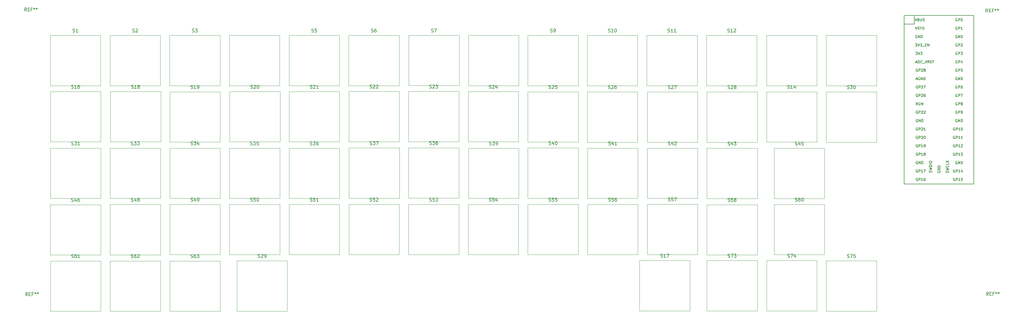
<source format=gbr>
%TF.GenerationSoftware,KiCad,Pcbnew,9.0.6*%
%TF.CreationDate,2025-12-29T21:40:30-05:00*%
%TF.ProjectId,keyboardepi pico,6b657962-6f61-4726-9465-706920706963,rev?*%
%TF.SameCoordinates,Original*%
%TF.FileFunction,Legend,Top*%
%TF.FilePolarity,Positive*%
%FSLAX46Y46*%
G04 Gerber Fmt 4.6, Leading zero omitted, Abs format (unit mm)*
G04 Created by KiCad (PCBNEW 9.0.6) date 2025-12-29 21:40:30*
%MOMM*%
%LPD*%
G01*
G04 APERTURE LIST*
%ADD10C,0.150000*%
%ADD11C,0.120000*%
G04 APERTURE END LIST*
D10*
X181261905Y-51407200D02*
X181404762Y-51454819D01*
X181404762Y-51454819D02*
X181642857Y-51454819D01*
X181642857Y-51454819D02*
X181738095Y-51407200D01*
X181738095Y-51407200D02*
X181785714Y-51359580D01*
X181785714Y-51359580D02*
X181833333Y-51264342D01*
X181833333Y-51264342D02*
X181833333Y-51169104D01*
X181833333Y-51169104D02*
X181785714Y-51073866D01*
X181785714Y-51073866D02*
X181738095Y-51026247D01*
X181738095Y-51026247D02*
X181642857Y-50978628D01*
X181642857Y-50978628D02*
X181452381Y-50931009D01*
X181452381Y-50931009D02*
X181357143Y-50883390D01*
X181357143Y-50883390D02*
X181309524Y-50835771D01*
X181309524Y-50835771D02*
X181261905Y-50740533D01*
X181261905Y-50740533D02*
X181261905Y-50645295D01*
X181261905Y-50645295D02*
X181309524Y-50550057D01*
X181309524Y-50550057D02*
X181357143Y-50502438D01*
X181357143Y-50502438D02*
X181452381Y-50454819D01*
X181452381Y-50454819D02*
X181690476Y-50454819D01*
X181690476Y-50454819D02*
X181833333Y-50502438D01*
X182690476Y-50788152D02*
X182690476Y-51454819D01*
X182452381Y-50407200D02*
X182214286Y-51121485D01*
X182214286Y-51121485D02*
X182833333Y-51121485D01*
X183738095Y-51454819D02*
X183166667Y-51454819D01*
X183452381Y-51454819D02*
X183452381Y-50454819D01*
X183452381Y-50454819D02*
X183357143Y-50597676D01*
X183357143Y-50597676D02*
X183261905Y-50692914D01*
X183261905Y-50692914D02*
X183166667Y-50740533D01*
X145261905Y-34307200D02*
X145404762Y-34354819D01*
X145404762Y-34354819D02*
X145642857Y-34354819D01*
X145642857Y-34354819D02*
X145738095Y-34307200D01*
X145738095Y-34307200D02*
X145785714Y-34259580D01*
X145785714Y-34259580D02*
X145833333Y-34164342D01*
X145833333Y-34164342D02*
X145833333Y-34069104D01*
X145833333Y-34069104D02*
X145785714Y-33973866D01*
X145785714Y-33973866D02*
X145738095Y-33926247D01*
X145738095Y-33926247D02*
X145642857Y-33878628D01*
X145642857Y-33878628D02*
X145452381Y-33831009D01*
X145452381Y-33831009D02*
X145357143Y-33783390D01*
X145357143Y-33783390D02*
X145309524Y-33735771D01*
X145309524Y-33735771D02*
X145261905Y-33640533D01*
X145261905Y-33640533D02*
X145261905Y-33545295D01*
X145261905Y-33545295D02*
X145309524Y-33450057D01*
X145309524Y-33450057D02*
X145357143Y-33402438D01*
X145357143Y-33402438D02*
X145452381Y-33354819D01*
X145452381Y-33354819D02*
X145690476Y-33354819D01*
X145690476Y-33354819D02*
X145833333Y-33402438D01*
X146214286Y-33450057D02*
X146261905Y-33402438D01*
X146261905Y-33402438D02*
X146357143Y-33354819D01*
X146357143Y-33354819D02*
X146595238Y-33354819D01*
X146595238Y-33354819D02*
X146690476Y-33402438D01*
X146690476Y-33402438D02*
X146738095Y-33450057D01*
X146738095Y-33450057D02*
X146785714Y-33545295D01*
X146785714Y-33545295D02*
X146785714Y-33640533D01*
X146785714Y-33640533D02*
X146738095Y-33783390D01*
X146738095Y-33783390D02*
X146166667Y-34354819D01*
X146166667Y-34354819D02*
X146785714Y-34354819D01*
X147642857Y-33688152D02*
X147642857Y-34354819D01*
X147404762Y-33307200D02*
X147166667Y-34021485D01*
X147166667Y-34021485D02*
X147785714Y-34021485D01*
X181171905Y-17307200D02*
X181314762Y-17354819D01*
X181314762Y-17354819D02*
X181552857Y-17354819D01*
X181552857Y-17354819D02*
X181648095Y-17307200D01*
X181648095Y-17307200D02*
X181695714Y-17259580D01*
X181695714Y-17259580D02*
X181743333Y-17164342D01*
X181743333Y-17164342D02*
X181743333Y-17069104D01*
X181743333Y-17069104D02*
X181695714Y-16973866D01*
X181695714Y-16973866D02*
X181648095Y-16926247D01*
X181648095Y-16926247D02*
X181552857Y-16878628D01*
X181552857Y-16878628D02*
X181362381Y-16831009D01*
X181362381Y-16831009D02*
X181267143Y-16783390D01*
X181267143Y-16783390D02*
X181219524Y-16735771D01*
X181219524Y-16735771D02*
X181171905Y-16640533D01*
X181171905Y-16640533D02*
X181171905Y-16545295D01*
X181171905Y-16545295D02*
X181219524Y-16450057D01*
X181219524Y-16450057D02*
X181267143Y-16402438D01*
X181267143Y-16402438D02*
X181362381Y-16354819D01*
X181362381Y-16354819D02*
X181600476Y-16354819D01*
X181600476Y-16354819D02*
X181743333Y-16402438D01*
X182695714Y-17354819D02*
X182124286Y-17354819D01*
X182410000Y-17354819D02*
X182410000Y-16354819D01*
X182410000Y-16354819D02*
X182314762Y-16497676D01*
X182314762Y-16497676D02*
X182219524Y-16592914D01*
X182219524Y-16592914D02*
X182124286Y-16640533D01*
X183314762Y-16354819D02*
X183410000Y-16354819D01*
X183410000Y-16354819D02*
X183505238Y-16402438D01*
X183505238Y-16402438D02*
X183552857Y-16450057D01*
X183552857Y-16450057D02*
X183600476Y-16545295D01*
X183600476Y-16545295D02*
X183648095Y-16735771D01*
X183648095Y-16735771D02*
X183648095Y-16973866D01*
X183648095Y-16973866D02*
X183600476Y-17164342D01*
X183600476Y-17164342D02*
X183552857Y-17259580D01*
X183552857Y-17259580D02*
X183505238Y-17307200D01*
X183505238Y-17307200D02*
X183410000Y-17354819D01*
X183410000Y-17354819D02*
X183314762Y-17354819D01*
X183314762Y-17354819D02*
X183219524Y-17307200D01*
X183219524Y-17307200D02*
X183171905Y-17259580D01*
X183171905Y-17259580D02*
X183124286Y-17164342D01*
X183124286Y-17164342D02*
X183076667Y-16973866D01*
X183076667Y-16973866D02*
X183076667Y-16735771D01*
X183076667Y-16735771D02*
X183124286Y-16545295D01*
X183124286Y-16545295D02*
X183171905Y-16450057D01*
X183171905Y-16450057D02*
X183219524Y-16402438D01*
X183219524Y-16402438D02*
X183314762Y-16354819D01*
X109261905Y-68407200D02*
X109404762Y-68454819D01*
X109404762Y-68454819D02*
X109642857Y-68454819D01*
X109642857Y-68454819D02*
X109738095Y-68407200D01*
X109738095Y-68407200D02*
X109785714Y-68359580D01*
X109785714Y-68359580D02*
X109833333Y-68264342D01*
X109833333Y-68264342D02*
X109833333Y-68169104D01*
X109833333Y-68169104D02*
X109785714Y-68073866D01*
X109785714Y-68073866D02*
X109738095Y-68026247D01*
X109738095Y-68026247D02*
X109642857Y-67978628D01*
X109642857Y-67978628D02*
X109452381Y-67931009D01*
X109452381Y-67931009D02*
X109357143Y-67883390D01*
X109357143Y-67883390D02*
X109309524Y-67835771D01*
X109309524Y-67835771D02*
X109261905Y-67740533D01*
X109261905Y-67740533D02*
X109261905Y-67645295D01*
X109261905Y-67645295D02*
X109309524Y-67550057D01*
X109309524Y-67550057D02*
X109357143Y-67502438D01*
X109357143Y-67502438D02*
X109452381Y-67454819D01*
X109452381Y-67454819D02*
X109690476Y-67454819D01*
X109690476Y-67454819D02*
X109833333Y-67502438D01*
X110738095Y-67454819D02*
X110261905Y-67454819D01*
X110261905Y-67454819D02*
X110214286Y-67931009D01*
X110214286Y-67931009D02*
X110261905Y-67883390D01*
X110261905Y-67883390D02*
X110357143Y-67835771D01*
X110357143Y-67835771D02*
X110595238Y-67835771D01*
X110595238Y-67835771D02*
X110690476Y-67883390D01*
X110690476Y-67883390D02*
X110738095Y-67931009D01*
X110738095Y-67931009D02*
X110785714Y-68026247D01*
X110785714Y-68026247D02*
X110785714Y-68264342D01*
X110785714Y-68264342D02*
X110738095Y-68359580D01*
X110738095Y-68359580D02*
X110690476Y-68407200D01*
X110690476Y-68407200D02*
X110595238Y-68454819D01*
X110595238Y-68454819D02*
X110357143Y-68454819D01*
X110357143Y-68454819D02*
X110261905Y-68407200D01*
X110261905Y-68407200D02*
X110214286Y-68359580D01*
X111166667Y-67550057D02*
X111214286Y-67502438D01*
X111214286Y-67502438D02*
X111309524Y-67454819D01*
X111309524Y-67454819D02*
X111547619Y-67454819D01*
X111547619Y-67454819D02*
X111642857Y-67502438D01*
X111642857Y-67502438D02*
X111690476Y-67550057D01*
X111690476Y-67550057D02*
X111738095Y-67645295D01*
X111738095Y-67645295D02*
X111738095Y-67740533D01*
X111738095Y-67740533D02*
X111690476Y-67883390D01*
X111690476Y-67883390D02*
X111119048Y-68454819D01*
X111119048Y-68454819D02*
X111738095Y-68454819D01*
X19261905Y-51407200D02*
X19404762Y-51454819D01*
X19404762Y-51454819D02*
X19642857Y-51454819D01*
X19642857Y-51454819D02*
X19738095Y-51407200D01*
X19738095Y-51407200D02*
X19785714Y-51359580D01*
X19785714Y-51359580D02*
X19833333Y-51264342D01*
X19833333Y-51264342D02*
X19833333Y-51169104D01*
X19833333Y-51169104D02*
X19785714Y-51073866D01*
X19785714Y-51073866D02*
X19738095Y-51026247D01*
X19738095Y-51026247D02*
X19642857Y-50978628D01*
X19642857Y-50978628D02*
X19452381Y-50931009D01*
X19452381Y-50931009D02*
X19357143Y-50883390D01*
X19357143Y-50883390D02*
X19309524Y-50835771D01*
X19309524Y-50835771D02*
X19261905Y-50740533D01*
X19261905Y-50740533D02*
X19261905Y-50645295D01*
X19261905Y-50645295D02*
X19309524Y-50550057D01*
X19309524Y-50550057D02*
X19357143Y-50502438D01*
X19357143Y-50502438D02*
X19452381Y-50454819D01*
X19452381Y-50454819D02*
X19690476Y-50454819D01*
X19690476Y-50454819D02*
X19833333Y-50502438D01*
X20166667Y-50454819D02*
X20785714Y-50454819D01*
X20785714Y-50454819D02*
X20452381Y-50835771D01*
X20452381Y-50835771D02*
X20595238Y-50835771D01*
X20595238Y-50835771D02*
X20690476Y-50883390D01*
X20690476Y-50883390D02*
X20738095Y-50931009D01*
X20738095Y-50931009D02*
X20785714Y-51026247D01*
X20785714Y-51026247D02*
X20785714Y-51264342D01*
X20785714Y-51264342D02*
X20738095Y-51359580D01*
X20738095Y-51359580D02*
X20690476Y-51407200D01*
X20690476Y-51407200D02*
X20595238Y-51454819D01*
X20595238Y-51454819D02*
X20309524Y-51454819D01*
X20309524Y-51454819D02*
X20214286Y-51407200D01*
X20214286Y-51407200D02*
X20166667Y-51359580D01*
X21738095Y-51454819D02*
X21166667Y-51454819D01*
X21452381Y-51454819D02*
X21452381Y-50454819D01*
X21452381Y-50454819D02*
X21357143Y-50597676D01*
X21357143Y-50597676D02*
X21261905Y-50692914D01*
X21261905Y-50692914D02*
X21166667Y-50740533D01*
X91717095Y-17297200D02*
X91859952Y-17344819D01*
X91859952Y-17344819D02*
X92098047Y-17344819D01*
X92098047Y-17344819D02*
X92193285Y-17297200D01*
X92193285Y-17297200D02*
X92240904Y-17249580D01*
X92240904Y-17249580D02*
X92288523Y-17154342D01*
X92288523Y-17154342D02*
X92288523Y-17059104D01*
X92288523Y-17059104D02*
X92240904Y-16963866D01*
X92240904Y-16963866D02*
X92193285Y-16916247D01*
X92193285Y-16916247D02*
X92098047Y-16868628D01*
X92098047Y-16868628D02*
X91907571Y-16821009D01*
X91907571Y-16821009D02*
X91812333Y-16773390D01*
X91812333Y-16773390D02*
X91764714Y-16725771D01*
X91764714Y-16725771D02*
X91717095Y-16630533D01*
X91717095Y-16630533D02*
X91717095Y-16535295D01*
X91717095Y-16535295D02*
X91764714Y-16440057D01*
X91764714Y-16440057D02*
X91812333Y-16392438D01*
X91812333Y-16392438D02*
X91907571Y-16344819D01*
X91907571Y-16344819D02*
X92145666Y-16344819D01*
X92145666Y-16344819D02*
X92288523Y-16392438D01*
X93193285Y-16344819D02*
X92717095Y-16344819D01*
X92717095Y-16344819D02*
X92669476Y-16821009D01*
X92669476Y-16821009D02*
X92717095Y-16773390D01*
X92717095Y-16773390D02*
X92812333Y-16725771D01*
X92812333Y-16725771D02*
X93050428Y-16725771D01*
X93050428Y-16725771D02*
X93145666Y-16773390D01*
X93145666Y-16773390D02*
X93193285Y-16821009D01*
X93193285Y-16821009D02*
X93240904Y-16916247D01*
X93240904Y-16916247D02*
X93240904Y-17154342D01*
X93240904Y-17154342D02*
X93193285Y-17249580D01*
X93193285Y-17249580D02*
X93145666Y-17297200D01*
X93145666Y-17297200D02*
X93050428Y-17344819D01*
X93050428Y-17344819D02*
X92812333Y-17344819D01*
X92812333Y-17344819D02*
X92717095Y-17297200D01*
X92717095Y-17297200D02*
X92669476Y-17249580D01*
X217261905Y-68507200D02*
X217404762Y-68554819D01*
X217404762Y-68554819D02*
X217642857Y-68554819D01*
X217642857Y-68554819D02*
X217738095Y-68507200D01*
X217738095Y-68507200D02*
X217785714Y-68459580D01*
X217785714Y-68459580D02*
X217833333Y-68364342D01*
X217833333Y-68364342D02*
X217833333Y-68269104D01*
X217833333Y-68269104D02*
X217785714Y-68173866D01*
X217785714Y-68173866D02*
X217738095Y-68126247D01*
X217738095Y-68126247D02*
X217642857Y-68078628D01*
X217642857Y-68078628D02*
X217452381Y-68031009D01*
X217452381Y-68031009D02*
X217357143Y-67983390D01*
X217357143Y-67983390D02*
X217309524Y-67935771D01*
X217309524Y-67935771D02*
X217261905Y-67840533D01*
X217261905Y-67840533D02*
X217261905Y-67745295D01*
X217261905Y-67745295D02*
X217309524Y-67650057D01*
X217309524Y-67650057D02*
X217357143Y-67602438D01*
X217357143Y-67602438D02*
X217452381Y-67554819D01*
X217452381Y-67554819D02*
X217690476Y-67554819D01*
X217690476Y-67554819D02*
X217833333Y-67602438D01*
X218738095Y-67554819D02*
X218261905Y-67554819D01*
X218261905Y-67554819D02*
X218214286Y-68031009D01*
X218214286Y-68031009D02*
X218261905Y-67983390D01*
X218261905Y-67983390D02*
X218357143Y-67935771D01*
X218357143Y-67935771D02*
X218595238Y-67935771D01*
X218595238Y-67935771D02*
X218690476Y-67983390D01*
X218690476Y-67983390D02*
X218738095Y-68031009D01*
X218738095Y-68031009D02*
X218785714Y-68126247D01*
X218785714Y-68126247D02*
X218785714Y-68364342D01*
X218785714Y-68364342D02*
X218738095Y-68459580D01*
X218738095Y-68459580D02*
X218690476Y-68507200D01*
X218690476Y-68507200D02*
X218595238Y-68554819D01*
X218595238Y-68554819D02*
X218357143Y-68554819D01*
X218357143Y-68554819D02*
X218261905Y-68507200D01*
X218261905Y-68507200D02*
X218214286Y-68459580D01*
X219357143Y-67983390D02*
X219261905Y-67935771D01*
X219261905Y-67935771D02*
X219214286Y-67888152D01*
X219214286Y-67888152D02*
X219166667Y-67792914D01*
X219166667Y-67792914D02*
X219166667Y-67745295D01*
X219166667Y-67745295D02*
X219214286Y-67650057D01*
X219214286Y-67650057D02*
X219261905Y-67602438D01*
X219261905Y-67602438D02*
X219357143Y-67554819D01*
X219357143Y-67554819D02*
X219547619Y-67554819D01*
X219547619Y-67554819D02*
X219642857Y-67602438D01*
X219642857Y-67602438D02*
X219690476Y-67650057D01*
X219690476Y-67650057D02*
X219738095Y-67745295D01*
X219738095Y-67745295D02*
X219738095Y-67792914D01*
X219738095Y-67792914D02*
X219690476Y-67888152D01*
X219690476Y-67888152D02*
X219642857Y-67935771D01*
X219642857Y-67935771D02*
X219547619Y-67983390D01*
X219547619Y-67983390D02*
X219357143Y-67983390D01*
X219357143Y-67983390D02*
X219261905Y-68031009D01*
X219261905Y-68031009D02*
X219214286Y-68078628D01*
X219214286Y-68078628D02*
X219166667Y-68173866D01*
X219166667Y-68173866D02*
X219166667Y-68364342D01*
X219166667Y-68364342D02*
X219214286Y-68459580D01*
X219214286Y-68459580D02*
X219261905Y-68507200D01*
X219261905Y-68507200D02*
X219357143Y-68554819D01*
X219357143Y-68554819D02*
X219547619Y-68554819D01*
X219547619Y-68554819D02*
X219642857Y-68507200D01*
X219642857Y-68507200D02*
X219690476Y-68459580D01*
X219690476Y-68459580D02*
X219738095Y-68364342D01*
X219738095Y-68364342D02*
X219738095Y-68173866D01*
X219738095Y-68173866D02*
X219690476Y-68078628D01*
X219690476Y-68078628D02*
X219642857Y-68031009D01*
X219642857Y-68031009D02*
X219547619Y-67983390D01*
X181251905Y-68407200D02*
X181394762Y-68454819D01*
X181394762Y-68454819D02*
X181632857Y-68454819D01*
X181632857Y-68454819D02*
X181728095Y-68407200D01*
X181728095Y-68407200D02*
X181775714Y-68359580D01*
X181775714Y-68359580D02*
X181823333Y-68264342D01*
X181823333Y-68264342D02*
X181823333Y-68169104D01*
X181823333Y-68169104D02*
X181775714Y-68073866D01*
X181775714Y-68073866D02*
X181728095Y-68026247D01*
X181728095Y-68026247D02*
X181632857Y-67978628D01*
X181632857Y-67978628D02*
X181442381Y-67931009D01*
X181442381Y-67931009D02*
X181347143Y-67883390D01*
X181347143Y-67883390D02*
X181299524Y-67835771D01*
X181299524Y-67835771D02*
X181251905Y-67740533D01*
X181251905Y-67740533D02*
X181251905Y-67645295D01*
X181251905Y-67645295D02*
X181299524Y-67550057D01*
X181299524Y-67550057D02*
X181347143Y-67502438D01*
X181347143Y-67502438D02*
X181442381Y-67454819D01*
X181442381Y-67454819D02*
X181680476Y-67454819D01*
X181680476Y-67454819D02*
X181823333Y-67502438D01*
X182728095Y-67454819D02*
X182251905Y-67454819D01*
X182251905Y-67454819D02*
X182204286Y-67931009D01*
X182204286Y-67931009D02*
X182251905Y-67883390D01*
X182251905Y-67883390D02*
X182347143Y-67835771D01*
X182347143Y-67835771D02*
X182585238Y-67835771D01*
X182585238Y-67835771D02*
X182680476Y-67883390D01*
X182680476Y-67883390D02*
X182728095Y-67931009D01*
X182728095Y-67931009D02*
X182775714Y-68026247D01*
X182775714Y-68026247D02*
X182775714Y-68264342D01*
X182775714Y-68264342D02*
X182728095Y-68359580D01*
X182728095Y-68359580D02*
X182680476Y-68407200D01*
X182680476Y-68407200D02*
X182585238Y-68454819D01*
X182585238Y-68454819D02*
X182347143Y-68454819D01*
X182347143Y-68454819D02*
X182251905Y-68407200D01*
X182251905Y-68407200D02*
X182204286Y-68359580D01*
X183632857Y-67454819D02*
X183442381Y-67454819D01*
X183442381Y-67454819D02*
X183347143Y-67502438D01*
X183347143Y-67502438D02*
X183299524Y-67550057D01*
X183299524Y-67550057D02*
X183204286Y-67692914D01*
X183204286Y-67692914D02*
X183156667Y-67883390D01*
X183156667Y-67883390D02*
X183156667Y-68264342D01*
X183156667Y-68264342D02*
X183204286Y-68359580D01*
X183204286Y-68359580D02*
X183251905Y-68407200D01*
X183251905Y-68407200D02*
X183347143Y-68454819D01*
X183347143Y-68454819D02*
X183537619Y-68454819D01*
X183537619Y-68454819D02*
X183632857Y-68407200D01*
X183632857Y-68407200D02*
X183680476Y-68359580D01*
X183680476Y-68359580D02*
X183728095Y-68264342D01*
X183728095Y-68264342D02*
X183728095Y-68026247D01*
X183728095Y-68026247D02*
X183680476Y-67931009D01*
X183680476Y-67931009D02*
X183632857Y-67883390D01*
X183632857Y-67883390D02*
X183537619Y-67835771D01*
X183537619Y-67835771D02*
X183347143Y-67835771D01*
X183347143Y-67835771D02*
X183251905Y-67883390D01*
X183251905Y-67883390D02*
X183204286Y-67931009D01*
X183204286Y-67931009D02*
X183156667Y-68026247D01*
X55261905Y-34357200D02*
X55404762Y-34404819D01*
X55404762Y-34404819D02*
X55642857Y-34404819D01*
X55642857Y-34404819D02*
X55738095Y-34357200D01*
X55738095Y-34357200D02*
X55785714Y-34309580D01*
X55785714Y-34309580D02*
X55833333Y-34214342D01*
X55833333Y-34214342D02*
X55833333Y-34119104D01*
X55833333Y-34119104D02*
X55785714Y-34023866D01*
X55785714Y-34023866D02*
X55738095Y-33976247D01*
X55738095Y-33976247D02*
X55642857Y-33928628D01*
X55642857Y-33928628D02*
X55452381Y-33881009D01*
X55452381Y-33881009D02*
X55357143Y-33833390D01*
X55357143Y-33833390D02*
X55309524Y-33785771D01*
X55309524Y-33785771D02*
X55261905Y-33690533D01*
X55261905Y-33690533D02*
X55261905Y-33595295D01*
X55261905Y-33595295D02*
X55309524Y-33500057D01*
X55309524Y-33500057D02*
X55357143Y-33452438D01*
X55357143Y-33452438D02*
X55452381Y-33404819D01*
X55452381Y-33404819D02*
X55690476Y-33404819D01*
X55690476Y-33404819D02*
X55833333Y-33452438D01*
X56785714Y-34404819D02*
X56214286Y-34404819D01*
X56500000Y-34404819D02*
X56500000Y-33404819D01*
X56500000Y-33404819D02*
X56404762Y-33547676D01*
X56404762Y-33547676D02*
X56309524Y-33642914D01*
X56309524Y-33642914D02*
X56214286Y-33690533D01*
X57261905Y-34404819D02*
X57452381Y-34404819D01*
X57452381Y-34404819D02*
X57547619Y-34357200D01*
X57547619Y-34357200D02*
X57595238Y-34309580D01*
X57595238Y-34309580D02*
X57690476Y-34166723D01*
X57690476Y-34166723D02*
X57738095Y-33976247D01*
X57738095Y-33976247D02*
X57738095Y-33595295D01*
X57738095Y-33595295D02*
X57690476Y-33500057D01*
X57690476Y-33500057D02*
X57642857Y-33452438D01*
X57642857Y-33452438D02*
X57547619Y-33404819D01*
X57547619Y-33404819D02*
X57357143Y-33404819D01*
X57357143Y-33404819D02*
X57261905Y-33452438D01*
X57261905Y-33452438D02*
X57214286Y-33500057D01*
X57214286Y-33500057D02*
X57166667Y-33595295D01*
X57166667Y-33595295D02*
X57166667Y-33833390D01*
X57166667Y-33833390D02*
X57214286Y-33928628D01*
X57214286Y-33928628D02*
X57261905Y-33976247D01*
X57261905Y-33976247D02*
X57357143Y-34023866D01*
X57357143Y-34023866D02*
X57547619Y-34023866D01*
X57547619Y-34023866D02*
X57642857Y-33976247D01*
X57642857Y-33976247D02*
X57690476Y-33928628D01*
X57690476Y-33928628D02*
X57738095Y-33833390D01*
X217261905Y-85407200D02*
X217404762Y-85454819D01*
X217404762Y-85454819D02*
X217642857Y-85454819D01*
X217642857Y-85454819D02*
X217738095Y-85407200D01*
X217738095Y-85407200D02*
X217785714Y-85359580D01*
X217785714Y-85359580D02*
X217833333Y-85264342D01*
X217833333Y-85264342D02*
X217833333Y-85169104D01*
X217833333Y-85169104D02*
X217785714Y-85073866D01*
X217785714Y-85073866D02*
X217738095Y-85026247D01*
X217738095Y-85026247D02*
X217642857Y-84978628D01*
X217642857Y-84978628D02*
X217452381Y-84931009D01*
X217452381Y-84931009D02*
X217357143Y-84883390D01*
X217357143Y-84883390D02*
X217309524Y-84835771D01*
X217309524Y-84835771D02*
X217261905Y-84740533D01*
X217261905Y-84740533D02*
X217261905Y-84645295D01*
X217261905Y-84645295D02*
X217309524Y-84550057D01*
X217309524Y-84550057D02*
X217357143Y-84502438D01*
X217357143Y-84502438D02*
X217452381Y-84454819D01*
X217452381Y-84454819D02*
X217690476Y-84454819D01*
X217690476Y-84454819D02*
X217833333Y-84502438D01*
X218166667Y-84454819D02*
X218833333Y-84454819D01*
X218833333Y-84454819D02*
X218404762Y-85454819D01*
X219119048Y-84454819D02*
X219738095Y-84454819D01*
X219738095Y-84454819D02*
X219404762Y-84835771D01*
X219404762Y-84835771D02*
X219547619Y-84835771D01*
X219547619Y-84835771D02*
X219642857Y-84883390D01*
X219642857Y-84883390D02*
X219690476Y-84931009D01*
X219690476Y-84931009D02*
X219738095Y-85026247D01*
X219738095Y-85026247D02*
X219738095Y-85264342D01*
X219738095Y-85264342D02*
X219690476Y-85359580D01*
X219690476Y-85359580D02*
X219642857Y-85407200D01*
X219642857Y-85407200D02*
X219547619Y-85454819D01*
X219547619Y-85454819D02*
X219261905Y-85454819D01*
X219261905Y-85454819D02*
X219166667Y-85407200D01*
X219166667Y-85407200D02*
X219119048Y-85359580D01*
X109261905Y-34257200D02*
X109404762Y-34304819D01*
X109404762Y-34304819D02*
X109642857Y-34304819D01*
X109642857Y-34304819D02*
X109738095Y-34257200D01*
X109738095Y-34257200D02*
X109785714Y-34209580D01*
X109785714Y-34209580D02*
X109833333Y-34114342D01*
X109833333Y-34114342D02*
X109833333Y-34019104D01*
X109833333Y-34019104D02*
X109785714Y-33923866D01*
X109785714Y-33923866D02*
X109738095Y-33876247D01*
X109738095Y-33876247D02*
X109642857Y-33828628D01*
X109642857Y-33828628D02*
X109452381Y-33781009D01*
X109452381Y-33781009D02*
X109357143Y-33733390D01*
X109357143Y-33733390D02*
X109309524Y-33685771D01*
X109309524Y-33685771D02*
X109261905Y-33590533D01*
X109261905Y-33590533D02*
X109261905Y-33495295D01*
X109261905Y-33495295D02*
X109309524Y-33400057D01*
X109309524Y-33400057D02*
X109357143Y-33352438D01*
X109357143Y-33352438D02*
X109452381Y-33304819D01*
X109452381Y-33304819D02*
X109690476Y-33304819D01*
X109690476Y-33304819D02*
X109833333Y-33352438D01*
X110214286Y-33400057D02*
X110261905Y-33352438D01*
X110261905Y-33352438D02*
X110357143Y-33304819D01*
X110357143Y-33304819D02*
X110595238Y-33304819D01*
X110595238Y-33304819D02*
X110690476Y-33352438D01*
X110690476Y-33352438D02*
X110738095Y-33400057D01*
X110738095Y-33400057D02*
X110785714Y-33495295D01*
X110785714Y-33495295D02*
X110785714Y-33590533D01*
X110785714Y-33590533D02*
X110738095Y-33733390D01*
X110738095Y-33733390D02*
X110166667Y-34304819D01*
X110166667Y-34304819D02*
X110785714Y-34304819D01*
X111166667Y-33400057D02*
X111214286Y-33352438D01*
X111214286Y-33352438D02*
X111309524Y-33304819D01*
X111309524Y-33304819D02*
X111547619Y-33304819D01*
X111547619Y-33304819D02*
X111642857Y-33352438D01*
X111642857Y-33352438D02*
X111690476Y-33400057D01*
X111690476Y-33400057D02*
X111738095Y-33495295D01*
X111738095Y-33495295D02*
X111738095Y-33590533D01*
X111738095Y-33590533D02*
X111690476Y-33733390D01*
X111690476Y-33733390D02*
X111119048Y-34304819D01*
X111119048Y-34304819D02*
X111738095Y-34304819D01*
X237561905Y-51457200D02*
X237704762Y-51504819D01*
X237704762Y-51504819D02*
X237942857Y-51504819D01*
X237942857Y-51504819D02*
X238038095Y-51457200D01*
X238038095Y-51457200D02*
X238085714Y-51409580D01*
X238085714Y-51409580D02*
X238133333Y-51314342D01*
X238133333Y-51314342D02*
X238133333Y-51219104D01*
X238133333Y-51219104D02*
X238085714Y-51123866D01*
X238085714Y-51123866D02*
X238038095Y-51076247D01*
X238038095Y-51076247D02*
X237942857Y-51028628D01*
X237942857Y-51028628D02*
X237752381Y-50981009D01*
X237752381Y-50981009D02*
X237657143Y-50933390D01*
X237657143Y-50933390D02*
X237609524Y-50885771D01*
X237609524Y-50885771D02*
X237561905Y-50790533D01*
X237561905Y-50790533D02*
X237561905Y-50695295D01*
X237561905Y-50695295D02*
X237609524Y-50600057D01*
X237609524Y-50600057D02*
X237657143Y-50552438D01*
X237657143Y-50552438D02*
X237752381Y-50504819D01*
X237752381Y-50504819D02*
X237990476Y-50504819D01*
X237990476Y-50504819D02*
X238133333Y-50552438D01*
X238990476Y-50838152D02*
X238990476Y-51504819D01*
X238752381Y-50457200D02*
X238514286Y-51171485D01*
X238514286Y-51171485D02*
X239133333Y-51171485D01*
X239990476Y-50504819D02*
X239514286Y-50504819D01*
X239514286Y-50504819D02*
X239466667Y-50981009D01*
X239466667Y-50981009D02*
X239514286Y-50933390D01*
X239514286Y-50933390D02*
X239609524Y-50885771D01*
X239609524Y-50885771D02*
X239847619Y-50885771D01*
X239847619Y-50885771D02*
X239942857Y-50933390D01*
X239942857Y-50933390D02*
X239990476Y-50981009D01*
X239990476Y-50981009D02*
X240038095Y-51076247D01*
X240038095Y-51076247D02*
X240038095Y-51314342D01*
X240038095Y-51314342D02*
X239990476Y-51409580D01*
X239990476Y-51409580D02*
X239942857Y-51457200D01*
X239942857Y-51457200D02*
X239847619Y-51504819D01*
X239847619Y-51504819D02*
X239609524Y-51504819D01*
X239609524Y-51504819D02*
X239514286Y-51457200D01*
X239514286Y-51457200D02*
X239466667Y-51409580D01*
X253271905Y-85457200D02*
X253414762Y-85504819D01*
X253414762Y-85504819D02*
X253652857Y-85504819D01*
X253652857Y-85504819D02*
X253748095Y-85457200D01*
X253748095Y-85457200D02*
X253795714Y-85409580D01*
X253795714Y-85409580D02*
X253843333Y-85314342D01*
X253843333Y-85314342D02*
X253843333Y-85219104D01*
X253843333Y-85219104D02*
X253795714Y-85123866D01*
X253795714Y-85123866D02*
X253748095Y-85076247D01*
X253748095Y-85076247D02*
X253652857Y-85028628D01*
X253652857Y-85028628D02*
X253462381Y-84981009D01*
X253462381Y-84981009D02*
X253367143Y-84933390D01*
X253367143Y-84933390D02*
X253319524Y-84885771D01*
X253319524Y-84885771D02*
X253271905Y-84790533D01*
X253271905Y-84790533D02*
X253271905Y-84695295D01*
X253271905Y-84695295D02*
X253319524Y-84600057D01*
X253319524Y-84600057D02*
X253367143Y-84552438D01*
X253367143Y-84552438D02*
X253462381Y-84504819D01*
X253462381Y-84504819D02*
X253700476Y-84504819D01*
X253700476Y-84504819D02*
X253843333Y-84552438D01*
X254176667Y-84504819D02*
X254843333Y-84504819D01*
X254843333Y-84504819D02*
X254414762Y-85504819D01*
X255700476Y-84504819D02*
X255224286Y-84504819D01*
X255224286Y-84504819D02*
X255176667Y-84981009D01*
X255176667Y-84981009D02*
X255224286Y-84933390D01*
X255224286Y-84933390D02*
X255319524Y-84885771D01*
X255319524Y-84885771D02*
X255557619Y-84885771D01*
X255557619Y-84885771D02*
X255652857Y-84933390D01*
X255652857Y-84933390D02*
X255700476Y-84981009D01*
X255700476Y-84981009D02*
X255748095Y-85076247D01*
X255748095Y-85076247D02*
X255748095Y-85314342D01*
X255748095Y-85314342D02*
X255700476Y-85409580D01*
X255700476Y-85409580D02*
X255652857Y-85457200D01*
X255652857Y-85457200D02*
X255557619Y-85504819D01*
X255557619Y-85504819D02*
X255319524Y-85504819D01*
X255319524Y-85504819D02*
X255224286Y-85457200D01*
X255224286Y-85457200D02*
X255176667Y-85409580D01*
X55261905Y-51407200D02*
X55404762Y-51454819D01*
X55404762Y-51454819D02*
X55642857Y-51454819D01*
X55642857Y-51454819D02*
X55738095Y-51407200D01*
X55738095Y-51407200D02*
X55785714Y-51359580D01*
X55785714Y-51359580D02*
X55833333Y-51264342D01*
X55833333Y-51264342D02*
X55833333Y-51169104D01*
X55833333Y-51169104D02*
X55785714Y-51073866D01*
X55785714Y-51073866D02*
X55738095Y-51026247D01*
X55738095Y-51026247D02*
X55642857Y-50978628D01*
X55642857Y-50978628D02*
X55452381Y-50931009D01*
X55452381Y-50931009D02*
X55357143Y-50883390D01*
X55357143Y-50883390D02*
X55309524Y-50835771D01*
X55309524Y-50835771D02*
X55261905Y-50740533D01*
X55261905Y-50740533D02*
X55261905Y-50645295D01*
X55261905Y-50645295D02*
X55309524Y-50550057D01*
X55309524Y-50550057D02*
X55357143Y-50502438D01*
X55357143Y-50502438D02*
X55452381Y-50454819D01*
X55452381Y-50454819D02*
X55690476Y-50454819D01*
X55690476Y-50454819D02*
X55833333Y-50502438D01*
X56166667Y-50454819D02*
X56785714Y-50454819D01*
X56785714Y-50454819D02*
X56452381Y-50835771D01*
X56452381Y-50835771D02*
X56595238Y-50835771D01*
X56595238Y-50835771D02*
X56690476Y-50883390D01*
X56690476Y-50883390D02*
X56738095Y-50931009D01*
X56738095Y-50931009D02*
X56785714Y-51026247D01*
X56785714Y-51026247D02*
X56785714Y-51264342D01*
X56785714Y-51264342D02*
X56738095Y-51359580D01*
X56738095Y-51359580D02*
X56690476Y-51407200D01*
X56690476Y-51407200D02*
X56595238Y-51454819D01*
X56595238Y-51454819D02*
X56309524Y-51454819D01*
X56309524Y-51454819D02*
X56214286Y-51407200D01*
X56214286Y-51407200D02*
X56166667Y-51359580D01*
X57642857Y-50788152D02*
X57642857Y-51454819D01*
X57404762Y-50407200D02*
X57166667Y-51121485D01*
X57166667Y-51121485D02*
X57785714Y-51121485D01*
X199261905Y-51407200D02*
X199404762Y-51454819D01*
X199404762Y-51454819D02*
X199642857Y-51454819D01*
X199642857Y-51454819D02*
X199738095Y-51407200D01*
X199738095Y-51407200D02*
X199785714Y-51359580D01*
X199785714Y-51359580D02*
X199833333Y-51264342D01*
X199833333Y-51264342D02*
X199833333Y-51169104D01*
X199833333Y-51169104D02*
X199785714Y-51073866D01*
X199785714Y-51073866D02*
X199738095Y-51026247D01*
X199738095Y-51026247D02*
X199642857Y-50978628D01*
X199642857Y-50978628D02*
X199452381Y-50931009D01*
X199452381Y-50931009D02*
X199357143Y-50883390D01*
X199357143Y-50883390D02*
X199309524Y-50835771D01*
X199309524Y-50835771D02*
X199261905Y-50740533D01*
X199261905Y-50740533D02*
X199261905Y-50645295D01*
X199261905Y-50645295D02*
X199309524Y-50550057D01*
X199309524Y-50550057D02*
X199357143Y-50502438D01*
X199357143Y-50502438D02*
X199452381Y-50454819D01*
X199452381Y-50454819D02*
X199690476Y-50454819D01*
X199690476Y-50454819D02*
X199833333Y-50502438D01*
X200690476Y-50788152D02*
X200690476Y-51454819D01*
X200452381Y-50407200D02*
X200214286Y-51121485D01*
X200214286Y-51121485D02*
X200833333Y-51121485D01*
X201166667Y-50550057D02*
X201214286Y-50502438D01*
X201214286Y-50502438D02*
X201309524Y-50454819D01*
X201309524Y-50454819D02*
X201547619Y-50454819D01*
X201547619Y-50454819D02*
X201642857Y-50502438D01*
X201642857Y-50502438D02*
X201690476Y-50550057D01*
X201690476Y-50550057D02*
X201738095Y-50645295D01*
X201738095Y-50645295D02*
X201738095Y-50740533D01*
X201738095Y-50740533D02*
X201690476Y-50883390D01*
X201690476Y-50883390D02*
X201119048Y-51454819D01*
X201119048Y-51454819D02*
X201738095Y-51454819D01*
X73341905Y-34307200D02*
X73484762Y-34354819D01*
X73484762Y-34354819D02*
X73722857Y-34354819D01*
X73722857Y-34354819D02*
X73818095Y-34307200D01*
X73818095Y-34307200D02*
X73865714Y-34259580D01*
X73865714Y-34259580D02*
X73913333Y-34164342D01*
X73913333Y-34164342D02*
X73913333Y-34069104D01*
X73913333Y-34069104D02*
X73865714Y-33973866D01*
X73865714Y-33973866D02*
X73818095Y-33926247D01*
X73818095Y-33926247D02*
X73722857Y-33878628D01*
X73722857Y-33878628D02*
X73532381Y-33831009D01*
X73532381Y-33831009D02*
X73437143Y-33783390D01*
X73437143Y-33783390D02*
X73389524Y-33735771D01*
X73389524Y-33735771D02*
X73341905Y-33640533D01*
X73341905Y-33640533D02*
X73341905Y-33545295D01*
X73341905Y-33545295D02*
X73389524Y-33450057D01*
X73389524Y-33450057D02*
X73437143Y-33402438D01*
X73437143Y-33402438D02*
X73532381Y-33354819D01*
X73532381Y-33354819D02*
X73770476Y-33354819D01*
X73770476Y-33354819D02*
X73913333Y-33402438D01*
X74294286Y-33450057D02*
X74341905Y-33402438D01*
X74341905Y-33402438D02*
X74437143Y-33354819D01*
X74437143Y-33354819D02*
X74675238Y-33354819D01*
X74675238Y-33354819D02*
X74770476Y-33402438D01*
X74770476Y-33402438D02*
X74818095Y-33450057D01*
X74818095Y-33450057D02*
X74865714Y-33545295D01*
X74865714Y-33545295D02*
X74865714Y-33640533D01*
X74865714Y-33640533D02*
X74818095Y-33783390D01*
X74818095Y-33783390D02*
X74246667Y-34354819D01*
X74246667Y-34354819D02*
X74865714Y-34354819D01*
X75484762Y-33354819D02*
X75580000Y-33354819D01*
X75580000Y-33354819D02*
X75675238Y-33402438D01*
X75675238Y-33402438D02*
X75722857Y-33450057D01*
X75722857Y-33450057D02*
X75770476Y-33545295D01*
X75770476Y-33545295D02*
X75818095Y-33735771D01*
X75818095Y-33735771D02*
X75818095Y-33973866D01*
X75818095Y-33973866D02*
X75770476Y-34164342D01*
X75770476Y-34164342D02*
X75722857Y-34259580D01*
X75722857Y-34259580D02*
X75675238Y-34307200D01*
X75675238Y-34307200D02*
X75580000Y-34354819D01*
X75580000Y-34354819D02*
X75484762Y-34354819D01*
X75484762Y-34354819D02*
X75389524Y-34307200D01*
X75389524Y-34307200D02*
X75341905Y-34259580D01*
X75341905Y-34259580D02*
X75294286Y-34164342D01*
X75294286Y-34164342D02*
X75246667Y-33973866D01*
X75246667Y-33973866D02*
X75246667Y-33735771D01*
X75246667Y-33735771D02*
X75294286Y-33545295D01*
X75294286Y-33545295D02*
X75341905Y-33450057D01*
X75341905Y-33450057D02*
X75389524Y-33402438D01*
X75389524Y-33402438D02*
X75484762Y-33354819D01*
X5702466Y-11011419D02*
X5369133Y-10535228D01*
X5131038Y-11011419D02*
X5131038Y-10011419D01*
X5131038Y-10011419D02*
X5511990Y-10011419D01*
X5511990Y-10011419D02*
X5607228Y-10059038D01*
X5607228Y-10059038D02*
X5654847Y-10106657D01*
X5654847Y-10106657D02*
X5702466Y-10201895D01*
X5702466Y-10201895D02*
X5702466Y-10344752D01*
X5702466Y-10344752D02*
X5654847Y-10439990D01*
X5654847Y-10439990D02*
X5607228Y-10487609D01*
X5607228Y-10487609D02*
X5511990Y-10535228D01*
X5511990Y-10535228D02*
X5131038Y-10535228D01*
X6131038Y-10487609D02*
X6464371Y-10487609D01*
X6607228Y-11011419D02*
X6131038Y-11011419D01*
X6131038Y-11011419D02*
X6131038Y-10011419D01*
X6131038Y-10011419D02*
X6607228Y-10011419D01*
X7369133Y-10487609D02*
X7035800Y-10487609D01*
X7035800Y-11011419D02*
X7035800Y-10011419D01*
X7035800Y-10011419D02*
X7511990Y-10011419D01*
X8035800Y-10011419D02*
X8035800Y-10249514D01*
X7797705Y-10154276D02*
X8035800Y-10249514D01*
X8035800Y-10249514D02*
X8273895Y-10154276D01*
X7892943Y-10439990D02*
X8035800Y-10249514D01*
X8035800Y-10249514D02*
X8178657Y-10439990D01*
X8797705Y-10011419D02*
X8797705Y-10249514D01*
X8559610Y-10154276D02*
X8797705Y-10249514D01*
X8797705Y-10249514D02*
X9035800Y-10154276D01*
X8654848Y-10439990D02*
X8797705Y-10249514D01*
X8797705Y-10249514D02*
X8940562Y-10439990D01*
X199161905Y-17307200D02*
X199304762Y-17354819D01*
X199304762Y-17354819D02*
X199542857Y-17354819D01*
X199542857Y-17354819D02*
X199638095Y-17307200D01*
X199638095Y-17307200D02*
X199685714Y-17259580D01*
X199685714Y-17259580D02*
X199733333Y-17164342D01*
X199733333Y-17164342D02*
X199733333Y-17069104D01*
X199733333Y-17069104D02*
X199685714Y-16973866D01*
X199685714Y-16973866D02*
X199638095Y-16926247D01*
X199638095Y-16926247D02*
X199542857Y-16878628D01*
X199542857Y-16878628D02*
X199352381Y-16831009D01*
X199352381Y-16831009D02*
X199257143Y-16783390D01*
X199257143Y-16783390D02*
X199209524Y-16735771D01*
X199209524Y-16735771D02*
X199161905Y-16640533D01*
X199161905Y-16640533D02*
X199161905Y-16545295D01*
X199161905Y-16545295D02*
X199209524Y-16450057D01*
X199209524Y-16450057D02*
X199257143Y-16402438D01*
X199257143Y-16402438D02*
X199352381Y-16354819D01*
X199352381Y-16354819D02*
X199590476Y-16354819D01*
X199590476Y-16354819D02*
X199733333Y-16402438D01*
X200685714Y-17354819D02*
X200114286Y-17354819D01*
X200400000Y-17354819D02*
X200400000Y-16354819D01*
X200400000Y-16354819D02*
X200304762Y-16497676D01*
X200304762Y-16497676D02*
X200209524Y-16592914D01*
X200209524Y-16592914D02*
X200114286Y-16640533D01*
X201638095Y-17354819D02*
X201066667Y-17354819D01*
X201352381Y-17354819D02*
X201352381Y-16354819D01*
X201352381Y-16354819D02*
X201257143Y-16497676D01*
X201257143Y-16497676D02*
X201161905Y-16592914D01*
X201161905Y-16592914D02*
X201066667Y-16640533D01*
X37261905Y-85507200D02*
X37404762Y-85554819D01*
X37404762Y-85554819D02*
X37642857Y-85554819D01*
X37642857Y-85554819D02*
X37738095Y-85507200D01*
X37738095Y-85507200D02*
X37785714Y-85459580D01*
X37785714Y-85459580D02*
X37833333Y-85364342D01*
X37833333Y-85364342D02*
X37833333Y-85269104D01*
X37833333Y-85269104D02*
X37785714Y-85173866D01*
X37785714Y-85173866D02*
X37738095Y-85126247D01*
X37738095Y-85126247D02*
X37642857Y-85078628D01*
X37642857Y-85078628D02*
X37452381Y-85031009D01*
X37452381Y-85031009D02*
X37357143Y-84983390D01*
X37357143Y-84983390D02*
X37309524Y-84935771D01*
X37309524Y-84935771D02*
X37261905Y-84840533D01*
X37261905Y-84840533D02*
X37261905Y-84745295D01*
X37261905Y-84745295D02*
X37309524Y-84650057D01*
X37309524Y-84650057D02*
X37357143Y-84602438D01*
X37357143Y-84602438D02*
X37452381Y-84554819D01*
X37452381Y-84554819D02*
X37690476Y-84554819D01*
X37690476Y-84554819D02*
X37833333Y-84602438D01*
X38690476Y-84554819D02*
X38500000Y-84554819D01*
X38500000Y-84554819D02*
X38404762Y-84602438D01*
X38404762Y-84602438D02*
X38357143Y-84650057D01*
X38357143Y-84650057D02*
X38261905Y-84792914D01*
X38261905Y-84792914D02*
X38214286Y-84983390D01*
X38214286Y-84983390D02*
X38214286Y-85364342D01*
X38214286Y-85364342D02*
X38261905Y-85459580D01*
X38261905Y-85459580D02*
X38309524Y-85507200D01*
X38309524Y-85507200D02*
X38404762Y-85554819D01*
X38404762Y-85554819D02*
X38595238Y-85554819D01*
X38595238Y-85554819D02*
X38690476Y-85507200D01*
X38690476Y-85507200D02*
X38738095Y-85459580D01*
X38738095Y-85459580D02*
X38785714Y-85364342D01*
X38785714Y-85364342D02*
X38785714Y-85126247D01*
X38785714Y-85126247D02*
X38738095Y-85031009D01*
X38738095Y-85031009D02*
X38690476Y-84983390D01*
X38690476Y-84983390D02*
X38595238Y-84935771D01*
X38595238Y-84935771D02*
X38404762Y-84935771D01*
X38404762Y-84935771D02*
X38309524Y-84983390D01*
X38309524Y-84983390D02*
X38261905Y-85031009D01*
X38261905Y-85031009D02*
X38214286Y-85126247D01*
X39166667Y-84650057D02*
X39214286Y-84602438D01*
X39214286Y-84602438D02*
X39309524Y-84554819D01*
X39309524Y-84554819D02*
X39547619Y-84554819D01*
X39547619Y-84554819D02*
X39642857Y-84602438D01*
X39642857Y-84602438D02*
X39690476Y-84650057D01*
X39690476Y-84650057D02*
X39738095Y-84745295D01*
X39738095Y-84745295D02*
X39738095Y-84840533D01*
X39738095Y-84840533D02*
X39690476Y-84983390D01*
X39690476Y-84983390D02*
X39119048Y-85554819D01*
X39119048Y-85554819D02*
X39738095Y-85554819D01*
X127261905Y-68407200D02*
X127404762Y-68454819D01*
X127404762Y-68454819D02*
X127642857Y-68454819D01*
X127642857Y-68454819D02*
X127738095Y-68407200D01*
X127738095Y-68407200D02*
X127785714Y-68359580D01*
X127785714Y-68359580D02*
X127833333Y-68264342D01*
X127833333Y-68264342D02*
X127833333Y-68169104D01*
X127833333Y-68169104D02*
X127785714Y-68073866D01*
X127785714Y-68073866D02*
X127738095Y-68026247D01*
X127738095Y-68026247D02*
X127642857Y-67978628D01*
X127642857Y-67978628D02*
X127452381Y-67931009D01*
X127452381Y-67931009D02*
X127357143Y-67883390D01*
X127357143Y-67883390D02*
X127309524Y-67835771D01*
X127309524Y-67835771D02*
X127261905Y-67740533D01*
X127261905Y-67740533D02*
X127261905Y-67645295D01*
X127261905Y-67645295D02*
X127309524Y-67550057D01*
X127309524Y-67550057D02*
X127357143Y-67502438D01*
X127357143Y-67502438D02*
X127452381Y-67454819D01*
X127452381Y-67454819D02*
X127690476Y-67454819D01*
X127690476Y-67454819D02*
X127833333Y-67502438D01*
X128738095Y-67454819D02*
X128261905Y-67454819D01*
X128261905Y-67454819D02*
X128214286Y-67931009D01*
X128214286Y-67931009D02*
X128261905Y-67883390D01*
X128261905Y-67883390D02*
X128357143Y-67835771D01*
X128357143Y-67835771D02*
X128595238Y-67835771D01*
X128595238Y-67835771D02*
X128690476Y-67883390D01*
X128690476Y-67883390D02*
X128738095Y-67931009D01*
X128738095Y-67931009D02*
X128785714Y-68026247D01*
X128785714Y-68026247D02*
X128785714Y-68264342D01*
X128785714Y-68264342D02*
X128738095Y-68359580D01*
X128738095Y-68359580D02*
X128690476Y-68407200D01*
X128690476Y-68407200D02*
X128595238Y-68454819D01*
X128595238Y-68454819D02*
X128357143Y-68454819D01*
X128357143Y-68454819D02*
X128261905Y-68407200D01*
X128261905Y-68407200D02*
X128214286Y-68359580D01*
X129119048Y-67454819D02*
X129738095Y-67454819D01*
X129738095Y-67454819D02*
X129404762Y-67835771D01*
X129404762Y-67835771D02*
X129547619Y-67835771D01*
X129547619Y-67835771D02*
X129642857Y-67883390D01*
X129642857Y-67883390D02*
X129690476Y-67931009D01*
X129690476Y-67931009D02*
X129738095Y-68026247D01*
X129738095Y-68026247D02*
X129738095Y-68264342D01*
X129738095Y-68264342D02*
X129690476Y-68359580D01*
X129690476Y-68359580D02*
X129642857Y-68407200D01*
X129642857Y-68407200D02*
X129547619Y-68454819D01*
X129547619Y-68454819D02*
X129261905Y-68454819D01*
X129261905Y-68454819D02*
X129166667Y-68407200D01*
X129166667Y-68407200D02*
X129119048Y-68359580D01*
X295643466Y-11290819D02*
X295310133Y-10814628D01*
X295072038Y-11290819D02*
X295072038Y-10290819D01*
X295072038Y-10290819D02*
X295452990Y-10290819D01*
X295452990Y-10290819D02*
X295548228Y-10338438D01*
X295548228Y-10338438D02*
X295595847Y-10386057D01*
X295595847Y-10386057D02*
X295643466Y-10481295D01*
X295643466Y-10481295D02*
X295643466Y-10624152D01*
X295643466Y-10624152D02*
X295595847Y-10719390D01*
X295595847Y-10719390D02*
X295548228Y-10767009D01*
X295548228Y-10767009D02*
X295452990Y-10814628D01*
X295452990Y-10814628D02*
X295072038Y-10814628D01*
X296072038Y-10767009D02*
X296405371Y-10767009D01*
X296548228Y-11290819D02*
X296072038Y-11290819D01*
X296072038Y-11290819D02*
X296072038Y-10290819D01*
X296072038Y-10290819D02*
X296548228Y-10290819D01*
X297310133Y-10767009D02*
X296976800Y-10767009D01*
X296976800Y-11290819D02*
X296976800Y-10290819D01*
X296976800Y-10290819D02*
X297452990Y-10290819D01*
X297976800Y-10290819D02*
X297976800Y-10528914D01*
X297738705Y-10433676D02*
X297976800Y-10528914D01*
X297976800Y-10528914D02*
X298214895Y-10433676D01*
X297833943Y-10719390D02*
X297976800Y-10528914D01*
X297976800Y-10528914D02*
X298119657Y-10719390D01*
X298738705Y-10290819D02*
X298738705Y-10528914D01*
X298500610Y-10433676D02*
X298738705Y-10528914D01*
X298738705Y-10528914D02*
X298976800Y-10433676D01*
X298595848Y-10719390D02*
X298738705Y-10528914D01*
X298738705Y-10528914D02*
X298881562Y-10719390D01*
X19241905Y-68507200D02*
X19384762Y-68554819D01*
X19384762Y-68554819D02*
X19622857Y-68554819D01*
X19622857Y-68554819D02*
X19718095Y-68507200D01*
X19718095Y-68507200D02*
X19765714Y-68459580D01*
X19765714Y-68459580D02*
X19813333Y-68364342D01*
X19813333Y-68364342D02*
X19813333Y-68269104D01*
X19813333Y-68269104D02*
X19765714Y-68173866D01*
X19765714Y-68173866D02*
X19718095Y-68126247D01*
X19718095Y-68126247D02*
X19622857Y-68078628D01*
X19622857Y-68078628D02*
X19432381Y-68031009D01*
X19432381Y-68031009D02*
X19337143Y-67983390D01*
X19337143Y-67983390D02*
X19289524Y-67935771D01*
X19289524Y-67935771D02*
X19241905Y-67840533D01*
X19241905Y-67840533D02*
X19241905Y-67745295D01*
X19241905Y-67745295D02*
X19289524Y-67650057D01*
X19289524Y-67650057D02*
X19337143Y-67602438D01*
X19337143Y-67602438D02*
X19432381Y-67554819D01*
X19432381Y-67554819D02*
X19670476Y-67554819D01*
X19670476Y-67554819D02*
X19813333Y-67602438D01*
X20670476Y-67888152D02*
X20670476Y-68554819D01*
X20432381Y-67507200D02*
X20194286Y-68221485D01*
X20194286Y-68221485D02*
X20813333Y-68221485D01*
X21622857Y-67554819D02*
X21432381Y-67554819D01*
X21432381Y-67554819D02*
X21337143Y-67602438D01*
X21337143Y-67602438D02*
X21289524Y-67650057D01*
X21289524Y-67650057D02*
X21194286Y-67792914D01*
X21194286Y-67792914D02*
X21146667Y-67983390D01*
X21146667Y-67983390D02*
X21146667Y-68364342D01*
X21146667Y-68364342D02*
X21194286Y-68459580D01*
X21194286Y-68459580D02*
X21241905Y-68507200D01*
X21241905Y-68507200D02*
X21337143Y-68554819D01*
X21337143Y-68554819D02*
X21527619Y-68554819D01*
X21527619Y-68554819D02*
X21622857Y-68507200D01*
X21622857Y-68507200D02*
X21670476Y-68459580D01*
X21670476Y-68459580D02*
X21718095Y-68364342D01*
X21718095Y-68364342D02*
X21718095Y-68126247D01*
X21718095Y-68126247D02*
X21670476Y-68031009D01*
X21670476Y-68031009D02*
X21622857Y-67983390D01*
X21622857Y-67983390D02*
X21527619Y-67935771D01*
X21527619Y-67935771D02*
X21337143Y-67935771D01*
X21337143Y-67935771D02*
X21241905Y-67983390D01*
X21241905Y-67983390D02*
X21194286Y-68031009D01*
X21194286Y-68031009D02*
X21146667Y-68126247D01*
X6032666Y-97015819D02*
X5699333Y-96539628D01*
X5461238Y-97015819D02*
X5461238Y-96015819D01*
X5461238Y-96015819D02*
X5842190Y-96015819D01*
X5842190Y-96015819D02*
X5937428Y-96063438D01*
X5937428Y-96063438D02*
X5985047Y-96111057D01*
X5985047Y-96111057D02*
X6032666Y-96206295D01*
X6032666Y-96206295D02*
X6032666Y-96349152D01*
X6032666Y-96349152D02*
X5985047Y-96444390D01*
X5985047Y-96444390D02*
X5937428Y-96492009D01*
X5937428Y-96492009D02*
X5842190Y-96539628D01*
X5842190Y-96539628D02*
X5461238Y-96539628D01*
X6461238Y-96492009D02*
X6794571Y-96492009D01*
X6937428Y-97015819D02*
X6461238Y-97015819D01*
X6461238Y-97015819D02*
X6461238Y-96015819D01*
X6461238Y-96015819D02*
X6937428Y-96015819D01*
X7699333Y-96492009D02*
X7366000Y-96492009D01*
X7366000Y-97015819D02*
X7366000Y-96015819D01*
X7366000Y-96015819D02*
X7842190Y-96015819D01*
X8366000Y-96015819D02*
X8366000Y-96253914D01*
X8127905Y-96158676D02*
X8366000Y-96253914D01*
X8366000Y-96253914D02*
X8604095Y-96158676D01*
X8223143Y-96444390D02*
X8366000Y-96253914D01*
X8366000Y-96253914D02*
X8508857Y-96444390D01*
X9127905Y-96015819D02*
X9127905Y-96253914D01*
X8889810Y-96158676D02*
X9127905Y-96253914D01*
X9127905Y-96253914D02*
X9366000Y-96158676D01*
X8985048Y-96444390D02*
X9127905Y-96253914D01*
X9127905Y-96253914D02*
X9270762Y-96444390D01*
X73261905Y-68407200D02*
X73404762Y-68454819D01*
X73404762Y-68454819D02*
X73642857Y-68454819D01*
X73642857Y-68454819D02*
X73738095Y-68407200D01*
X73738095Y-68407200D02*
X73785714Y-68359580D01*
X73785714Y-68359580D02*
X73833333Y-68264342D01*
X73833333Y-68264342D02*
X73833333Y-68169104D01*
X73833333Y-68169104D02*
X73785714Y-68073866D01*
X73785714Y-68073866D02*
X73738095Y-68026247D01*
X73738095Y-68026247D02*
X73642857Y-67978628D01*
X73642857Y-67978628D02*
X73452381Y-67931009D01*
X73452381Y-67931009D02*
X73357143Y-67883390D01*
X73357143Y-67883390D02*
X73309524Y-67835771D01*
X73309524Y-67835771D02*
X73261905Y-67740533D01*
X73261905Y-67740533D02*
X73261905Y-67645295D01*
X73261905Y-67645295D02*
X73309524Y-67550057D01*
X73309524Y-67550057D02*
X73357143Y-67502438D01*
X73357143Y-67502438D02*
X73452381Y-67454819D01*
X73452381Y-67454819D02*
X73690476Y-67454819D01*
X73690476Y-67454819D02*
X73833333Y-67502438D01*
X74738095Y-67454819D02*
X74261905Y-67454819D01*
X74261905Y-67454819D02*
X74214286Y-67931009D01*
X74214286Y-67931009D02*
X74261905Y-67883390D01*
X74261905Y-67883390D02*
X74357143Y-67835771D01*
X74357143Y-67835771D02*
X74595238Y-67835771D01*
X74595238Y-67835771D02*
X74690476Y-67883390D01*
X74690476Y-67883390D02*
X74738095Y-67931009D01*
X74738095Y-67931009D02*
X74785714Y-68026247D01*
X74785714Y-68026247D02*
X74785714Y-68264342D01*
X74785714Y-68264342D02*
X74738095Y-68359580D01*
X74738095Y-68359580D02*
X74690476Y-68407200D01*
X74690476Y-68407200D02*
X74595238Y-68454819D01*
X74595238Y-68454819D02*
X74357143Y-68454819D01*
X74357143Y-68454819D02*
X74261905Y-68407200D01*
X74261905Y-68407200D02*
X74214286Y-68359580D01*
X75404762Y-67454819D02*
X75500000Y-67454819D01*
X75500000Y-67454819D02*
X75595238Y-67502438D01*
X75595238Y-67502438D02*
X75642857Y-67550057D01*
X75642857Y-67550057D02*
X75690476Y-67645295D01*
X75690476Y-67645295D02*
X75738095Y-67835771D01*
X75738095Y-67835771D02*
X75738095Y-68073866D01*
X75738095Y-68073866D02*
X75690476Y-68264342D01*
X75690476Y-68264342D02*
X75642857Y-68359580D01*
X75642857Y-68359580D02*
X75595238Y-68407200D01*
X75595238Y-68407200D02*
X75500000Y-68454819D01*
X75500000Y-68454819D02*
X75404762Y-68454819D01*
X75404762Y-68454819D02*
X75309524Y-68407200D01*
X75309524Y-68407200D02*
X75261905Y-68359580D01*
X75261905Y-68359580D02*
X75214286Y-68264342D01*
X75214286Y-68264342D02*
X75166667Y-68073866D01*
X75166667Y-68073866D02*
X75166667Y-67835771D01*
X75166667Y-67835771D02*
X75214286Y-67645295D01*
X75214286Y-67645295D02*
X75261905Y-67550057D01*
X75261905Y-67550057D02*
X75309524Y-67502438D01*
X75309524Y-67502438D02*
X75404762Y-67454819D01*
X55261905Y-68407200D02*
X55404762Y-68454819D01*
X55404762Y-68454819D02*
X55642857Y-68454819D01*
X55642857Y-68454819D02*
X55738095Y-68407200D01*
X55738095Y-68407200D02*
X55785714Y-68359580D01*
X55785714Y-68359580D02*
X55833333Y-68264342D01*
X55833333Y-68264342D02*
X55833333Y-68169104D01*
X55833333Y-68169104D02*
X55785714Y-68073866D01*
X55785714Y-68073866D02*
X55738095Y-68026247D01*
X55738095Y-68026247D02*
X55642857Y-67978628D01*
X55642857Y-67978628D02*
X55452381Y-67931009D01*
X55452381Y-67931009D02*
X55357143Y-67883390D01*
X55357143Y-67883390D02*
X55309524Y-67835771D01*
X55309524Y-67835771D02*
X55261905Y-67740533D01*
X55261905Y-67740533D02*
X55261905Y-67645295D01*
X55261905Y-67645295D02*
X55309524Y-67550057D01*
X55309524Y-67550057D02*
X55357143Y-67502438D01*
X55357143Y-67502438D02*
X55452381Y-67454819D01*
X55452381Y-67454819D02*
X55690476Y-67454819D01*
X55690476Y-67454819D02*
X55833333Y-67502438D01*
X56690476Y-67788152D02*
X56690476Y-68454819D01*
X56452381Y-67407200D02*
X56214286Y-68121485D01*
X56214286Y-68121485D02*
X56833333Y-68121485D01*
X57261905Y-68454819D02*
X57452381Y-68454819D01*
X57452381Y-68454819D02*
X57547619Y-68407200D01*
X57547619Y-68407200D02*
X57595238Y-68359580D01*
X57595238Y-68359580D02*
X57690476Y-68216723D01*
X57690476Y-68216723D02*
X57738095Y-68026247D01*
X57738095Y-68026247D02*
X57738095Y-67645295D01*
X57738095Y-67645295D02*
X57690476Y-67550057D01*
X57690476Y-67550057D02*
X57642857Y-67502438D01*
X57642857Y-67502438D02*
X57547619Y-67454819D01*
X57547619Y-67454819D02*
X57357143Y-67454819D01*
X57357143Y-67454819D02*
X57261905Y-67502438D01*
X57261905Y-67502438D02*
X57214286Y-67550057D01*
X57214286Y-67550057D02*
X57166667Y-67645295D01*
X57166667Y-67645295D02*
X57166667Y-67883390D01*
X57166667Y-67883390D02*
X57214286Y-67978628D01*
X57214286Y-67978628D02*
X57261905Y-68026247D01*
X57261905Y-68026247D02*
X57357143Y-68073866D01*
X57357143Y-68073866D02*
X57547619Y-68073866D01*
X57547619Y-68073866D02*
X57642857Y-68026247D01*
X57642857Y-68026247D02*
X57690476Y-67978628D01*
X57690476Y-67978628D02*
X57738095Y-67883390D01*
X127261905Y-51307200D02*
X127404762Y-51354819D01*
X127404762Y-51354819D02*
X127642857Y-51354819D01*
X127642857Y-51354819D02*
X127738095Y-51307200D01*
X127738095Y-51307200D02*
X127785714Y-51259580D01*
X127785714Y-51259580D02*
X127833333Y-51164342D01*
X127833333Y-51164342D02*
X127833333Y-51069104D01*
X127833333Y-51069104D02*
X127785714Y-50973866D01*
X127785714Y-50973866D02*
X127738095Y-50926247D01*
X127738095Y-50926247D02*
X127642857Y-50878628D01*
X127642857Y-50878628D02*
X127452381Y-50831009D01*
X127452381Y-50831009D02*
X127357143Y-50783390D01*
X127357143Y-50783390D02*
X127309524Y-50735771D01*
X127309524Y-50735771D02*
X127261905Y-50640533D01*
X127261905Y-50640533D02*
X127261905Y-50545295D01*
X127261905Y-50545295D02*
X127309524Y-50450057D01*
X127309524Y-50450057D02*
X127357143Y-50402438D01*
X127357143Y-50402438D02*
X127452381Y-50354819D01*
X127452381Y-50354819D02*
X127690476Y-50354819D01*
X127690476Y-50354819D02*
X127833333Y-50402438D01*
X128166667Y-50354819D02*
X128785714Y-50354819D01*
X128785714Y-50354819D02*
X128452381Y-50735771D01*
X128452381Y-50735771D02*
X128595238Y-50735771D01*
X128595238Y-50735771D02*
X128690476Y-50783390D01*
X128690476Y-50783390D02*
X128738095Y-50831009D01*
X128738095Y-50831009D02*
X128785714Y-50926247D01*
X128785714Y-50926247D02*
X128785714Y-51164342D01*
X128785714Y-51164342D02*
X128738095Y-51259580D01*
X128738095Y-51259580D02*
X128690476Y-51307200D01*
X128690476Y-51307200D02*
X128595238Y-51354819D01*
X128595238Y-51354819D02*
X128309524Y-51354819D01*
X128309524Y-51354819D02*
X128214286Y-51307200D01*
X128214286Y-51307200D02*
X128166667Y-51259580D01*
X129357143Y-50783390D02*
X129261905Y-50735771D01*
X129261905Y-50735771D02*
X129214286Y-50688152D01*
X129214286Y-50688152D02*
X129166667Y-50592914D01*
X129166667Y-50592914D02*
X129166667Y-50545295D01*
X129166667Y-50545295D02*
X129214286Y-50450057D01*
X129214286Y-50450057D02*
X129261905Y-50402438D01*
X129261905Y-50402438D02*
X129357143Y-50354819D01*
X129357143Y-50354819D02*
X129547619Y-50354819D01*
X129547619Y-50354819D02*
X129642857Y-50402438D01*
X129642857Y-50402438D02*
X129690476Y-50450057D01*
X129690476Y-50450057D02*
X129738095Y-50545295D01*
X129738095Y-50545295D02*
X129738095Y-50592914D01*
X129738095Y-50592914D02*
X129690476Y-50688152D01*
X129690476Y-50688152D02*
X129642857Y-50735771D01*
X129642857Y-50735771D02*
X129547619Y-50783390D01*
X129547619Y-50783390D02*
X129357143Y-50783390D01*
X129357143Y-50783390D02*
X129261905Y-50831009D01*
X129261905Y-50831009D02*
X129214286Y-50878628D01*
X129214286Y-50878628D02*
X129166667Y-50973866D01*
X129166667Y-50973866D02*
X129166667Y-51164342D01*
X129166667Y-51164342D02*
X129214286Y-51259580D01*
X129214286Y-51259580D02*
X129261905Y-51307200D01*
X129261905Y-51307200D02*
X129357143Y-51354819D01*
X129357143Y-51354819D02*
X129547619Y-51354819D01*
X129547619Y-51354819D02*
X129642857Y-51307200D01*
X129642857Y-51307200D02*
X129690476Y-51259580D01*
X129690476Y-51259580D02*
X129738095Y-51164342D01*
X129738095Y-51164342D02*
X129738095Y-50973866D01*
X129738095Y-50973866D02*
X129690476Y-50878628D01*
X129690476Y-50878628D02*
X129642857Y-50831009D01*
X129642857Y-50831009D02*
X129547619Y-50783390D01*
X217251905Y-51457200D02*
X217394762Y-51504819D01*
X217394762Y-51504819D02*
X217632857Y-51504819D01*
X217632857Y-51504819D02*
X217728095Y-51457200D01*
X217728095Y-51457200D02*
X217775714Y-51409580D01*
X217775714Y-51409580D02*
X217823333Y-51314342D01*
X217823333Y-51314342D02*
X217823333Y-51219104D01*
X217823333Y-51219104D02*
X217775714Y-51123866D01*
X217775714Y-51123866D02*
X217728095Y-51076247D01*
X217728095Y-51076247D02*
X217632857Y-51028628D01*
X217632857Y-51028628D02*
X217442381Y-50981009D01*
X217442381Y-50981009D02*
X217347143Y-50933390D01*
X217347143Y-50933390D02*
X217299524Y-50885771D01*
X217299524Y-50885771D02*
X217251905Y-50790533D01*
X217251905Y-50790533D02*
X217251905Y-50695295D01*
X217251905Y-50695295D02*
X217299524Y-50600057D01*
X217299524Y-50600057D02*
X217347143Y-50552438D01*
X217347143Y-50552438D02*
X217442381Y-50504819D01*
X217442381Y-50504819D02*
X217680476Y-50504819D01*
X217680476Y-50504819D02*
X217823333Y-50552438D01*
X218680476Y-50838152D02*
X218680476Y-51504819D01*
X218442381Y-50457200D02*
X218204286Y-51171485D01*
X218204286Y-51171485D02*
X218823333Y-51171485D01*
X219109048Y-50504819D02*
X219728095Y-50504819D01*
X219728095Y-50504819D02*
X219394762Y-50885771D01*
X219394762Y-50885771D02*
X219537619Y-50885771D01*
X219537619Y-50885771D02*
X219632857Y-50933390D01*
X219632857Y-50933390D02*
X219680476Y-50981009D01*
X219680476Y-50981009D02*
X219728095Y-51076247D01*
X219728095Y-51076247D02*
X219728095Y-51314342D01*
X219728095Y-51314342D02*
X219680476Y-51409580D01*
X219680476Y-51409580D02*
X219632857Y-51457200D01*
X219632857Y-51457200D02*
X219537619Y-51504819D01*
X219537619Y-51504819D02*
X219251905Y-51504819D01*
X219251905Y-51504819D02*
X219156667Y-51457200D01*
X219156667Y-51457200D02*
X219109048Y-51409580D01*
X109717095Y-17297200D02*
X109859952Y-17344819D01*
X109859952Y-17344819D02*
X110098047Y-17344819D01*
X110098047Y-17344819D02*
X110193285Y-17297200D01*
X110193285Y-17297200D02*
X110240904Y-17249580D01*
X110240904Y-17249580D02*
X110288523Y-17154342D01*
X110288523Y-17154342D02*
X110288523Y-17059104D01*
X110288523Y-17059104D02*
X110240904Y-16963866D01*
X110240904Y-16963866D02*
X110193285Y-16916247D01*
X110193285Y-16916247D02*
X110098047Y-16868628D01*
X110098047Y-16868628D02*
X109907571Y-16821009D01*
X109907571Y-16821009D02*
X109812333Y-16773390D01*
X109812333Y-16773390D02*
X109764714Y-16725771D01*
X109764714Y-16725771D02*
X109717095Y-16630533D01*
X109717095Y-16630533D02*
X109717095Y-16535295D01*
X109717095Y-16535295D02*
X109764714Y-16440057D01*
X109764714Y-16440057D02*
X109812333Y-16392438D01*
X109812333Y-16392438D02*
X109907571Y-16344819D01*
X109907571Y-16344819D02*
X110145666Y-16344819D01*
X110145666Y-16344819D02*
X110288523Y-16392438D01*
X111145666Y-16344819D02*
X110955190Y-16344819D01*
X110955190Y-16344819D02*
X110859952Y-16392438D01*
X110859952Y-16392438D02*
X110812333Y-16440057D01*
X110812333Y-16440057D02*
X110717095Y-16582914D01*
X110717095Y-16582914D02*
X110669476Y-16773390D01*
X110669476Y-16773390D02*
X110669476Y-17154342D01*
X110669476Y-17154342D02*
X110717095Y-17249580D01*
X110717095Y-17249580D02*
X110764714Y-17297200D01*
X110764714Y-17297200D02*
X110859952Y-17344819D01*
X110859952Y-17344819D02*
X111050428Y-17344819D01*
X111050428Y-17344819D02*
X111145666Y-17297200D01*
X111145666Y-17297200D02*
X111193285Y-17249580D01*
X111193285Y-17249580D02*
X111240904Y-17154342D01*
X111240904Y-17154342D02*
X111240904Y-16916247D01*
X111240904Y-16916247D02*
X111193285Y-16821009D01*
X111193285Y-16821009D02*
X111145666Y-16773390D01*
X111145666Y-16773390D02*
X111050428Y-16725771D01*
X111050428Y-16725771D02*
X110859952Y-16725771D01*
X110859952Y-16725771D02*
X110764714Y-16773390D01*
X110764714Y-16773390D02*
X110717095Y-16821009D01*
X110717095Y-16821009D02*
X110669476Y-16916247D01*
X199261905Y-68357200D02*
X199404762Y-68404819D01*
X199404762Y-68404819D02*
X199642857Y-68404819D01*
X199642857Y-68404819D02*
X199738095Y-68357200D01*
X199738095Y-68357200D02*
X199785714Y-68309580D01*
X199785714Y-68309580D02*
X199833333Y-68214342D01*
X199833333Y-68214342D02*
X199833333Y-68119104D01*
X199833333Y-68119104D02*
X199785714Y-68023866D01*
X199785714Y-68023866D02*
X199738095Y-67976247D01*
X199738095Y-67976247D02*
X199642857Y-67928628D01*
X199642857Y-67928628D02*
X199452381Y-67881009D01*
X199452381Y-67881009D02*
X199357143Y-67833390D01*
X199357143Y-67833390D02*
X199309524Y-67785771D01*
X199309524Y-67785771D02*
X199261905Y-67690533D01*
X199261905Y-67690533D02*
X199261905Y-67595295D01*
X199261905Y-67595295D02*
X199309524Y-67500057D01*
X199309524Y-67500057D02*
X199357143Y-67452438D01*
X199357143Y-67452438D02*
X199452381Y-67404819D01*
X199452381Y-67404819D02*
X199690476Y-67404819D01*
X199690476Y-67404819D02*
X199833333Y-67452438D01*
X200738095Y-67404819D02*
X200261905Y-67404819D01*
X200261905Y-67404819D02*
X200214286Y-67881009D01*
X200214286Y-67881009D02*
X200261905Y-67833390D01*
X200261905Y-67833390D02*
X200357143Y-67785771D01*
X200357143Y-67785771D02*
X200595238Y-67785771D01*
X200595238Y-67785771D02*
X200690476Y-67833390D01*
X200690476Y-67833390D02*
X200738095Y-67881009D01*
X200738095Y-67881009D02*
X200785714Y-67976247D01*
X200785714Y-67976247D02*
X200785714Y-68214342D01*
X200785714Y-68214342D02*
X200738095Y-68309580D01*
X200738095Y-68309580D02*
X200690476Y-68357200D01*
X200690476Y-68357200D02*
X200595238Y-68404819D01*
X200595238Y-68404819D02*
X200357143Y-68404819D01*
X200357143Y-68404819D02*
X200261905Y-68357200D01*
X200261905Y-68357200D02*
X200214286Y-68309580D01*
X201119048Y-67404819D02*
X201785714Y-67404819D01*
X201785714Y-67404819D02*
X201357143Y-68404819D01*
X19261905Y-85507200D02*
X19404762Y-85554819D01*
X19404762Y-85554819D02*
X19642857Y-85554819D01*
X19642857Y-85554819D02*
X19738095Y-85507200D01*
X19738095Y-85507200D02*
X19785714Y-85459580D01*
X19785714Y-85459580D02*
X19833333Y-85364342D01*
X19833333Y-85364342D02*
X19833333Y-85269104D01*
X19833333Y-85269104D02*
X19785714Y-85173866D01*
X19785714Y-85173866D02*
X19738095Y-85126247D01*
X19738095Y-85126247D02*
X19642857Y-85078628D01*
X19642857Y-85078628D02*
X19452381Y-85031009D01*
X19452381Y-85031009D02*
X19357143Y-84983390D01*
X19357143Y-84983390D02*
X19309524Y-84935771D01*
X19309524Y-84935771D02*
X19261905Y-84840533D01*
X19261905Y-84840533D02*
X19261905Y-84745295D01*
X19261905Y-84745295D02*
X19309524Y-84650057D01*
X19309524Y-84650057D02*
X19357143Y-84602438D01*
X19357143Y-84602438D02*
X19452381Y-84554819D01*
X19452381Y-84554819D02*
X19690476Y-84554819D01*
X19690476Y-84554819D02*
X19833333Y-84602438D01*
X20690476Y-84554819D02*
X20500000Y-84554819D01*
X20500000Y-84554819D02*
X20404762Y-84602438D01*
X20404762Y-84602438D02*
X20357143Y-84650057D01*
X20357143Y-84650057D02*
X20261905Y-84792914D01*
X20261905Y-84792914D02*
X20214286Y-84983390D01*
X20214286Y-84983390D02*
X20214286Y-85364342D01*
X20214286Y-85364342D02*
X20261905Y-85459580D01*
X20261905Y-85459580D02*
X20309524Y-85507200D01*
X20309524Y-85507200D02*
X20404762Y-85554819D01*
X20404762Y-85554819D02*
X20595238Y-85554819D01*
X20595238Y-85554819D02*
X20690476Y-85507200D01*
X20690476Y-85507200D02*
X20738095Y-85459580D01*
X20738095Y-85459580D02*
X20785714Y-85364342D01*
X20785714Y-85364342D02*
X20785714Y-85126247D01*
X20785714Y-85126247D02*
X20738095Y-85031009D01*
X20738095Y-85031009D02*
X20690476Y-84983390D01*
X20690476Y-84983390D02*
X20595238Y-84935771D01*
X20595238Y-84935771D02*
X20404762Y-84935771D01*
X20404762Y-84935771D02*
X20309524Y-84983390D01*
X20309524Y-84983390D02*
X20261905Y-85031009D01*
X20261905Y-85031009D02*
X20214286Y-85126247D01*
X21738095Y-85554819D02*
X21166667Y-85554819D01*
X21452381Y-85554819D02*
X21452381Y-84554819D01*
X21452381Y-84554819D02*
X21357143Y-84697676D01*
X21357143Y-84697676D02*
X21261905Y-84792914D01*
X21261905Y-84792914D02*
X21166667Y-84840533D01*
X181161905Y-34407200D02*
X181304762Y-34454819D01*
X181304762Y-34454819D02*
X181542857Y-34454819D01*
X181542857Y-34454819D02*
X181638095Y-34407200D01*
X181638095Y-34407200D02*
X181685714Y-34359580D01*
X181685714Y-34359580D02*
X181733333Y-34264342D01*
X181733333Y-34264342D02*
X181733333Y-34169104D01*
X181733333Y-34169104D02*
X181685714Y-34073866D01*
X181685714Y-34073866D02*
X181638095Y-34026247D01*
X181638095Y-34026247D02*
X181542857Y-33978628D01*
X181542857Y-33978628D02*
X181352381Y-33931009D01*
X181352381Y-33931009D02*
X181257143Y-33883390D01*
X181257143Y-33883390D02*
X181209524Y-33835771D01*
X181209524Y-33835771D02*
X181161905Y-33740533D01*
X181161905Y-33740533D02*
X181161905Y-33645295D01*
X181161905Y-33645295D02*
X181209524Y-33550057D01*
X181209524Y-33550057D02*
X181257143Y-33502438D01*
X181257143Y-33502438D02*
X181352381Y-33454819D01*
X181352381Y-33454819D02*
X181590476Y-33454819D01*
X181590476Y-33454819D02*
X181733333Y-33502438D01*
X182114286Y-33550057D02*
X182161905Y-33502438D01*
X182161905Y-33502438D02*
X182257143Y-33454819D01*
X182257143Y-33454819D02*
X182495238Y-33454819D01*
X182495238Y-33454819D02*
X182590476Y-33502438D01*
X182590476Y-33502438D02*
X182638095Y-33550057D01*
X182638095Y-33550057D02*
X182685714Y-33645295D01*
X182685714Y-33645295D02*
X182685714Y-33740533D01*
X182685714Y-33740533D02*
X182638095Y-33883390D01*
X182638095Y-33883390D02*
X182066667Y-34454819D01*
X182066667Y-34454819D02*
X182685714Y-34454819D01*
X183542857Y-33454819D02*
X183352381Y-33454819D01*
X183352381Y-33454819D02*
X183257143Y-33502438D01*
X183257143Y-33502438D02*
X183209524Y-33550057D01*
X183209524Y-33550057D02*
X183114286Y-33692914D01*
X183114286Y-33692914D02*
X183066667Y-33883390D01*
X183066667Y-33883390D02*
X183066667Y-34264342D01*
X183066667Y-34264342D02*
X183114286Y-34359580D01*
X183114286Y-34359580D02*
X183161905Y-34407200D01*
X183161905Y-34407200D02*
X183257143Y-34454819D01*
X183257143Y-34454819D02*
X183447619Y-34454819D01*
X183447619Y-34454819D02*
X183542857Y-34407200D01*
X183542857Y-34407200D02*
X183590476Y-34359580D01*
X183590476Y-34359580D02*
X183638095Y-34264342D01*
X183638095Y-34264342D02*
X183638095Y-34026247D01*
X183638095Y-34026247D02*
X183590476Y-33931009D01*
X183590476Y-33931009D02*
X183542857Y-33883390D01*
X183542857Y-33883390D02*
X183447619Y-33835771D01*
X183447619Y-33835771D02*
X183257143Y-33835771D01*
X183257143Y-33835771D02*
X183161905Y-33883390D01*
X183161905Y-33883390D02*
X183114286Y-33931009D01*
X183114286Y-33931009D02*
X183066667Y-34026247D01*
X127261905Y-34257200D02*
X127404762Y-34304819D01*
X127404762Y-34304819D02*
X127642857Y-34304819D01*
X127642857Y-34304819D02*
X127738095Y-34257200D01*
X127738095Y-34257200D02*
X127785714Y-34209580D01*
X127785714Y-34209580D02*
X127833333Y-34114342D01*
X127833333Y-34114342D02*
X127833333Y-34019104D01*
X127833333Y-34019104D02*
X127785714Y-33923866D01*
X127785714Y-33923866D02*
X127738095Y-33876247D01*
X127738095Y-33876247D02*
X127642857Y-33828628D01*
X127642857Y-33828628D02*
X127452381Y-33781009D01*
X127452381Y-33781009D02*
X127357143Y-33733390D01*
X127357143Y-33733390D02*
X127309524Y-33685771D01*
X127309524Y-33685771D02*
X127261905Y-33590533D01*
X127261905Y-33590533D02*
X127261905Y-33495295D01*
X127261905Y-33495295D02*
X127309524Y-33400057D01*
X127309524Y-33400057D02*
X127357143Y-33352438D01*
X127357143Y-33352438D02*
X127452381Y-33304819D01*
X127452381Y-33304819D02*
X127690476Y-33304819D01*
X127690476Y-33304819D02*
X127833333Y-33352438D01*
X128214286Y-33400057D02*
X128261905Y-33352438D01*
X128261905Y-33352438D02*
X128357143Y-33304819D01*
X128357143Y-33304819D02*
X128595238Y-33304819D01*
X128595238Y-33304819D02*
X128690476Y-33352438D01*
X128690476Y-33352438D02*
X128738095Y-33400057D01*
X128738095Y-33400057D02*
X128785714Y-33495295D01*
X128785714Y-33495295D02*
X128785714Y-33590533D01*
X128785714Y-33590533D02*
X128738095Y-33733390D01*
X128738095Y-33733390D02*
X128166667Y-34304819D01*
X128166667Y-34304819D02*
X128785714Y-34304819D01*
X129119048Y-33304819D02*
X129738095Y-33304819D01*
X129738095Y-33304819D02*
X129404762Y-33685771D01*
X129404762Y-33685771D02*
X129547619Y-33685771D01*
X129547619Y-33685771D02*
X129642857Y-33733390D01*
X129642857Y-33733390D02*
X129690476Y-33781009D01*
X129690476Y-33781009D02*
X129738095Y-33876247D01*
X129738095Y-33876247D02*
X129738095Y-34114342D01*
X129738095Y-34114342D02*
X129690476Y-34209580D01*
X129690476Y-34209580D02*
X129642857Y-34257200D01*
X129642857Y-34257200D02*
X129547619Y-34304819D01*
X129547619Y-34304819D02*
X129261905Y-34304819D01*
X129261905Y-34304819D02*
X129166667Y-34257200D01*
X129166667Y-34257200D02*
X129119048Y-34209580D01*
X163271905Y-51357200D02*
X163414762Y-51404819D01*
X163414762Y-51404819D02*
X163652857Y-51404819D01*
X163652857Y-51404819D02*
X163748095Y-51357200D01*
X163748095Y-51357200D02*
X163795714Y-51309580D01*
X163795714Y-51309580D02*
X163843333Y-51214342D01*
X163843333Y-51214342D02*
X163843333Y-51119104D01*
X163843333Y-51119104D02*
X163795714Y-51023866D01*
X163795714Y-51023866D02*
X163748095Y-50976247D01*
X163748095Y-50976247D02*
X163652857Y-50928628D01*
X163652857Y-50928628D02*
X163462381Y-50881009D01*
X163462381Y-50881009D02*
X163367143Y-50833390D01*
X163367143Y-50833390D02*
X163319524Y-50785771D01*
X163319524Y-50785771D02*
X163271905Y-50690533D01*
X163271905Y-50690533D02*
X163271905Y-50595295D01*
X163271905Y-50595295D02*
X163319524Y-50500057D01*
X163319524Y-50500057D02*
X163367143Y-50452438D01*
X163367143Y-50452438D02*
X163462381Y-50404819D01*
X163462381Y-50404819D02*
X163700476Y-50404819D01*
X163700476Y-50404819D02*
X163843333Y-50452438D01*
X164700476Y-50738152D02*
X164700476Y-51404819D01*
X164462381Y-50357200D02*
X164224286Y-51071485D01*
X164224286Y-51071485D02*
X164843333Y-51071485D01*
X165414762Y-50404819D02*
X165510000Y-50404819D01*
X165510000Y-50404819D02*
X165605238Y-50452438D01*
X165605238Y-50452438D02*
X165652857Y-50500057D01*
X165652857Y-50500057D02*
X165700476Y-50595295D01*
X165700476Y-50595295D02*
X165748095Y-50785771D01*
X165748095Y-50785771D02*
X165748095Y-51023866D01*
X165748095Y-51023866D02*
X165700476Y-51214342D01*
X165700476Y-51214342D02*
X165652857Y-51309580D01*
X165652857Y-51309580D02*
X165605238Y-51357200D01*
X165605238Y-51357200D02*
X165510000Y-51404819D01*
X165510000Y-51404819D02*
X165414762Y-51404819D01*
X165414762Y-51404819D02*
X165319524Y-51357200D01*
X165319524Y-51357200D02*
X165271905Y-51309580D01*
X165271905Y-51309580D02*
X165224286Y-51214342D01*
X165224286Y-51214342D02*
X165176667Y-51023866D01*
X165176667Y-51023866D02*
X165176667Y-50785771D01*
X165176667Y-50785771D02*
X165224286Y-50595295D01*
X165224286Y-50595295D02*
X165271905Y-50500057D01*
X165271905Y-50500057D02*
X165319524Y-50452438D01*
X165319524Y-50452438D02*
X165414762Y-50404819D01*
X91261905Y-68407200D02*
X91404762Y-68454819D01*
X91404762Y-68454819D02*
X91642857Y-68454819D01*
X91642857Y-68454819D02*
X91738095Y-68407200D01*
X91738095Y-68407200D02*
X91785714Y-68359580D01*
X91785714Y-68359580D02*
X91833333Y-68264342D01*
X91833333Y-68264342D02*
X91833333Y-68169104D01*
X91833333Y-68169104D02*
X91785714Y-68073866D01*
X91785714Y-68073866D02*
X91738095Y-68026247D01*
X91738095Y-68026247D02*
X91642857Y-67978628D01*
X91642857Y-67978628D02*
X91452381Y-67931009D01*
X91452381Y-67931009D02*
X91357143Y-67883390D01*
X91357143Y-67883390D02*
X91309524Y-67835771D01*
X91309524Y-67835771D02*
X91261905Y-67740533D01*
X91261905Y-67740533D02*
X91261905Y-67645295D01*
X91261905Y-67645295D02*
X91309524Y-67550057D01*
X91309524Y-67550057D02*
X91357143Y-67502438D01*
X91357143Y-67502438D02*
X91452381Y-67454819D01*
X91452381Y-67454819D02*
X91690476Y-67454819D01*
X91690476Y-67454819D02*
X91833333Y-67502438D01*
X92738095Y-67454819D02*
X92261905Y-67454819D01*
X92261905Y-67454819D02*
X92214286Y-67931009D01*
X92214286Y-67931009D02*
X92261905Y-67883390D01*
X92261905Y-67883390D02*
X92357143Y-67835771D01*
X92357143Y-67835771D02*
X92595238Y-67835771D01*
X92595238Y-67835771D02*
X92690476Y-67883390D01*
X92690476Y-67883390D02*
X92738095Y-67931009D01*
X92738095Y-67931009D02*
X92785714Y-68026247D01*
X92785714Y-68026247D02*
X92785714Y-68264342D01*
X92785714Y-68264342D02*
X92738095Y-68359580D01*
X92738095Y-68359580D02*
X92690476Y-68407200D01*
X92690476Y-68407200D02*
X92595238Y-68454819D01*
X92595238Y-68454819D02*
X92357143Y-68454819D01*
X92357143Y-68454819D02*
X92261905Y-68407200D01*
X92261905Y-68407200D02*
X92214286Y-68359580D01*
X93738095Y-68454819D02*
X93166667Y-68454819D01*
X93452381Y-68454819D02*
X93452381Y-67454819D01*
X93452381Y-67454819D02*
X93357143Y-67597676D01*
X93357143Y-67597676D02*
X93261905Y-67692914D01*
X93261905Y-67692914D02*
X93166667Y-67740533D01*
X237561905Y-68407200D02*
X237704762Y-68454819D01*
X237704762Y-68454819D02*
X237942857Y-68454819D01*
X237942857Y-68454819D02*
X238038095Y-68407200D01*
X238038095Y-68407200D02*
X238085714Y-68359580D01*
X238085714Y-68359580D02*
X238133333Y-68264342D01*
X238133333Y-68264342D02*
X238133333Y-68169104D01*
X238133333Y-68169104D02*
X238085714Y-68073866D01*
X238085714Y-68073866D02*
X238038095Y-68026247D01*
X238038095Y-68026247D02*
X237942857Y-67978628D01*
X237942857Y-67978628D02*
X237752381Y-67931009D01*
X237752381Y-67931009D02*
X237657143Y-67883390D01*
X237657143Y-67883390D02*
X237609524Y-67835771D01*
X237609524Y-67835771D02*
X237561905Y-67740533D01*
X237561905Y-67740533D02*
X237561905Y-67645295D01*
X237561905Y-67645295D02*
X237609524Y-67550057D01*
X237609524Y-67550057D02*
X237657143Y-67502438D01*
X237657143Y-67502438D02*
X237752381Y-67454819D01*
X237752381Y-67454819D02*
X237990476Y-67454819D01*
X237990476Y-67454819D02*
X238133333Y-67502438D01*
X238990476Y-67454819D02*
X238800000Y-67454819D01*
X238800000Y-67454819D02*
X238704762Y-67502438D01*
X238704762Y-67502438D02*
X238657143Y-67550057D01*
X238657143Y-67550057D02*
X238561905Y-67692914D01*
X238561905Y-67692914D02*
X238514286Y-67883390D01*
X238514286Y-67883390D02*
X238514286Y-68264342D01*
X238514286Y-68264342D02*
X238561905Y-68359580D01*
X238561905Y-68359580D02*
X238609524Y-68407200D01*
X238609524Y-68407200D02*
X238704762Y-68454819D01*
X238704762Y-68454819D02*
X238895238Y-68454819D01*
X238895238Y-68454819D02*
X238990476Y-68407200D01*
X238990476Y-68407200D02*
X239038095Y-68359580D01*
X239038095Y-68359580D02*
X239085714Y-68264342D01*
X239085714Y-68264342D02*
X239085714Y-68026247D01*
X239085714Y-68026247D02*
X239038095Y-67931009D01*
X239038095Y-67931009D02*
X238990476Y-67883390D01*
X238990476Y-67883390D02*
X238895238Y-67835771D01*
X238895238Y-67835771D02*
X238704762Y-67835771D01*
X238704762Y-67835771D02*
X238609524Y-67883390D01*
X238609524Y-67883390D02*
X238561905Y-67931009D01*
X238561905Y-67931009D02*
X238514286Y-68026247D01*
X239704762Y-67454819D02*
X239800000Y-67454819D01*
X239800000Y-67454819D02*
X239895238Y-67502438D01*
X239895238Y-67502438D02*
X239942857Y-67550057D01*
X239942857Y-67550057D02*
X239990476Y-67645295D01*
X239990476Y-67645295D02*
X240038095Y-67835771D01*
X240038095Y-67835771D02*
X240038095Y-68073866D01*
X240038095Y-68073866D02*
X239990476Y-68264342D01*
X239990476Y-68264342D02*
X239942857Y-68359580D01*
X239942857Y-68359580D02*
X239895238Y-68407200D01*
X239895238Y-68407200D02*
X239800000Y-68454819D01*
X239800000Y-68454819D02*
X239704762Y-68454819D01*
X239704762Y-68454819D02*
X239609524Y-68407200D01*
X239609524Y-68407200D02*
X239561905Y-68359580D01*
X239561905Y-68359580D02*
X239514286Y-68264342D01*
X239514286Y-68264342D02*
X239466667Y-68073866D01*
X239466667Y-68073866D02*
X239466667Y-67835771D01*
X239466667Y-67835771D02*
X239514286Y-67645295D01*
X239514286Y-67645295D02*
X239561905Y-67550057D01*
X239561905Y-67550057D02*
X239609524Y-67502438D01*
X239609524Y-67502438D02*
X239704762Y-67454819D01*
X55261905Y-85507200D02*
X55404762Y-85554819D01*
X55404762Y-85554819D02*
X55642857Y-85554819D01*
X55642857Y-85554819D02*
X55738095Y-85507200D01*
X55738095Y-85507200D02*
X55785714Y-85459580D01*
X55785714Y-85459580D02*
X55833333Y-85364342D01*
X55833333Y-85364342D02*
X55833333Y-85269104D01*
X55833333Y-85269104D02*
X55785714Y-85173866D01*
X55785714Y-85173866D02*
X55738095Y-85126247D01*
X55738095Y-85126247D02*
X55642857Y-85078628D01*
X55642857Y-85078628D02*
X55452381Y-85031009D01*
X55452381Y-85031009D02*
X55357143Y-84983390D01*
X55357143Y-84983390D02*
X55309524Y-84935771D01*
X55309524Y-84935771D02*
X55261905Y-84840533D01*
X55261905Y-84840533D02*
X55261905Y-84745295D01*
X55261905Y-84745295D02*
X55309524Y-84650057D01*
X55309524Y-84650057D02*
X55357143Y-84602438D01*
X55357143Y-84602438D02*
X55452381Y-84554819D01*
X55452381Y-84554819D02*
X55690476Y-84554819D01*
X55690476Y-84554819D02*
X55833333Y-84602438D01*
X56690476Y-84554819D02*
X56500000Y-84554819D01*
X56500000Y-84554819D02*
X56404762Y-84602438D01*
X56404762Y-84602438D02*
X56357143Y-84650057D01*
X56357143Y-84650057D02*
X56261905Y-84792914D01*
X56261905Y-84792914D02*
X56214286Y-84983390D01*
X56214286Y-84983390D02*
X56214286Y-85364342D01*
X56214286Y-85364342D02*
X56261905Y-85459580D01*
X56261905Y-85459580D02*
X56309524Y-85507200D01*
X56309524Y-85507200D02*
X56404762Y-85554819D01*
X56404762Y-85554819D02*
X56595238Y-85554819D01*
X56595238Y-85554819D02*
X56690476Y-85507200D01*
X56690476Y-85507200D02*
X56738095Y-85459580D01*
X56738095Y-85459580D02*
X56785714Y-85364342D01*
X56785714Y-85364342D02*
X56785714Y-85126247D01*
X56785714Y-85126247D02*
X56738095Y-85031009D01*
X56738095Y-85031009D02*
X56690476Y-84983390D01*
X56690476Y-84983390D02*
X56595238Y-84935771D01*
X56595238Y-84935771D02*
X56404762Y-84935771D01*
X56404762Y-84935771D02*
X56309524Y-84983390D01*
X56309524Y-84983390D02*
X56261905Y-85031009D01*
X56261905Y-85031009D02*
X56214286Y-85126247D01*
X57119048Y-84554819D02*
X57738095Y-84554819D01*
X57738095Y-84554819D02*
X57404762Y-84935771D01*
X57404762Y-84935771D02*
X57547619Y-84935771D01*
X57547619Y-84935771D02*
X57642857Y-84983390D01*
X57642857Y-84983390D02*
X57690476Y-85031009D01*
X57690476Y-85031009D02*
X57738095Y-85126247D01*
X57738095Y-85126247D02*
X57738095Y-85364342D01*
X57738095Y-85364342D02*
X57690476Y-85459580D01*
X57690476Y-85459580D02*
X57642857Y-85507200D01*
X57642857Y-85507200D02*
X57547619Y-85554819D01*
X57547619Y-85554819D02*
X57261905Y-85554819D01*
X57261905Y-85554819D02*
X57166667Y-85507200D01*
X57166667Y-85507200D02*
X57119048Y-85459580D01*
X37341905Y-34307200D02*
X37484762Y-34354819D01*
X37484762Y-34354819D02*
X37722857Y-34354819D01*
X37722857Y-34354819D02*
X37818095Y-34307200D01*
X37818095Y-34307200D02*
X37865714Y-34259580D01*
X37865714Y-34259580D02*
X37913333Y-34164342D01*
X37913333Y-34164342D02*
X37913333Y-34069104D01*
X37913333Y-34069104D02*
X37865714Y-33973866D01*
X37865714Y-33973866D02*
X37818095Y-33926247D01*
X37818095Y-33926247D02*
X37722857Y-33878628D01*
X37722857Y-33878628D02*
X37532381Y-33831009D01*
X37532381Y-33831009D02*
X37437143Y-33783390D01*
X37437143Y-33783390D02*
X37389524Y-33735771D01*
X37389524Y-33735771D02*
X37341905Y-33640533D01*
X37341905Y-33640533D02*
X37341905Y-33545295D01*
X37341905Y-33545295D02*
X37389524Y-33450057D01*
X37389524Y-33450057D02*
X37437143Y-33402438D01*
X37437143Y-33402438D02*
X37532381Y-33354819D01*
X37532381Y-33354819D02*
X37770476Y-33354819D01*
X37770476Y-33354819D02*
X37913333Y-33402438D01*
X38865714Y-34354819D02*
X38294286Y-34354819D01*
X38580000Y-34354819D02*
X38580000Y-33354819D01*
X38580000Y-33354819D02*
X38484762Y-33497676D01*
X38484762Y-33497676D02*
X38389524Y-33592914D01*
X38389524Y-33592914D02*
X38294286Y-33640533D01*
X39437143Y-33783390D02*
X39341905Y-33735771D01*
X39341905Y-33735771D02*
X39294286Y-33688152D01*
X39294286Y-33688152D02*
X39246667Y-33592914D01*
X39246667Y-33592914D02*
X39246667Y-33545295D01*
X39246667Y-33545295D02*
X39294286Y-33450057D01*
X39294286Y-33450057D02*
X39341905Y-33402438D01*
X39341905Y-33402438D02*
X39437143Y-33354819D01*
X39437143Y-33354819D02*
X39627619Y-33354819D01*
X39627619Y-33354819D02*
X39722857Y-33402438D01*
X39722857Y-33402438D02*
X39770476Y-33450057D01*
X39770476Y-33450057D02*
X39818095Y-33545295D01*
X39818095Y-33545295D02*
X39818095Y-33592914D01*
X39818095Y-33592914D02*
X39770476Y-33688152D01*
X39770476Y-33688152D02*
X39722857Y-33735771D01*
X39722857Y-33735771D02*
X39627619Y-33783390D01*
X39627619Y-33783390D02*
X39437143Y-33783390D01*
X39437143Y-33783390D02*
X39341905Y-33831009D01*
X39341905Y-33831009D02*
X39294286Y-33878628D01*
X39294286Y-33878628D02*
X39246667Y-33973866D01*
X39246667Y-33973866D02*
X39246667Y-34164342D01*
X39246667Y-34164342D02*
X39294286Y-34259580D01*
X39294286Y-34259580D02*
X39341905Y-34307200D01*
X39341905Y-34307200D02*
X39437143Y-34354819D01*
X39437143Y-34354819D02*
X39627619Y-34354819D01*
X39627619Y-34354819D02*
X39722857Y-34307200D01*
X39722857Y-34307200D02*
X39770476Y-34259580D01*
X39770476Y-34259580D02*
X39818095Y-34164342D01*
X39818095Y-34164342D02*
X39818095Y-33973866D01*
X39818095Y-33973866D02*
X39770476Y-33878628D01*
X39770476Y-33878628D02*
X39722857Y-33831009D01*
X39722857Y-33831009D02*
X39627619Y-33783390D01*
X217261905Y-34407200D02*
X217404762Y-34454819D01*
X217404762Y-34454819D02*
X217642857Y-34454819D01*
X217642857Y-34454819D02*
X217738095Y-34407200D01*
X217738095Y-34407200D02*
X217785714Y-34359580D01*
X217785714Y-34359580D02*
X217833333Y-34264342D01*
X217833333Y-34264342D02*
X217833333Y-34169104D01*
X217833333Y-34169104D02*
X217785714Y-34073866D01*
X217785714Y-34073866D02*
X217738095Y-34026247D01*
X217738095Y-34026247D02*
X217642857Y-33978628D01*
X217642857Y-33978628D02*
X217452381Y-33931009D01*
X217452381Y-33931009D02*
X217357143Y-33883390D01*
X217357143Y-33883390D02*
X217309524Y-33835771D01*
X217309524Y-33835771D02*
X217261905Y-33740533D01*
X217261905Y-33740533D02*
X217261905Y-33645295D01*
X217261905Y-33645295D02*
X217309524Y-33550057D01*
X217309524Y-33550057D02*
X217357143Y-33502438D01*
X217357143Y-33502438D02*
X217452381Y-33454819D01*
X217452381Y-33454819D02*
X217690476Y-33454819D01*
X217690476Y-33454819D02*
X217833333Y-33502438D01*
X218214286Y-33550057D02*
X218261905Y-33502438D01*
X218261905Y-33502438D02*
X218357143Y-33454819D01*
X218357143Y-33454819D02*
X218595238Y-33454819D01*
X218595238Y-33454819D02*
X218690476Y-33502438D01*
X218690476Y-33502438D02*
X218738095Y-33550057D01*
X218738095Y-33550057D02*
X218785714Y-33645295D01*
X218785714Y-33645295D02*
X218785714Y-33740533D01*
X218785714Y-33740533D02*
X218738095Y-33883390D01*
X218738095Y-33883390D02*
X218166667Y-34454819D01*
X218166667Y-34454819D02*
X218785714Y-34454819D01*
X219357143Y-33883390D02*
X219261905Y-33835771D01*
X219261905Y-33835771D02*
X219214286Y-33788152D01*
X219214286Y-33788152D02*
X219166667Y-33692914D01*
X219166667Y-33692914D02*
X219166667Y-33645295D01*
X219166667Y-33645295D02*
X219214286Y-33550057D01*
X219214286Y-33550057D02*
X219261905Y-33502438D01*
X219261905Y-33502438D02*
X219357143Y-33454819D01*
X219357143Y-33454819D02*
X219547619Y-33454819D01*
X219547619Y-33454819D02*
X219642857Y-33502438D01*
X219642857Y-33502438D02*
X219690476Y-33550057D01*
X219690476Y-33550057D02*
X219738095Y-33645295D01*
X219738095Y-33645295D02*
X219738095Y-33692914D01*
X219738095Y-33692914D02*
X219690476Y-33788152D01*
X219690476Y-33788152D02*
X219642857Y-33835771D01*
X219642857Y-33835771D02*
X219547619Y-33883390D01*
X219547619Y-33883390D02*
X219357143Y-33883390D01*
X219357143Y-33883390D02*
X219261905Y-33931009D01*
X219261905Y-33931009D02*
X219214286Y-33978628D01*
X219214286Y-33978628D02*
X219166667Y-34073866D01*
X219166667Y-34073866D02*
X219166667Y-34264342D01*
X219166667Y-34264342D02*
X219214286Y-34359580D01*
X219214286Y-34359580D02*
X219261905Y-34407200D01*
X219261905Y-34407200D02*
X219357143Y-34454819D01*
X219357143Y-34454819D02*
X219547619Y-34454819D01*
X219547619Y-34454819D02*
X219642857Y-34407200D01*
X219642857Y-34407200D02*
X219690476Y-34359580D01*
X219690476Y-34359580D02*
X219738095Y-34264342D01*
X219738095Y-34264342D02*
X219738095Y-34073866D01*
X219738095Y-34073866D02*
X219690476Y-33978628D01*
X219690476Y-33978628D02*
X219642857Y-33931009D01*
X219642857Y-33931009D02*
X219547619Y-33883390D01*
X109311905Y-51357200D02*
X109454762Y-51404819D01*
X109454762Y-51404819D02*
X109692857Y-51404819D01*
X109692857Y-51404819D02*
X109788095Y-51357200D01*
X109788095Y-51357200D02*
X109835714Y-51309580D01*
X109835714Y-51309580D02*
X109883333Y-51214342D01*
X109883333Y-51214342D02*
X109883333Y-51119104D01*
X109883333Y-51119104D02*
X109835714Y-51023866D01*
X109835714Y-51023866D02*
X109788095Y-50976247D01*
X109788095Y-50976247D02*
X109692857Y-50928628D01*
X109692857Y-50928628D02*
X109502381Y-50881009D01*
X109502381Y-50881009D02*
X109407143Y-50833390D01*
X109407143Y-50833390D02*
X109359524Y-50785771D01*
X109359524Y-50785771D02*
X109311905Y-50690533D01*
X109311905Y-50690533D02*
X109311905Y-50595295D01*
X109311905Y-50595295D02*
X109359524Y-50500057D01*
X109359524Y-50500057D02*
X109407143Y-50452438D01*
X109407143Y-50452438D02*
X109502381Y-50404819D01*
X109502381Y-50404819D02*
X109740476Y-50404819D01*
X109740476Y-50404819D02*
X109883333Y-50452438D01*
X110216667Y-50404819D02*
X110835714Y-50404819D01*
X110835714Y-50404819D02*
X110502381Y-50785771D01*
X110502381Y-50785771D02*
X110645238Y-50785771D01*
X110645238Y-50785771D02*
X110740476Y-50833390D01*
X110740476Y-50833390D02*
X110788095Y-50881009D01*
X110788095Y-50881009D02*
X110835714Y-50976247D01*
X110835714Y-50976247D02*
X110835714Y-51214342D01*
X110835714Y-51214342D02*
X110788095Y-51309580D01*
X110788095Y-51309580D02*
X110740476Y-51357200D01*
X110740476Y-51357200D02*
X110645238Y-51404819D01*
X110645238Y-51404819D02*
X110359524Y-51404819D01*
X110359524Y-51404819D02*
X110264286Y-51357200D01*
X110264286Y-51357200D02*
X110216667Y-51309580D01*
X111169048Y-50404819D02*
X111835714Y-50404819D01*
X111835714Y-50404819D02*
X111407143Y-51404819D01*
X127818095Y-17287200D02*
X127960952Y-17334819D01*
X127960952Y-17334819D02*
X128199047Y-17334819D01*
X128199047Y-17334819D02*
X128294285Y-17287200D01*
X128294285Y-17287200D02*
X128341904Y-17239580D01*
X128341904Y-17239580D02*
X128389523Y-17144342D01*
X128389523Y-17144342D02*
X128389523Y-17049104D01*
X128389523Y-17049104D02*
X128341904Y-16953866D01*
X128341904Y-16953866D02*
X128294285Y-16906247D01*
X128294285Y-16906247D02*
X128199047Y-16858628D01*
X128199047Y-16858628D02*
X128008571Y-16811009D01*
X128008571Y-16811009D02*
X127913333Y-16763390D01*
X127913333Y-16763390D02*
X127865714Y-16715771D01*
X127865714Y-16715771D02*
X127818095Y-16620533D01*
X127818095Y-16620533D02*
X127818095Y-16525295D01*
X127818095Y-16525295D02*
X127865714Y-16430057D01*
X127865714Y-16430057D02*
X127913333Y-16382438D01*
X127913333Y-16382438D02*
X128008571Y-16334819D01*
X128008571Y-16334819D02*
X128246666Y-16334819D01*
X128246666Y-16334819D02*
X128389523Y-16382438D01*
X128722857Y-16334819D02*
X129389523Y-16334819D01*
X129389523Y-16334819D02*
X128960952Y-17334819D01*
X37271905Y-51407200D02*
X37414762Y-51454819D01*
X37414762Y-51454819D02*
X37652857Y-51454819D01*
X37652857Y-51454819D02*
X37748095Y-51407200D01*
X37748095Y-51407200D02*
X37795714Y-51359580D01*
X37795714Y-51359580D02*
X37843333Y-51264342D01*
X37843333Y-51264342D02*
X37843333Y-51169104D01*
X37843333Y-51169104D02*
X37795714Y-51073866D01*
X37795714Y-51073866D02*
X37748095Y-51026247D01*
X37748095Y-51026247D02*
X37652857Y-50978628D01*
X37652857Y-50978628D02*
X37462381Y-50931009D01*
X37462381Y-50931009D02*
X37367143Y-50883390D01*
X37367143Y-50883390D02*
X37319524Y-50835771D01*
X37319524Y-50835771D02*
X37271905Y-50740533D01*
X37271905Y-50740533D02*
X37271905Y-50645295D01*
X37271905Y-50645295D02*
X37319524Y-50550057D01*
X37319524Y-50550057D02*
X37367143Y-50502438D01*
X37367143Y-50502438D02*
X37462381Y-50454819D01*
X37462381Y-50454819D02*
X37700476Y-50454819D01*
X37700476Y-50454819D02*
X37843333Y-50502438D01*
X38176667Y-50454819D02*
X38795714Y-50454819D01*
X38795714Y-50454819D02*
X38462381Y-50835771D01*
X38462381Y-50835771D02*
X38605238Y-50835771D01*
X38605238Y-50835771D02*
X38700476Y-50883390D01*
X38700476Y-50883390D02*
X38748095Y-50931009D01*
X38748095Y-50931009D02*
X38795714Y-51026247D01*
X38795714Y-51026247D02*
X38795714Y-51264342D01*
X38795714Y-51264342D02*
X38748095Y-51359580D01*
X38748095Y-51359580D02*
X38700476Y-51407200D01*
X38700476Y-51407200D02*
X38605238Y-51454819D01*
X38605238Y-51454819D02*
X38319524Y-51454819D01*
X38319524Y-51454819D02*
X38224286Y-51407200D01*
X38224286Y-51407200D02*
X38176667Y-51359580D01*
X39129048Y-50454819D02*
X39748095Y-50454819D01*
X39748095Y-50454819D02*
X39414762Y-50835771D01*
X39414762Y-50835771D02*
X39557619Y-50835771D01*
X39557619Y-50835771D02*
X39652857Y-50883390D01*
X39652857Y-50883390D02*
X39700476Y-50931009D01*
X39700476Y-50931009D02*
X39748095Y-51026247D01*
X39748095Y-51026247D02*
X39748095Y-51264342D01*
X39748095Y-51264342D02*
X39700476Y-51359580D01*
X39700476Y-51359580D02*
X39652857Y-51407200D01*
X39652857Y-51407200D02*
X39557619Y-51454819D01*
X39557619Y-51454819D02*
X39271905Y-51454819D01*
X39271905Y-51454819D02*
X39176667Y-51407200D01*
X39176667Y-51407200D02*
X39129048Y-51359580D01*
X145361905Y-51407200D02*
X145504762Y-51454819D01*
X145504762Y-51454819D02*
X145742857Y-51454819D01*
X145742857Y-51454819D02*
X145838095Y-51407200D01*
X145838095Y-51407200D02*
X145885714Y-51359580D01*
X145885714Y-51359580D02*
X145933333Y-51264342D01*
X145933333Y-51264342D02*
X145933333Y-51169104D01*
X145933333Y-51169104D02*
X145885714Y-51073866D01*
X145885714Y-51073866D02*
X145838095Y-51026247D01*
X145838095Y-51026247D02*
X145742857Y-50978628D01*
X145742857Y-50978628D02*
X145552381Y-50931009D01*
X145552381Y-50931009D02*
X145457143Y-50883390D01*
X145457143Y-50883390D02*
X145409524Y-50835771D01*
X145409524Y-50835771D02*
X145361905Y-50740533D01*
X145361905Y-50740533D02*
X145361905Y-50645295D01*
X145361905Y-50645295D02*
X145409524Y-50550057D01*
X145409524Y-50550057D02*
X145457143Y-50502438D01*
X145457143Y-50502438D02*
X145552381Y-50454819D01*
X145552381Y-50454819D02*
X145790476Y-50454819D01*
X145790476Y-50454819D02*
X145933333Y-50502438D01*
X146266667Y-50454819D02*
X146885714Y-50454819D01*
X146885714Y-50454819D02*
X146552381Y-50835771D01*
X146552381Y-50835771D02*
X146695238Y-50835771D01*
X146695238Y-50835771D02*
X146790476Y-50883390D01*
X146790476Y-50883390D02*
X146838095Y-50931009D01*
X146838095Y-50931009D02*
X146885714Y-51026247D01*
X146885714Y-51026247D02*
X146885714Y-51264342D01*
X146885714Y-51264342D02*
X146838095Y-51359580D01*
X146838095Y-51359580D02*
X146790476Y-51407200D01*
X146790476Y-51407200D02*
X146695238Y-51454819D01*
X146695238Y-51454819D02*
X146409524Y-51454819D01*
X146409524Y-51454819D02*
X146314286Y-51407200D01*
X146314286Y-51407200D02*
X146266667Y-51359580D01*
X147361905Y-51454819D02*
X147552381Y-51454819D01*
X147552381Y-51454819D02*
X147647619Y-51407200D01*
X147647619Y-51407200D02*
X147695238Y-51359580D01*
X147695238Y-51359580D02*
X147790476Y-51216723D01*
X147790476Y-51216723D02*
X147838095Y-51026247D01*
X147838095Y-51026247D02*
X147838095Y-50645295D01*
X147838095Y-50645295D02*
X147790476Y-50550057D01*
X147790476Y-50550057D02*
X147742857Y-50502438D01*
X147742857Y-50502438D02*
X147647619Y-50454819D01*
X147647619Y-50454819D02*
X147457143Y-50454819D01*
X147457143Y-50454819D02*
X147361905Y-50502438D01*
X147361905Y-50502438D02*
X147314286Y-50550057D01*
X147314286Y-50550057D02*
X147266667Y-50645295D01*
X147266667Y-50645295D02*
X147266667Y-50883390D01*
X147266667Y-50883390D02*
X147314286Y-50978628D01*
X147314286Y-50978628D02*
X147361905Y-51026247D01*
X147361905Y-51026247D02*
X147457143Y-51073866D01*
X147457143Y-51073866D02*
X147647619Y-51073866D01*
X147647619Y-51073866D02*
X147742857Y-51026247D01*
X147742857Y-51026247D02*
X147790476Y-50978628D01*
X147790476Y-50978628D02*
X147838095Y-50883390D01*
X196968155Y-85407200D02*
X197111012Y-85454819D01*
X197111012Y-85454819D02*
X197349107Y-85454819D01*
X197349107Y-85454819D02*
X197444345Y-85407200D01*
X197444345Y-85407200D02*
X197491964Y-85359580D01*
X197491964Y-85359580D02*
X197539583Y-85264342D01*
X197539583Y-85264342D02*
X197539583Y-85169104D01*
X197539583Y-85169104D02*
X197491964Y-85073866D01*
X197491964Y-85073866D02*
X197444345Y-85026247D01*
X197444345Y-85026247D02*
X197349107Y-84978628D01*
X197349107Y-84978628D02*
X197158631Y-84931009D01*
X197158631Y-84931009D02*
X197063393Y-84883390D01*
X197063393Y-84883390D02*
X197015774Y-84835771D01*
X197015774Y-84835771D02*
X196968155Y-84740533D01*
X196968155Y-84740533D02*
X196968155Y-84645295D01*
X196968155Y-84645295D02*
X197015774Y-84550057D01*
X197015774Y-84550057D02*
X197063393Y-84502438D01*
X197063393Y-84502438D02*
X197158631Y-84454819D01*
X197158631Y-84454819D02*
X197396726Y-84454819D01*
X197396726Y-84454819D02*
X197539583Y-84502438D01*
X198491964Y-85454819D02*
X197920536Y-85454819D01*
X198206250Y-85454819D02*
X198206250Y-84454819D01*
X198206250Y-84454819D02*
X198111012Y-84597676D01*
X198111012Y-84597676D02*
X198015774Y-84692914D01*
X198015774Y-84692914D02*
X197920536Y-84740533D01*
X198825298Y-84454819D02*
X199491964Y-84454819D01*
X199491964Y-84454819D02*
X199063393Y-85454819D01*
X19687095Y-17297200D02*
X19829952Y-17344819D01*
X19829952Y-17344819D02*
X20068047Y-17344819D01*
X20068047Y-17344819D02*
X20163285Y-17297200D01*
X20163285Y-17297200D02*
X20210904Y-17249580D01*
X20210904Y-17249580D02*
X20258523Y-17154342D01*
X20258523Y-17154342D02*
X20258523Y-17059104D01*
X20258523Y-17059104D02*
X20210904Y-16963866D01*
X20210904Y-16963866D02*
X20163285Y-16916247D01*
X20163285Y-16916247D02*
X20068047Y-16868628D01*
X20068047Y-16868628D02*
X19877571Y-16821009D01*
X19877571Y-16821009D02*
X19782333Y-16773390D01*
X19782333Y-16773390D02*
X19734714Y-16725771D01*
X19734714Y-16725771D02*
X19687095Y-16630533D01*
X19687095Y-16630533D02*
X19687095Y-16535295D01*
X19687095Y-16535295D02*
X19734714Y-16440057D01*
X19734714Y-16440057D02*
X19782333Y-16392438D01*
X19782333Y-16392438D02*
X19877571Y-16344819D01*
X19877571Y-16344819D02*
X20115666Y-16344819D01*
X20115666Y-16344819D02*
X20258523Y-16392438D01*
X21210904Y-17344819D02*
X20639476Y-17344819D01*
X20925190Y-17344819D02*
X20925190Y-16344819D01*
X20925190Y-16344819D02*
X20829952Y-16487676D01*
X20829952Y-16487676D02*
X20734714Y-16582914D01*
X20734714Y-16582914D02*
X20639476Y-16630533D01*
X253261905Y-34407200D02*
X253404762Y-34454819D01*
X253404762Y-34454819D02*
X253642857Y-34454819D01*
X253642857Y-34454819D02*
X253738095Y-34407200D01*
X253738095Y-34407200D02*
X253785714Y-34359580D01*
X253785714Y-34359580D02*
X253833333Y-34264342D01*
X253833333Y-34264342D02*
X253833333Y-34169104D01*
X253833333Y-34169104D02*
X253785714Y-34073866D01*
X253785714Y-34073866D02*
X253738095Y-34026247D01*
X253738095Y-34026247D02*
X253642857Y-33978628D01*
X253642857Y-33978628D02*
X253452381Y-33931009D01*
X253452381Y-33931009D02*
X253357143Y-33883390D01*
X253357143Y-33883390D02*
X253309524Y-33835771D01*
X253309524Y-33835771D02*
X253261905Y-33740533D01*
X253261905Y-33740533D02*
X253261905Y-33645295D01*
X253261905Y-33645295D02*
X253309524Y-33550057D01*
X253309524Y-33550057D02*
X253357143Y-33502438D01*
X253357143Y-33502438D02*
X253452381Y-33454819D01*
X253452381Y-33454819D02*
X253690476Y-33454819D01*
X253690476Y-33454819D02*
X253833333Y-33502438D01*
X254166667Y-33454819D02*
X254785714Y-33454819D01*
X254785714Y-33454819D02*
X254452381Y-33835771D01*
X254452381Y-33835771D02*
X254595238Y-33835771D01*
X254595238Y-33835771D02*
X254690476Y-33883390D01*
X254690476Y-33883390D02*
X254738095Y-33931009D01*
X254738095Y-33931009D02*
X254785714Y-34026247D01*
X254785714Y-34026247D02*
X254785714Y-34264342D01*
X254785714Y-34264342D02*
X254738095Y-34359580D01*
X254738095Y-34359580D02*
X254690476Y-34407200D01*
X254690476Y-34407200D02*
X254595238Y-34454819D01*
X254595238Y-34454819D02*
X254309524Y-34454819D01*
X254309524Y-34454819D02*
X254214286Y-34407200D01*
X254214286Y-34407200D02*
X254166667Y-34359580D01*
X255404762Y-33454819D02*
X255500000Y-33454819D01*
X255500000Y-33454819D02*
X255595238Y-33502438D01*
X255595238Y-33502438D02*
X255642857Y-33550057D01*
X255642857Y-33550057D02*
X255690476Y-33645295D01*
X255690476Y-33645295D02*
X255738095Y-33835771D01*
X255738095Y-33835771D02*
X255738095Y-34073866D01*
X255738095Y-34073866D02*
X255690476Y-34264342D01*
X255690476Y-34264342D02*
X255642857Y-34359580D01*
X255642857Y-34359580D02*
X255595238Y-34407200D01*
X255595238Y-34407200D02*
X255500000Y-34454819D01*
X255500000Y-34454819D02*
X255404762Y-34454819D01*
X255404762Y-34454819D02*
X255309524Y-34407200D01*
X255309524Y-34407200D02*
X255261905Y-34359580D01*
X255261905Y-34359580D02*
X255214286Y-34264342D01*
X255214286Y-34264342D02*
X255166667Y-34073866D01*
X255166667Y-34073866D02*
X255166667Y-33835771D01*
X255166667Y-33835771D02*
X255214286Y-33645295D01*
X255214286Y-33645295D02*
X255261905Y-33550057D01*
X255261905Y-33550057D02*
X255309524Y-33502438D01*
X255309524Y-33502438D02*
X255404762Y-33454819D01*
X145261905Y-68407200D02*
X145404762Y-68454819D01*
X145404762Y-68454819D02*
X145642857Y-68454819D01*
X145642857Y-68454819D02*
X145738095Y-68407200D01*
X145738095Y-68407200D02*
X145785714Y-68359580D01*
X145785714Y-68359580D02*
X145833333Y-68264342D01*
X145833333Y-68264342D02*
X145833333Y-68169104D01*
X145833333Y-68169104D02*
X145785714Y-68073866D01*
X145785714Y-68073866D02*
X145738095Y-68026247D01*
X145738095Y-68026247D02*
X145642857Y-67978628D01*
X145642857Y-67978628D02*
X145452381Y-67931009D01*
X145452381Y-67931009D02*
X145357143Y-67883390D01*
X145357143Y-67883390D02*
X145309524Y-67835771D01*
X145309524Y-67835771D02*
X145261905Y-67740533D01*
X145261905Y-67740533D02*
X145261905Y-67645295D01*
X145261905Y-67645295D02*
X145309524Y-67550057D01*
X145309524Y-67550057D02*
X145357143Y-67502438D01*
X145357143Y-67502438D02*
X145452381Y-67454819D01*
X145452381Y-67454819D02*
X145690476Y-67454819D01*
X145690476Y-67454819D02*
X145833333Y-67502438D01*
X146738095Y-67454819D02*
X146261905Y-67454819D01*
X146261905Y-67454819D02*
X146214286Y-67931009D01*
X146214286Y-67931009D02*
X146261905Y-67883390D01*
X146261905Y-67883390D02*
X146357143Y-67835771D01*
X146357143Y-67835771D02*
X146595238Y-67835771D01*
X146595238Y-67835771D02*
X146690476Y-67883390D01*
X146690476Y-67883390D02*
X146738095Y-67931009D01*
X146738095Y-67931009D02*
X146785714Y-68026247D01*
X146785714Y-68026247D02*
X146785714Y-68264342D01*
X146785714Y-68264342D02*
X146738095Y-68359580D01*
X146738095Y-68359580D02*
X146690476Y-68407200D01*
X146690476Y-68407200D02*
X146595238Y-68454819D01*
X146595238Y-68454819D02*
X146357143Y-68454819D01*
X146357143Y-68454819D02*
X146261905Y-68407200D01*
X146261905Y-68407200D02*
X146214286Y-68359580D01*
X147642857Y-67788152D02*
X147642857Y-68454819D01*
X147404762Y-67407200D02*
X147166667Y-68121485D01*
X147166667Y-68121485D02*
X147785714Y-68121485D01*
X235261905Y-34357200D02*
X235404762Y-34404819D01*
X235404762Y-34404819D02*
X235642857Y-34404819D01*
X235642857Y-34404819D02*
X235738095Y-34357200D01*
X235738095Y-34357200D02*
X235785714Y-34309580D01*
X235785714Y-34309580D02*
X235833333Y-34214342D01*
X235833333Y-34214342D02*
X235833333Y-34119104D01*
X235833333Y-34119104D02*
X235785714Y-34023866D01*
X235785714Y-34023866D02*
X235738095Y-33976247D01*
X235738095Y-33976247D02*
X235642857Y-33928628D01*
X235642857Y-33928628D02*
X235452381Y-33881009D01*
X235452381Y-33881009D02*
X235357143Y-33833390D01*
X235357143Y-33833390D02*
X235309524Y-33785771D01*
X235309524Y-33785771D02*
X235261905Y-33690533D01*
X235261905Y-33690533D02*
X235261905Y-33595295D01*
X235261905Y-33595295D02*
X235309524Y-33500057D01*
X235309524Y-33500057D02*
X235357143Y-33452438D01*
X235357143Y-33452438D02*
X235452381Y-33404819D01*
X235452381Y-33404819D02*
X235690476Y-33404819D01*
X235690476Y-33404819D02*
X235833333Y-33452438D01*
X236785714Y-34404819D02*
X236214286Y-34404819D01*
X236500000Y-34404819D02*
X236500000Y-33404819D01*
X236500000Y-33404819D02*
X236404762Y-33547676D01*
X236404762Y-33547676D02*
X236309524Y-33642914D01*
X236309524Y-33642914D02*
X236214286Y-33690533D01*
X237642857Y-33738152D02*
X237642857Y-34404819D01*
X237404762Y-33357200D02*
X237166667Y-34071485D01*
X237166667Y-34071485D02*
X237785714Y-34071485D01*
X75505655Y-85457200D02*
X75648512Y-85504819D01*
X75648512Y-85504819D02*
X75886607Y-85504819D01*
X75886607Y-85504819D02*
X75981845Y-85457200D01*
X75981845Y-85457200D02*
X76029464Y-85409580D01*
X76029464Y-85409580D02*
X76077083Y-85314342D01*
X76077083Y-85314342D02*
X76077083Y-85219104D01*
X76077083Y-85219104D02*
X76029464Y-85123866D01*
X76029464Y-85123866D02*
X75981845Y-85076247D01*
X75981845Y-85076247D02*
X75886607Y-85028628D01*
X75886607Y-85028628D02*
X75696131Y-84981009D01*
X75696131Y-84981009D02*
X75600893Y-84933390D01*
X75600893Y-84933390D02*
X75553274Y-84885771D01*
X75553274Y-84885771D02*
X75505655Y-84790533D01*
X75505655Y-84790533D02*
X75505655Y-84695295D01*
X75505655Y-84695295D02*
X75553274Y-84600057D01*
X75553274Y-84600057D02*
X75600893Y-84552438D01*
X75600893Y-84552438D02*
X75696131Y-84504819D01*
X75696131Y-84504819D02*
X75934226Y-84504819D01*
X75934226Y-84504819D02*
X76077083Y-84552438D01*
X76458036Y-84600057D02*
X76505655Y-84552438D01*
X76505655Y-84552438D02*
X76600893Y-84504819D01*
X76600893Y-84504819D02*
X76838988Y-84504819D01*
X76838988Y-84504819D02*
X76934226Y-84552438D01*
X76934226Y-84552438D02*
X76981845Y-84600057D01*
X76981845Y-84600057D02*
X77029464Y-84695295D01*
X77029464Y-84695295D02*
X77029464Y-84790533D01*
X77029464Y-84790533D02*
X76981845Y-84933390D01*
X76981845Y-84933390D02*
X76410417Y-85504819D01*
X76410417Y-85504819D02*
X77029464Y-85504819D01*
X77505655Y-85504819D02*
X77696131Y-85504819D01*
X77696131Y-85504819D02*
X77791369Y-85457200D01*
X77791369Y-85457200D02*
X77838988Y-85409580D01*
X77838988Y-85409580D02*
X77934226Y-85266723D01*
X77934226Y-85266723D02*
X77981845Y-85076247D01*
X77981845Y-85076247D02*
X77981845Y-84695295D01*
X77981845Y-84695295D02*
X77934226Y-84600057D01*
X77934226Y-84600057D02*
X77886607Y-84552438D01*
X77886607Y-84552438D02*
X77791369Y-84504819D01*
X77791369Y-84504819D02*
X77600893Y-84504819D01*
X77600893Y-84504819D02*
X77505655Y-84552438D01*
X77505655Y-84552438D02*
X77458036Y-84600057D01*
X77458036Y-84600057D02*
X77410417Y-84695295D01*
X77410417Y-84695295D02*
X77410417Y-84933390D01*
X77410417Y-84933390D02*
X77458036Y-85028628D01*
X77458036Y-85028628D02*
X77505655Y-85076247D01*
X77505655Y-85076247D02*
X77600893Y-85123866D01*
X77600893Y-85123866D02*
X77791369Y-85123866D01*
X77791369Y-85123866D02*
X77886607Y-85076247D01*
X77886607Y-85076247D02*
X77934226Y-85028628D01*
X77934226Y-85028628D02*
X77981845Y-84933390D01*
X163261905Y-34357200D02*
X163404762Y-34404819D01*
X163404762Y-34404819D02*
X163642857Y-34404819D01*
X163642857Y-34404819D02*
X163738095Y-34357200D01*
X163738095Y-34357200D02*
X163785714Y-34309580D01*
X163785714Y-34309580D02*
X163833333Y-34214342D01*
X163833333Y-34214342D02*
X163833333Y-34119104D01*
X163833333Y-34119104D02*
X163785714Y-34023866D01*
X163785714Y-34023866D02*
X163738095Y-33976247D01*
X163738095Y-33976247D02*
X163642857Y-33928628D01*
X163642857Y-33928628D02*
X163452381Y-33881009D01*
X163452381Y-33881009D02*
X163357143Y-33833390D01*
X163357143Y-33833390D02*
X163309524Y-33785771D01*
X163309524Y-33785771D02*
X163261905Y-33690533D01*
X163261905Y-33690533D02*
X163261905Y-33595295D01*
X163261905Y-33595295D02*
X163309524Y-33500057D01*
X163309524Y-33500057D02*
X163357143Y-33452438D01*
X163357143Y-33452438D02*
X163452381Y-33404819D01*
X163452381Y-33404819D02*
X163690476Y-33404819D01*
X163690476Y-33404819D02*
X163833333Y-33452438D01*
X164214286Y-33500057D02*
X164261905Y-33452438D01*
X164261905Y-33452438D02*
X164357143Y-33404819D01*
X164357143Y-33404819D02*
X164595238Y-33404819D01*
X164595238Y-33404819D02*
X164690476Y-33452438D01*
X164690476Y-33452438D02*
X164738095Y-33500057D01*
X164738095Y-33500057D02*
X164785714Y-33595295D01*
X164785714Y-33595295D02*
X164785714Y-33690533D01*
X164785714Y-33690533D02*
X164738095Y-33833390D01*
X164738095Y-33833390D02*
X164166667Y-34404819D01*
X164166667Y-34404819D02*
X164785714Y-34404819D01*
X165690476Y-33404819D02*
X165214286Y-33404819D01*
X165214286Y-33404819D02*
X165166667Y-33881009D01*
X165166667Y-33881009D02*
X165214286Y-33833390D01*
X165214286Y-33833390D02*
X165309524Y-33785771D01*
X165309524Y-33785771D02*
X165547619Y-33785771D01*
X165547619Y-33785771D02*
X165642857Y-33833390D01*
X165642857Y-33833390D02*
X165690476Y-33881009D01*
X165690476Y-33881009D02*
X165738095Y-33976247D01*
X165738095Y-33976247D02*
X165738095Y-34214342D01*
X165738095Y-34214342D02*
X165690476Y-34309580D01*
X165690476Y-34309580D02*
X165642857Y-34357200D01*
X165642857Y-34357200D02*
X165547619Y-34404819D01*
X165547619Y-34404819D02*
X165309524Y-34404819D01*
X165309524Y-34404819D02*
X165214286Y-34357200D01*
X165214286Y-34357200D02*
X165166667Y-34309580D01*
X19261905Y-34307200D02*
X19404762Y-34354819D01*
X19404762Y-34354819D02*
X19642857Y-34354819D01*
X19642857Y-34354819D02*
X19738095Y-34307200D01*
X19738095Y-34307200D02*
X19785714Y-34259580D01*
X19785714Y-34259580D02*
X19833333Y-34164342D01*
X19833333Y-34164342D02*
X19833333Y-34069104D01*
X19833333Y-34069104D02*
X19785714Y-33973866D01*
X19785714Y-33973866D02*
X19738095Y-33926247D01*
X19738095Y-33926247D02*
X19642857Y-33878628D01*
X19642857Y-33878628D02*
X19452381Y-33831009D01*
X19452381Y-33831009D02*
X19357143Y-33783390D01*
X19357143Y-33783390D02*
X19309524Y-33735771D01*
X19309524Y-33735771D02*
X19261905Y-33640533D01*
X19261905Y-33640533D02*
X19261905Y-33545295D01*
X19261905Y-33545295D02*
X19309524Y-33450057D01*
X19309524Y-33450057D02*
X19357143Y-33402438D01*
X19357143Y-33402438D02*
X19452381Y-33354819D01*
X19452381Y-33354819D02*
X19690476Y-33354819D01*
X19690476Y-33354819D02*
X19833333Y-33402438D01*
X20785714Y-34354819D02*
X20214286Y-34354819D01*
X20500000Y-34354819D02*
X20500000Y-33354819D01*
X20500000Y-33354819D02*
X20404762Y-33497676D01*
X20404762Y-33497676D02*
X20309524Y-33592914D01*
X20309524Y-33592914D02*
X20214286Y-33640533D01*
X21642857Y-33354819D02*
X21452381Y-33354819D01*
X21452381Y-33354819D02*
X21357143Y-33402438D01*
X21357143Y-33402438D02*
X21309524Y-33450057D01*
X21309524Y-33450057D02*
X21214286Y-33592914D01*
X21214286Y-33592914D02*
X21166667Y-33783390D01*
X21166667Y-33783390D02*
X21166667Y-34164342D01*
X21166667Y-34164342D02*
X21214286Y-34259580D01*
X21214286Y-34259580D02*
X21261905Y-34307200D01*
X21261905Y-34307200D02*
X21357143Y-34354819D01*
X21357143Y-34354819D02*
X21547619Y-34354819D01*
X21547619Y-34354819D02*
X21642857Y-34307200D01*
X21642857Y-34307200D02*
X21690476Y-34259580D01*
X21690476Y-34259580D02*
X21738095Y-34164342D01*
X21738095Y-34164342D02*
X21738095Y-33926247D01*
X21738095Y-33926247D02*
X21690476Y-33831009D01*
X21690476Y-33831009D02*
X21642857Y-33783390D01*
X21642857Y-33783390D02*
X21547619Y-33735771D01*
X21547619Y-33735771D02*
X21357143Y-33735771D01*
X21357143Y-33735771D02*
X21261905Y-33783390D01*
X21261905Y-33783390D02*
X21214286Y-33831009D01*
X21214286Y-33831009D02*
X21166667Y-33926247D01*
X37271905Y-68457200D02*
X37414762Y-68504819D01*
X37414762Y-68504819D02*
X37652857Y-68504819D01*
X37652857Y-68504819D02*
X37748095Y-68457200D01*
X37748095Y-68457200D02*
X37795714Y-68409580D01*
X37795714Y-68409580D02*
X37843333Y-68314342D01*
X37843333Y-68314342D02*
X37843333Y-68219104D01*
X37843333Y-68219104D02*
X37795714Y-68123866D01*
X37795714Y-68123866D02*
X37748095Y-68076247D01*
X37748095Y-68076247D02*
X37652857Y-68028628D01*
X37652857Y-68028628D02*
X37462381Y-67981009D01*
X37462381Y-67981009D02*
X37367143Y-67933390D01*
X37367143Y-67933390D02*
X37319524Y-67885771D01*
X37319524Y-67885771D02*
X37271905Y-67790533D01*
X37271905Y-67790533D02*
X37271905Y-67695295D01*
X37271905Y-67695295D02*
X37319524Y-67600057D01*
X37319524Y-67600057D02*
X37367143Y-67552438D01*
X37367143Y-67552438D02*
X37462381Y-67504819D01*
X37462381Y-67504819D02*
X37700476Y-67504819D01*
X37700476Y-67504819D02*
X37843333Y-67552438D01*
X38700476Y-67838152D02*
X38700476Y-68504819D01*
X38462381Y-67457200D02*
X38224286Y-68171485D01*
X38224286Y-68171485D02*
X38843333Y-68171485D01*
X39367143Y-67933390D02*
X39271905Y-67885771D01*
X39271905Y-67885771D02*
X39224286Y-67838152D01*
X39224286Y-67838152D02*
X39176667Y-67742914D01*
X39176667Y-67742914D02*
X39176667Y-67695295D01*
X39176667Y-67695295D02*
X39224286Y-67600057D01*
X39224286Y-67600057D02*
X39271905Y-67552438D01*
X39271905Y-67552438D02*
X39367143Y-67504819D01*
X39367143Y-67504819D02*
X39557619Y-67504819D01*
X39557619Y-67504819D02*
X39652857Y-67552438D01*
X39652857Y-67552438D02*
X39700476Y-67600057D01*
X39700476Y-67600057D02*
X39748095Y-67695295D01*
X39748095Y-67695295D02*
X39748095Y-67742914D01*
X39748095Y-67742914D02*
X39700476Y-67838152D01*
X39700476Y-67838152D02*
X39652857Y-67885771D01*
X39652857Y-67885771D02*
X39557619Y-67933390D01*
X39557619Y-67933390D02*
X39367143Y-67933390D01*
X39367143Y-67933390D02*
X39271905Y-67981009D01*
X39271905Y-67981009D02*
X39224286Y-68028628D01*
X39224286Y-68028628D02*
X39176667Y-68123866D01*
X39176667Y-68123866D02*
X39176667Y-68314342D01*
X39176667Y-68314342D02*
X39224286Y-68409580D01*
X39224286Y-68409580D02*
X39271905Y-68457200D01*
X39271905Y-68457200D02*
X39367143Y-68504819D01*
X39367143Y-68504819D02*
X39557619Y-68504819D01*
X39557619Y-68504819D02*
X39652857Y-68457200D01*
X39652857Y-68457200D02*
X39700476Y-68409580D01*
X39700476Y-68409580D02*
X39748095Y-68314342D01*
X39748095Y-68314342D02*
X39748095Y-68123866D01*
X39748095Y-68123866D02*
X39700476Y-68028628D01*
X39700476Y-68028628D02*
X39652857Y-67981009D01*
X39652857Y-67981009D02*
X39557619Y-67933390D01*
X55697095Y-17297200D02*
X55839952Y-17344819D01*
X55839952Y-17344819D02*
X56078047Y-17344819D01*
X56078047Y-17344819D02*
X56173285Y-17297200D01*
X56173285Y-17297200D02*
X56220904Y-17249580D01*
X56220904Y-17249580D02*
X56268523Y-17154342D01*
X56268523Y-17154342D02*
X56268523Y-17059104D01*
X56268523Y-17059104D02*
X56220904Y-16963866D01*
X56220904Y-16963866D02*
X56173285Y-16916247D01*
X56173285Y-16916247D02*
X56078047Y-16868628D01*
X56078047Y-16868628D02*
X55887571Y-16821009D01*
X55887571Y-16821009D02*
X55792333Y-16773390D01*
X55792333Y-16773390D02*
X55744714Y-16725771D01*
X55744714Y-16725771D02*
X55697095Y-16630533D01*
X55697095Y-16630533D02*
X55697095Y-16535295D01*
X55697095Y-16535295D02*
X55744714Y-16440057D01*
X55744714Y-16440057D02*
X55792333Y-16392438D01*
X55792333Y-16392438D02*
X55887571Y-16344819D01*
X55887571Y-16344819D02*
X56125666Y-16344819D01*
X56125666Y-16344819D02*
X56268523Y-16392438D01*
X56601857Y-16344819D02*
X57220904Y-16344819D01*
X57220904Y-16344819D02*
X56887571Y-16725771D01*
X56887571Y-16725771D02*
X57030428Y-16725771D01*
X57030428Y-16725771D02*
X57125666Y-16773390D01*
X57125666Y-16773390D02*
X57173285Y-16821009D01*
X57173285Y-16821009D02*
X57220904Y-16916247D01*
X57220904Y-16916247D02*
X57220904Y-17154342D01*
X57220904Y-17154342D02*
X57173285Y-17249580D01*
X57173285Y-17249580D02*
X57125666Y-17297200D01*
X57125666Y-17297200D02*
X57030428Y-17344819D01*
X57030428Y-17344819D02*
X56744714Y-17344819D01*
X56744714Y-17344819D02*
X56649476Y-17297200D01*
X56649476Y-17297200D02*
X56601857Y-17249580D01*
X217161905Y-17307200D02*
X217304762Y-17354819D01*
X217304762Y-17354819D02*
X217542857Y-17354819D01*
X217542857Y-17354819D02*
X217638095Y-17307200D01*
X217638095Y-17307200D02*
X217685714Y-17259580D01*
X217685714Y-17259580D02*
X217733333Y-17164342D01*
X217733333Y-17164342D02*
X217733333Y-17069104D01*
X217733333Y-17069104D02*
X217685714Y-16973866D01*
X217685714Y-16973866D02*
X217638095Y-16926247D01*
X217638095Y-16926247D02*
X217542857Y-16878628D01*
X217542857Y-16878628D02*
X217352381Y-16831009D01*
X217352381Y-16831009D02*
X217257143Y-16783390D01*
X217257143Y-16783390D02*
X217209524Y-16735771D01*
X217209524Y-16735771D02*
X217161905Y-16640533D01*
X217161905Y-16640533D02*
X217161905Y-16545295D01*
X217161905Y-16545295D02*
X217209524Y-16450057D01*
X217209524Y-16450057D02*
X217257143Y-16402438D01*
X217257143Y-16402438D02*
X217352381Y-16354819D01*
X217352381Y-16354819D02*
X217590476Y-16354819D01*
X217590476Y-16354819D02*
X217733333Y-16402438D01*
X218685714Y-17354819D02*
X218114286Y-17354819D01*
X218400000Y-17354819D02*
X218400000Y-16354819D01*
X218400000Y-16354819D02*
X218304762Y-16497676D01*
X218304762Y-16497676D02*
X218209524Y-16592914D01*
X218209524Y-16592914D02*
X218114286Y-16640533D01*
X219066667Y-16450057D02*
X219114286Y-16402438D01*
X219114286Y-16402438D02*
X219209524Y-16354819D01*
X219209524Y-16354819D02*
X219447619Y-16354819D01*
X219447619Y-16354819D02*
X219542857Y-16402438D01*
X219542857Y-16402438D02*
X219590476Y-16450057D01*
X219590476Y-16450057D02*
X219638095Y-16545295D01*
X219638095Y-16545295D02*
X219638095Y-16640533D01*
X219638095Y-16640533D02*
X219590476Y-16783390D01*
X219590476Y-16783390D02*
X219019048Y-17354819D01*
X219019048Y-17354819D02*
X219638095Y-17354819D01*
X37687095Y-17297200D02*
X37829952Y-17344819D01*
X37829952Y-17344819D02*
X38068047Y-17344819D01*
X38068047Y-17344819D02*
X38163285Y-17297200D01*
X38163285Y-17297200D02*
X38210904Y-17249580D01*
X38210904Y-17249580D02*
X38258523Y-17154342D01*
X38258523Y-17154342D02*
X38258523Y-17059104D01*
X38258523Y-17059104D02*
X38210904Y-16963866D01*
X38210904Y-16963866D02*
X38163285Y-16916247D01*
X38163285Y-16916247D02*
X38068047Y-16868628D01*
X38068047Y-16868628D02*
X37877571Y-16821009D01*
X37877571Y-16821009D02*
X37782333Y-16773390D01*
X37782333Y-16773390D02*
X37734714Y-16725771D01*
X37734714Y-16725771D02*
X37687095Y-16630533D01*
X37687095Y-16630533D02*
X37687095Y-16535295D01*
X37687095Y-16535295D02*
X37734714Y-16440057D01*
X37734714Y-16440057D02*
X37782333Y-16392438D01*
X37782333Y-16392438D02*
X37877571Y-16344819D01*
X37877571Y-16344819D02*
X38115666Y-16344819D01*
X38115666Y-16344819D02*
X38258523Y-16392438D01*
X38639476Y-16440057D02*
X38687095Y-16392438D01*
X38687095Y-16392438D02*
X38782333Y-16344819D01*
X38782333Y-16344819D02*
X39020428Y-16344819D01*
X39020428Y-16344819D02*
X39115666Y-16392438D01*
X39115666Y-16392438D02*
X39163285Y-16440057D01*
X39163285Y-16440057D02*
X39210904Y-16535295D01*
X39210904Y-16535295D02*
X39210904Y-16630533D01*
X39210904Y-16630533D02*
X39163285Y-16773390D01*
X39163285Y-16773390D02*
X38591857Y-17344819D01*
X38591857Y-17344819D02*
X39210904Y-17344819D01*
X91261905Y-34307200D02*
X91404762Y-34354819D01*
X91404762Y-34354819D02*
X91642857Y-34354819D01*
X91642857Y-34354819D02*
X91738095Y-34307200D01*
X91738095Y-34307200D02*
X91785714Y-34259580D01*
X91785714Y-34259580D02*
X91833333Y-34164342D01*
X91833333Y-34164342D02*
X91833333Y-34069104D01*
X91833333Y-34069104D02*
X91785714Y-33973866D01*
X91785714Y-33973866D02*
X91738095Y-33926247D01*
X91738095Y-33926247D02*
X91642857Y-33878628D01*
X91642857Y-33878628D02*
X91452381Y-33831009D01*
X91452381Y-33831009D02*
X91357143Y-33783390D01*
X91357143Y-33783390D02*
X91309524Y-33735771D01*
X91309524Y-33735771D02*
X91261905Y-33640533D01*
X91261905Y-33640533D02*
X91261905Y-33545295D01*
X91261905Y-33545295D02*
X91309524Y-33450057D01*
X91309524Y-33450057D02*
X91357143Y-33402438D01*
X91357143Y-33402438D02*
X91452381Y-33354819D01*
X91452381Y-33354819D02*
X91690476Y-33354819D01*
X91690476Y-33354819D02*
X91833333Y-33402438D01*
X92214286Y-33450057D02*
X92261905Y-33402438D01*
X92261905Y-33402438D02*
X92357143Y-33354819D01*
X92357143Y-33354819D02*
X92595238Y-33354819D01*
X92595238Y-33354819D02*
X92690476Y-33402438D01*
X92690476Y-33402438D02*
X92738095Y-33450057D01*
X92738095Y-33450057D02*
X92785714Y-33545295D01*
X92785714Y-33545295D02*
X92785714Y-33640533D01*
X92785714Y-33640533D02*
X92738095Y-33783390D01*
X92738095Y-33783390D02*
X92166667Y-34354819D01*
X92166667Y-34354819D02*
X92785714Y-34354819D01*
X93738095Y-34354819D02*
X93166667Y-34354819D01*
X93452381Y-34354819D02*
X93452381Y-33354819D01*
X93452381Y-33354819D02*
X93357143Y-33497676D01*
X93357143Y-33497676D02*
X93261905Y-33592914D01*
X93261905Y-33592914D02*
X93166667Y-33640533D01*
X199261905Y-34407200D02*
X199404762Y-34454819D01*
X199404762Y-34454819D02*
X199642857Y-34454819D01*
X199642857Y-34454819D02*
X199738095Y-34407200D01*
X199738095Y-34407200D02*
X199785714Y-34359580D01*
X199785714Y-34359580D02*
X199833333Y-34264342D01*
X199833333Y-34264342D02*
X199833333Y-34169104D01*
X199833333Y-34169104D02*
X199785714Y-34073866D01*
X199785714Y-34073866D02*
X199738095Y-34026247D01*
X199738095Y-34026247D02*
X199642857Y-33978628D01*
X199642857Y-33978628D02*
X199452381Y-33931009D01*
X199452381Y-33931009D02*
X199357143Y-33883390D01*
X199357143Y-33883390D02*
X199309524Y-33835771D01*
X199309524Y-33835771D02*
X199261905Y-33740533D01*
X199261905Y-33740533D02*
X199261905Y-33645295D01*
X199261905Y-33645295D02*
X199309524Y-33550057D01*
X199309524Y-33550057D02*
X199357143Y-33502438D01*
X199357143Y-33502438D02*
X199452381Y-33454819D01*
X199452381Y-33454819D02*
X199690476Y-33454819D01*
X199690476Y-33454819D02*
X199833333Y-33502438D01*
X200214286Y-33550057D02*
X200261905Y-33502438D01*
X200261905Y-33502438D02*
X200357143Y-33454819D01*
X200357143Y-33454819D02*
X200595238Y-33454819D01*
X200595238Y-33454819D02*
X200690476Y-33502438D01*
X200690476Y-33502438D02*
X200738095Y-33550057D01*
X200738095Y-33550057D02*
X200785714Y-33645295D01*
X200785714Y-33645295D02*
X200785714Y-33740533D01*
X200785714Y-33740533D02*
X200738095Y-33883390D01*
X200738095Y-33883390D02*
X200166667Y-34454819D01*
X200166667Y-34454819D02*
X200785714Y-34454819D01*
X201119048Y-33454819D02*
X201785714Y-33454819D01*
X201785714Y-33454819D02*
X201357143Y-34454819D01*
X73261905Y-51407200D02*
X73404762Y-51454819D01*
X73404762Y-51454819D02*
X73642857Y-51454819D01*
X73642857Y-51454819D02*
X73738095Y-51407200D01*
X73738095Y-51407200D02*
X73785714Y-51359580D01*
X73785714Y-51359580D02*
X73833333Y-51264342D01*
X73833333Y-51264342D02*
X73833333Y-51169104D01*
X73833333Y-51169104D02*
X73785714Y-51073866D01*
X73785714Y-51073866D02*
X73738095Y-51026247D01*
X73738095Y-51026247D02*
X73642857Y-50978628D01*
X73642857Y-50978628D02*
X73452381Y-50931009D01*
X73452381Y-50931009D02*
X73357143Y-50883390D01*
X73357143Y-50883390D02*
X73309524Y-50835771D01*
X73309524Y-50835771D02*
X73261905Y-50740533D01*
X73261905Y-50740533D02*
X73261905Y-50645295D01*
X73261905Y-50645295D02*
X73309524Y-50550057D01*
X73309524Y-50550057D02*
X73357143Y-50502438D01*
X73357143Y-50502438D02*
X73452381Y-50454819D01*
X73452381Y-50454819D02*
X73690476Y-50454819D01*
X73690476Y-50454819D02*
X73833333Y-50502438D01*
X74166667Y-50454819D02*
X74785714Y-50454819D01*
X74785714Y-50454819D02*
X74452381Y-50835771D01*
X74452381Y-50835771D02*
X74595238Y-50835771D01*
X74595238Y-50835771D02*
X74690476Y-50883390D01*
X74690476Y-50883390D02*
X74738095Y-50931009D01*
X74738095Y-50931009D02*
X74785714Y-51026247D01*
X74785714Y-51026247D02*
X74785714Y-51264342D01*
X74785714Y-51264342D02*
X74738095Y-51359580D01*
X74738095Y-51359580D02*
X74690476Y-51407200D01*
X74690476Y-51407200D02*
X74595238Y-51454819D01*
X74595238Y-51454819D02*
X74309524Y-51454819D01*
X74309524Y-51454819D02*
X74214286Y-51407200D01*
X74214286Y-51407200D02*
X74166667Y-51359580D01*
X75690476Y-50454819D02*
X75214286Y-50454819D01*
X75214286Y-50454819D02*
X75166667Y-50931009D01*
X75166667Y-50931009D02*
X75214286Y-50883390D01*
X75214286Y-50883390D02*
X75309524Y-50835771D01*
X75309524Y-50835771D02*
X75547619Y-50835771D01*
X75547619Y-50835771D02*
X75642857Y-50883390D01*
X75642857Y-50883390D02*
X75690476Y-50931009D01*
X75690476Y-50931009D02*
X75738095Y-51026247D01*
X75738095Y-51026247D02*
X75738095Y-51264342D01*
X75738095Y-51264342D02*
X75690476Y-51359580D01*
X75690476Y-51359580D02*
X75642857Y-51407200D01*
X75642857Y-51407200D02*
X75547619Y-51454819D01*
X75547619Y-51454819D02*
X75309524Y-51454819D01*
X75309524Y-51454819D02*
X75214286Y-51407200D01*
X75214286Y-51407200D02*
X75166667Y-51359580D01*
X235271905Y-85407200D02*
X235414762Y-85454819D01*
X235414762Y-85454819D02*
X235652857Y-85454819D01*
X235652857Y-85454819D02*
X235748095Y-85407200D01*
X235748095Y-85407200D02*
X235795714Y-85359580D01*
X235795714Y-85359580D02*
X235843333Y-85264342D01*
X235843333Y-85264342D02*
X235843333Y-85169104D01*
X235843333Y-85169104D02*
X235795714Y-85073866D01*
X235795714Y-85073866D02*
X235748095Y-85026247D01*
X235748095Y-85026247D02*
X235652857Y-84978628D01*
X235652857Y-84978628D02*
X235462381Y-84931009D01*
X235462381Y-84931009D02*
X235367143Y-84883390D01*
X235367143Y-84883390D02*
X235319524Y-84835771D01*
X235319524Y-84835771D02*
X235271905Y-84740533D01*
X235271905Y-84740533D02*
X235271905Y-84645295D01*
X235271905Y-84645295D02*
X235319524Y-84550057D01*
X235319524Y-84550057D02*
X235367143Y-84502438D01*
X235367143Y-84502438D02*
X235462381Y-84454819D01*
X235462381Y-84454819D02*
X235700476Y-84454819D01*
X235700476Y-84454819D02*
X235843333Y-84502438D01*
X236176667Y-84454819D02*
X236843333Y-84454819D01*
X236843333Y-84454819D02*
X236414762Y-85454819D01*
X237652857Y-84788152D02*
X237652857Y-85454819D01*
X237414762Y-84407200D02*
X237176667Y-85121485D01*
X237176667Y-85121485D02*
X237795714Y-85121485D01*
X91261905Y-51407200D02*
X91404762Y-51454819D01*
X91404762Y-51454819D02*
X91642857Y-51454819D01*
X91642857Y-51454819D02*
X91738095Y-51407200D01*
X91738095Y-51407200D02*
X91785714Y-51359580D01*
X91785714Y-51359580D02*
X91833333Y-51264342D01*
X91833333Y-51264342D02*
X91833333Y-51169104D01*
X91833333Y-51169104D02*
X91785714Y-51073866D01*
X91785714Y-51073866D02*
X91738095Y-51026247D01*
X91738095Y-51026247D02*
X91642857Y-50978628D01*
X91642857Y-50978628D02*
X91452381Y-50931009D01*
X91452381Y-50931009D02*
X91357143Y-50883390D01*
X91357143Y-50883390D02*
X91309524Y-50835771D01*
X91309524Y-50835771D02*
X91261905Y-50740533D01*
X91261905Y-50740533D02*
X91261905Y-50645295D01*
X91261905Y-50645295D02*
X91309524Y-50550057D01*
X91309524Y-50550057D02*
X91357143Y-50502438D01*
X91357143Y-50502438D02*
X91452381Y-50454819D01*
X91452381Y-50454819D02*
X91690476Y-50454819D01*
X91690476Y-50454819D02*
X91833333Y-50502438D01*
X92166667Y-50454819D02*
X92785714Y-50454819D01*
X92785714Y-50454819D02*
X92452381Y-50835771D01*
X92452381Y-50835771D02*
X92595238Y-50835771D01*
X92595238Y-50835771D02*
X92690476Y-50883390D01*
X92690476Y-50883390D02*
X92738095Y-50931009D01*
X92738095Y-50931009D02*
X92785714Y-51026247D01*
X92785714Y-51026247D02*
X92785714Y-51264342D01*
X92785714Y-51264342D02*
X92738095Y-51359580D01*
X92738095Y-51359580D02*
X92690476Y-51407200D01*
X92690476Y-51407200D02*
X92595238Y-51454819D01*
X92595238Y-51454819D02*
X92309524Y-51454819D01*
X92309524Y-51454819D02*
X92214286Y-51407200D01*
X92214286Y-51407200D02*
X92166667Y-51359580D01*
X93642857Y-50454819D02*
X93452381Y-50454819D01*
X93452381Y-50454819D02*
X93357143Y-50502438D01*
X93357143Y-50502438D02*
X93309524Y-50550057D01*
X93309524Y-50550057D02*
X93214286Y-50692914D01*
X93214286Y-50692914D02*
X93166667Y-50883390D01*
X93166667Y-50883390D02*
X93166667Y-51264342D01*
X93166667Y-51264342D02*
X93214286Y-51359580D01*
X93214286Y-51359580D02*
X93261905Y-51407200D01*
X93261905Y-51407200D02*
X93357143Y-51454819D01*
X93357143Y-51454819D02*
X93547619Y-51454819D01*
X93547619Y-51454819D02*
X93642857Y-51407200D01*
X93642857Y-51407200D02*
X93690476Y-51359580D01*
X93690476Y-51359580D02*
X93738095Y-51264342D01*
X93738095Y-51264342D02*
X93738095Y-51026247D01*
X93738095Y-51026247D02*
X93690476Y-50931009D01*
X93690476Y-50931009D02*
X93642857Y-50883390D01*
X93642857Y-50883390D02*
X93547619Y-50835771D01*
X93547619Y-50835771D02*
X93357143Y-50835771D01*
X93357143Y-50835771D02*
X93261905Y-50883390D01*
X93261905Y-50883390D02*
X93214286Y-50931009D01*
X93214286Y-50931009D02*
X93166667Y-51026247D01*
X163717095Y-17307200D02*
X163859952Y-17354819D01*
X163859952Y-17354819D02*
X164098047Y-17354819D01*
X164098047Y-17354819D02*
X164193285Y-17307200D01*
X164193285Y-17307200D02*
X164240904Y-17259580D01*
X164240904Y-17259580D02*
X164288523Y-17164342D01*
X164288523Y-17164342D02*
X164288523Y-17069104D01*
X164288523Y-17069104D02*
X164240904Y-16973866D01*
X164240904Y-16973866D02*
X164193285Y-16926247D01*
X164193285Y-16926247D02*
X164098047Y-16878628D01*
X164098047Y-16878628D02*
X163907571Y-16831009D01*
X163907571Y-16831009D02*
X163812333Y-16783390D01*
X163812333Y-16783390D02*
X163764714Y-16735771D01*
X163764714Y-16735771D02*
X163717095Y-16640533D01*
X163717095Y-16640533D02*
X163717095Y-16545295D01*
X163717095Y-16545295D02*
X163764714Y-16450057D01*
X163764714Y-16450057D02*
X163812333Y-16402438D01*
X163812333Y-16402438D02*
X163907571Y-16354819D01*
X163907571Y-16354819D02*
X164145666Y-16354819D01*
X164145666Y-16354819D02*
X164288523Y-16402438D01*
X164764714Y-17354819D02*
X164955190Y-17354819D01*
X164955190Y-17354819D02*
X165050428Y-17307200D01*
X165050428Y-17307200D02*
X165098047Y-17259580D01*
X165098047Y-17259580D02*
X165193285Y-17116723D01*
X165193285Y-17116723D02*
X165240904Y-16926247D01*
X165240904Y-16926247D02*
X165240904Y-16545295D01*
X165240904Y-16545295D02*
X165193285Y-16450057D01*
X165193285Y-16450057D02*
X165145666Y-16402438D01*
X165145666Y-16402438D02*
X165050428Y-16354819D01*
X165050428Y-16354819D02*
X164859952Y-16354819D01*
X164859952Y-16354819D02*
X164764714Y-16402438D01*
X164764714Y-16402438D02*
X164717095Y-16450057D01*
X164717095Y-16450057D02*
X164669476Y-16545295D01*
X164669476Y-16545295D02*
X164669476Y-16783390D01*
X164669476Y-16783390D02*
X164717095Y-16878628D01*
X164717095Y-16878628D02*
X164764714Y-16926247D01*
X164764714Y-16926247D02*
X164859952Y-16973866D01*
X164859952Y-16973866D02*
X165050428Y-16973866D01*
X165050428Y-16973866D02*
X165145666Y-16926247D01*
X165145666Y-16926247D02*
X165193285Y-16878628D01*
X165193285Y-16878628D02*
X165240904Y-16783390D01*
X163261905Y-68407200D02*
X163404762Y-68454819D01*
X163404762Y-68454819D02*
X163642857Y-68454819D01*
X163642857Y-68454819D02*
X163738095Y-68407200D01*
X163738095Y-68407200D02*
X163785714Y-68359580D01*
X163785714Y-68359580D02*
X163833333Y-68264342D01*
X163833333Y-68264342D02*
X163833333Y-68169104D01*
X163833333Y-68169104D02*
X163785714Y-68073866D01*
X163785714Y-68073866D02*
X163738095Y-68026247D01*
X163738095Y-68026247D02*
X163642857Y-67978628D01*
X163642857Y-67978628D02*
X163452381Y-67931009D01*
X163452381Y-67931009D02*
X163357143Y-67883390D01*
X163357143Y-67883390D02*
X163309524Y-67835771D01*
X163309524Y-67835771D02*
X163261905Y-67740533D01*
X163261905Y-67740533D02*
X163261905Y-67645295D01*
X163261905Y-67645295D02*
X163309524Y-67550057D01*
X163309524Y-67550057D02*
X163357143Y-67502438D01*
X163357143Y-67502438D02*
X163452381Y-67454819D01*
X163452381Y-67454819D02*
X163690476Y-67454819D01*
X163690476Y-67454819D02*
X163833333Y-67502438D01*
X164738095Y-67454819D02*
X164261905Y-67454819D01*
X164261905Y-67454819D02*
X164214286Y-67931009D01*
X164214286Y-67931009D02*
X164261905Y-67883390D01*
X164261905Y-67883390D02*
X164357143Y-67835771D01*
X164357143Y-67835771D02*
X164595238Y-67835771D01*
X164595238Y-67835771D02*
X164690476Y-67883390D01*
X164690476Y-67883390D02*
X164738095Y-67931009D01*
X164738095Y-67931009D02*
X164785714Y-68026247D01*
X164785714Y-68026247D02*
X164785714Y-68264342D01*
X164785714Y-68264342D02*
X164738095Y-68359580D01*
X164738095Y-68359580D02*
X164690476Y-68407200D01*
X164690476Y-68407200D02*
X164595238Y-68454819D01*
X164595238Y-68454819D02*
X164357143Y-68454819D01*
X164357143Y-68454819D02*
X164261905Y-68407200D01*
X164261905Y-68407200D02*
X164214286Y-68359580D01*
X165690476Y-67454819D02*
X165214286Y-67454819D01*
X165214286Y-67454819D02*
X165166667Y-67931009D01*
X165166667Y-67931009D02*
X165214286Y-67883390D01*
X165214286Y-67883390D02*
X165309524Y-67835771D01*
X165309524Y-67835771D02*
X165547619Y-67835771D01*
X165547619Y-67835771D02*
X165642857Y-67883390D01*
X165642857Y-67883390D02*
X165690476Y-67931009D01*
X165690476Y-67931009D02*
X165738095Y-68026247D01*
X165738095Y-68026247D02*
X165738095Y-68264342D01*
X165738095Y-68264342D02*
X165690476Y-68359580D01*
X165690476Y-68359580D02*
X165642857Y-68407200D01*
X165642857Y-68407200D02*
X165547619Y-68454819D01*
X165547619Y-68454819D02*
X165309524Y-68454819D01*
X165309524Y-68454819D02*
X165214286Y-68407200D01*
X165214286Y-68407200D02*
X165166667Y-68359580D01*
X295846666Y-96914219D02*
X295513333Y-96438028D01*
X295275238Y-96914219D02*
X295275238Y-95914219D01*
X295275238Y-95914219D02*
X295656190Y-95914219D01*
X295656190Y-95914219D02*
X295751428Y-95961838D01*
X295751428Y-95961838D02*
X295799047Y-96009457D01*
X295799047Y-96009457D02*
X295846666Y-96104695D01*
X295846666Y-96104695D02*
X295846666Y-96247552D01*
X295846666Y-96247552D02*
X295799047Y-96342790D01*
X295799047Y-96342790D02*
X295751428Y-96390409D01*
X295751428Y-96390409D02*
X295656190Y-96438028D01*
X295656190Y-96438028D02*
X295275238Y-96438028D01*
X296275238Y-96390409D02*
X296608571Y-96390409D01*
X296751428Y-96914219D02*
X296275238Y-96914219D01*
X296275238Y-96914219D02*
X296275238Y-95914219D01*
X296275238Y-95914219D02*
X296751428Y-95914219D01*
X297513333Y-96390409D02*
X297180000Y-96390409D01*
X297180000Y-96914219D02*
X297180000Y-95914219D01*
X297180000Y-95914219D02*
X297656190Y-95914219D01*
X298180000Y-95914219D02*
X298180000Y-96152314D01*
X297941905Y-96057076D02*
X298180000Y-96152314D01*
X298180000Y-96152314D02*
X298418095Y-96057076D01*
X298037143Y-96342790D02*
X298180000Y-96152314D01*
X298180000Y-96152314D02*
X298322857Y-96342790D01*
X298941905Y-95914219D02*
X298941905Y-96152314D01*
X298703810Y-96057076D02*
X298941905Y-96152314D01*
X298941905Y-96152314D02*
X299180000Y-96057076D01*
X298799048Y-96342790D02*
X298941905Y-96152314D01*
X298941905Y-96152314D02*
X299084762Y-96342790D01*
X286417971Y-28480190D02*
X286341781Y-28442095D01*
X286341781Y-28442095D02*
X286227495Y-28442095D01*
X286227495Y-28442095D02*
X286113209Y-28480190D01*
X286113209Y-28480190D02*
X286037019Y-28556380D01*
X286037019Y-28556380D02*
X285998924Y-28632571D01*
X285998924Y-28632571D02*
X285960828Y-28784952D01*
X285960828Y-28784952D02*
X285960828Y-28899238D01*
X285960828Y-28899238D02*
X285998924Y-29051619D01*
X285998924Y-29051619D02*
X286037019Y-29127809D01*
X286037019Y-29127809D02*
X286113209Y-29204000D01*
X286113209Y-29204000D02*
X286227495Y-29242095D01*
X286227495Y-29242095D02*
X286303686Y-29242095D01*
X286303686Y-29242095D02*
X286417971Y-29204000D01*
X286417971Y-29204000D02*
X286456067Y-29165904D01*
X286456067Y-29165904D02*
X286456067Y-28899238D01*
X286456067Y-28899238D02*
X286303686Y-28899238D01*
X286798924Y-29242095D02*
X286798924Y-28442095D01*
X286798924Y-28442095D02*
X287103686Y-28442095D01*
X287103686Y-28442095D02*
X287179876Y-28480190D01*
X287179876Y-28480190D02*
X287217971Y-28518285D01*
X287217971Y-28518285D02*
X287256067Y-28594476D01*
X287256067Y-28594476D02*
X287256067Y-28708761D01*
X287256067Y-28708761D02*
X287217971Y-28784952D01*
X287217971Y-28784952D02*
X287179876Y-28823047D01*
X287179876Y-28823047D02*
X287103686Y-28861142D01*
X287103686Y-28861142D02*
X286798924Y-28861142D01*
X287979876Y-28442095D02*
X287598924Y-28442095D01*
X287598924Y-28442095D02*
X287560828Y-28823047D01*
X287560828Y-28823047D02*
X287598924Y-28784952D01*
X287598924Y-28784952D02*
X287675114Y-28746857D01*
X287675114Y-28746857D02*
X287865590Y-28746857D01*
X287865590Y-28746857D02*
X287941781Y-28784952D01*
X287941781Y-28784952D02*
X287979876Y-28823047D01*
X287979876Y-28823047D02*
X288017971Y-28899238D01*
X288017971Y-28899238D02*
X288017971Y-29089714D01*
X288017971Y-29089714D02*
X287979876Y-29165904D01*
X287979876Y-29165904D02*
X287941781Y-29204000D01*
X287941781Y-29204000D02*
X287865590Y-29242095D01*
X287865590Y-29242095D02*
X287675114Y-29242095D01*
X287675114Y-29242095D02*
X287598924Y-29204000D01*
X287598924Y-29204000D02*
X287560828Y-29165904D01*
X285687018Y-46260190D02*
X285610828Y-46222095D01*
X285610828Y-46222095D02*
X285496542Y-46222095D01*
X285496542Y-46222095D02*
X285382256Y-46260190D01*
X285382256Y-46260190D02*
X285306066Y-46336380D01*
X285306066Y-46336380D02*
X285267971Y-46412571D01*
X285267971Y-46412571D02*
X285229875Y-46564952D01*
X285229875Y-46564952D02*
X285229875Y-46679238D01*
X285229875Y-46679238D02*
X285267971Y-46831619D01*
X285267971Y-46831619D02*
X285306066Y-46907809D01*
X285306066Y-46907809D02*
X285382256Y-46984000D01*
X285382256Y-46984000D02*
X285496542Y-47022095D01*
X285496542Y-47022095D02*
X285572733Y-47022095D01*
X285572733Y-47022095D02*
X285687018Y-46984000D01*
X285687018Y-46984000D02*
X285725114Y-46945904D01*
X285725114Y-46945904D02*
X285725114Y-46679238D01*
X285725114Y-46679238D02*
X285572733Y-46679238D01*
X286067971Y-47022095D02*
X286067971Y-46222095D01*
X286067971Y-46222095D02*
X286372733Y-46222095D01*
X286372733Y-46222095D02*
X286448923Y-46260190D01*
X286448923Y-46260190D02*
X286487018Y-46298285D01*
X286487018Y-46298285D02*
X286525114Y-46374476D01*
X286525114Y-46374476D02*
X286525114Y-46488761D01*
X286525114Y-46488761D02*
X286487018Y-46564952D01*
X286487018Y-46564952D02*
X286448923Y-46603047D01*
X286448923Y-46603047D02*
X286372733Y-46641142D01*
X286372733Y-46641142D02*
X286067971Y-46641142D01*
X287287018Y-47022095D02*
X286829875Y-47022095D01*
X287058447Y-47022095D02*
X287058447Y-46222095D01*
X287058447Y-46222095D02*
X286982256Y-46336380D01*
X286982256Y-46336380D02*
X286906066Y-46412571D01*
X286906066Y-46412571D02*
X286829875Y-46450666D01*
X287782257Y-46222095D02*
X287858447Y-46222095D01*
X287858447Y-46222095D02*
X287934638Y-46260190D01*
X287934638Y-46260190D02*
X287972733Y-46298285D01*
X287972733Y-46298285D02*
X288010828Y-46374476D01*
X288010828Y-46374476D02*
X288048923Y-46526857D01*
X288048923Y-46526857D02*
X288048923Y-46717333D01*
X288048923Y-46717333D02*
X288010828Y-46869714D01*
X288010828Y-46869714D02*
X287972733Y-46945904D01*
X287972733Y-46945904D02*
X287934638Y-46984000D01*
X287934638Y-46984000D02*
X287858447Y-47022095D01*
X287858447Y-47022095D02*
X287782257Y-47022095D01*
X287782257Y-47022095D02*
X287706066Y-46984000D01*
X287706066Y-46984000D02*
X287667971Y-46945904D01*
X287667971Y-46945904D02*
X287629876Y-46869714D01*
X287629876Y-46869714D02*
X287591780Y-46717333D01*
X287591780Y-46717333D02*
X287591780Y-46526857D01*
X287591780Y-46526857D02*
X287629876Y-46374476D01*
X287629876Y-46374476D02*
X287667971Y-46298285D01*
X287667971Y-46298285D02*
X287706066Y-46260190D01*
X287706066Y-46260190D02*
X287782257Y-46222095D01*
X274457018Y-61500190D02*
X274380828Y-61462095D01*
X274380828Y-61462095D02*
X274266542Y-61462095D01*
X274266542Y-61462095D02*
X274152256Y-61500190D01*
X274152256Y-61500190D02*
X274076066Y-61576380D01*
X274076066Y-61576380D02*
X274037971Y-61652571D01*
X274037971Y-61652571D02*
X273999875Y-61804952D01*
X273999875Y-61804952D02*
X273999875Y-61919238D01*
X273999875Y-61919238D02*
X274037971Y-62071619D01*
X274037971Y-62071619D02*
X274076066Y-62147809D01*
X274076066Y-62147809D02*
X274152256Y-62224000D01*
X274152256Y-62224000D02*
X274266542Y-62262095D01*
X274266542Y-62262095D02*
X274342733Y-62262095D01*
X274342733Y-62262095D02*
X274457018Y-62224000D01*
X274457018Y-62224000D02*
X274495114Y-62185904D01*
X274495114Y-62185904D02*
X274495114Y-61919238D01*
X274495114Y-61919238D02*
X274342733Y-61919238D01*
X274837971Y-62262095D02*
X274837971Y-61462095D01*
X274837971Y-61462095D02*
X275142733Y-61462095D01*
X275142733Y-61462095D02*
X275218923Y-61500190D01*
X275218923Y-61500190D02*
X275257018Y-61538285D01*
X275257018Y-61538285D02*
X275295114Y-61614476D01*
X275295114Y-61614476D02*
X275295114Y-61728761D01*
X275295114Y-61728761D02*
X275257018Y-61804952D01*
X275257018Y-61804952D02*
X275218923Y-61843047D01*
X275218923Y-61843047D02*
X275142733Y-61881142D01*
X275142733Y-61881142D02*
X274837971Y-61881142D01*
X276057018Y-62262095D02*
X275599875Y-62262095D01*
X275828447Y-62262095D02*
X275828447Y-61462095D01*
X275828447Y-61462095D02*
X275752256Y-61576380D01*
X275752256Y-61576380D02*
X275676066Y-61652571D01*
X275676066Y-61652571D02*
X275599875Y-61690666D01*
X276742733Y-61462095D02*
X276590352Y-61462095D01*
X276590352Y-61462095D02*
X276514161Y-61500190D01*
X276514161Y-61500190D02*
X276476066Y-61538285D01*
X276476066Y-61538285D02*
X276399876Y-61652571D01*
X276399876Y-61652571D02*
X276361780Y-61804952D01*
X276361780Y-61804952D02*
X276361780Y-62109714D01*
X276361780Y-62109714D02*
X276399876Y-62185904D01*
X276399876Y-62185904D02*
X276437971Y-62224000D01*
X276437971Y-62224000D02*
X276514161Y-62262095D01*
X276514161Y-62262095D02*
X276666542Y-62262095D01*
X276666542Y-62262095D02*
X276742733Y-62224000D01*
X276742733Y-62224000D02*
X276780828Y-62185904D01*
X276780828Y-62185904D02*
X276818923Y-62109714D01*
X276818923Y-62109714D02*
X276818923Y-61919238D01*
X276818923Y-61919238D02*
X276780828Y-61843047D01*
X276780828Y-61843047D02*
X276742733Y-61804952D01*
X276742733Y-61804952D02*
X276666542Y-61766857D01*
X276666542Y-61766857D02*
X276514161Y-61766857D01*
X276514161Y-61766857D02*
X276437971Y-61804952D01*
X276437971Y-61804952D02*
X276399876Y-61843047D01*
X276399876Y-61843047D02*
X276361780Y-61919238D01*
X285687018Y-53880190D02*
X285610828Y-53842095D01*
X285610828Y-53842095D02*
X285496542Y-53842095D01*
X285496542Y-53842095D02*
X285382256Y-53880190D01*
X285382256Y-53880190D02*
X285306066Y-53956380D01*
X285306066Y-53956380D02*
X285267971Y-54032571D01*
X285267971Y-54032571D02*
X285229875Y-54184952D01*
X285229875Y-54184952D02*
X285229875Y-54299238D01*
X285229875Y-54299238D02*
X285267971Y-54451619D01*
X285267971Y-54451619D02*
X285306066Y-54527809D01*
X285306066Y-54527809D02*
X285382256Y-54604000D01*
X285382256Y-54604000D02*
X285496542Y-54642095D01*
X285496542Y-54642095D02*
X285572733Y-54642095D01*
X285572733Y-54642095D02*
X285687018Y-54604000D01*
X285687018Y-54604000D02*
X285725114Y-54565904D01*
X285725114Y-54565904D02*
X285725114Y-54299238D01*
X285725114Y-54299238D02*
X285572733Y-54299238D01*
X286067971Y-54642095D02*
X286067971Y-53842095D01*
X286067971Y-53842095D02*
X286372733Y-53842095D01*
X286372733Y-53842095D02*
X286448923Y-53880190D01*
X286448923Y-53880190D02*
X286487018Y-53918285D01*
X286487018Y-53918285D02*
X286525114Y-53994476D01*
X286525114Y-53994476D02*
X286525114Y-54108761D01*
X286525114Y-54108761D02*
X286487018Y-54184952D01*
X286487018Y-54184952D02*
X286448923Y-54223047D01*
X286448923Y-54223047D02*
X286372733Y-54261142D01*
X286372733Y-54261142D02*
X286067971Y-54261142D01*
X287287018Y-54642095D02*
X286829875Y-54642095D01*
X287058447Y-54642095D02*
X287058447Y-53842095D01*
X287058447Y-53842095D02*
X286982256Y-53956380D01*
X286982256Y-53956380D02*
X286906066Y-54032571D01*
X286906066Y-54032571D02*
X286829875Y-54070666D01*
X287553685Y-53842095D02*
X288048923Y-53842095D01*
X288048923Y-53842095D02*
X287782257Y-54146857D01*
X287782257Y-54146857D02*
X287896542Y-54146857D01*
X287896542Y-54146857D02*
X287972733Y-54184952D01*
X287972733Y-54184952D02*
X288010828Y-54223047D01*
X288010828Y-54223047D02*
X288048923Y-54299238D01*
X288048923Y-54299238D02*
X288048923Y-54489714D01*
X288048923Y-54489714D02*
X288010828Y-54565904D01*
X288010828Y-54565904D02*
X287972733Y-54604000D01*
X287972733Y-54604000D02*
X287896542Y-54642095D01*
X287896542Y-54642095D02*
X287667971Y-54642095D01*
X287667971Y-54642095D02*
X287591780Y-54604000D01*
X287591780Y-54604000D02*
X287553685Y-54565904D01*
X274457018Y-41180190D02*
X274380828Y-41142095D01*
X274380828Y-41142095D02*
X274266542Y-41142095D01*
X274266542Y-41142095D02*
X274152256Y-41180190D01*
X274152256Y-41180190D02*
X274076066Y-41256380D01*
X274076066Y-41256380D02*
X274037971Y-41332571D01*
X274037971Y-41332571D02*
X273999875Y-41484952D01*
X273999875Y-41484952D02*
X273999875Y-41599238D01*
X273999875Y-41599238D02*
X274037971Y-41751619D01*
X274037971Y-41751619D02*
X274076066Y-41827809D01*
X274076066Y-41827809D02*
X274152256Y-41904000D01*
X274152256Y-41904000D02*
X274266542Y-41942095D01*
X274266542Y-41942095D02*
X274342733Y-41942095D01*
X274342733Y-41942095D02*
X274457018Y-41904000D01*
X274457018Y-41904000D02*
X274495114Y-41865904D01*
X274495114Y-41865904D02*
X274495114Y-41599238D01*
X274495114Y-41599238D02*
X274342733Y-41599238D01*
X274837971Y-41942095D02*
X274837971Y-41142095D01*
X274837971Y-41142095D02*
X275142733Y-41142095D01*
X275142733Y-41142095D02*
X275218923Y-41180190D01*
X275218923Y-41180190D02*
X275257018Y-41218285D01*
X275257018Y-41218285D02*
X275295114Y-41294476D01*
X275295114Y-41294476D02*
X275295114Y-41408761D01*
X275295114Y-41408761D02*
X275257018Y-41484952D01*
X275257018Y-41484952D02*
X275218923Y-41523047D01*
X275218923Y-41523047D02*
X275142733Y-41561142D01*
X275142733Y-41561142D02*
X274837971Y-41561142D01*
X275599875Y-41218285D02*
X275637971Y-41180190D01*
X275637971Y-41180190D02*
X275714161Y-41142095D01*
X275714161Y-41142095D02*
X275904637Y-41142095D01*
X275904637Y-41142095D02*
X275980828Y-41180190D01*
X275980828Y-41180190D02*
X276018923Y-41218285D01*
X276018923Y-41218285D02*
X276057018Y-41294476D01*
X276057018Y-41294476D02*
X276057018Y-41370666D01*
X276057018Y-41370666D02*
X276018923Y-41484952D01*
X276018923Y-41484952D02*
X275561780Y-41942095D01*
X275561780Y-41942095D02*
X276057018Y-41942095D01*
X276361780Y-41218285D02*
X276399876Y-41180190D01*
X276399876Y-41180190D02*
X276476066Y-41142095D01*
X276476066Y-41142095D02*
X276666542Y-41142095D01*
X276666542Y-41142095D02*
X276742733Y-41180190D01*
X276742733Y-41180190D02*
X276780828Y-41218285D01*
X276780828Y-41218285D02*
X276818923Y-41294476D01*
X276818923Y-41294476D02*
X276818923Y-41370666D01*
X276818923Y-41370666D02*
X276780828Y-41484952D01*
X276780828Y-41484952D02*
X276323685Y-41942095D01*
X276323685Y-41942095D02*
X276818923Y-41942095D01*
X274457018Y-28480190D02*
X274380828Y-28442095D01*
X274380828Y-28442095D02*
X274266542Y-28442095D01*
X274266542Y-28442095D02*
X274152256Y-28480190D01*
X274152256Y-28480190D02*
X274076066Y-28556380D01*
X274076066Y-28556380D02*
X274037971Y-28632571D01*
X274037971Y-28632571D02*
X273999875Y-28784952D01*
X273999875Y-28784952D02*
X273999875Y-28899238D01*
X273999875Y-28899238D02*
X274037971Y-29051619D01*
X274037971Y-29051619D02*
X274076066Y-29127809D01*
X274076066Y-29127809D02*
X274152256Y-29204000D01*
X274152256Y-29204000D02*
X274266542Y-29242095D01*
X274266542Y-29242095D02*
X274342733Y-29242095D01*
X274342733Y-29242095D02*
X274457018Y-29204000D01*
X274457018Y-29204000D02*
X274495114Y-29165904D01*
X274495114Y-29165904D02*
X274495114Y-28899238D01*
X274495114Y-28899238D02*
X274342733Y-28899238D01*
X274837971Y-29242095D02*
X274837971Y-28442095D01*
X274837971Y-28442095D02*
X275142733Y-28442095D01*
X275142733Y-28442095D02*
X275218923Y-28480190D01*
X275218923Y-28480190D02*
X275257018Y-28518285D01*
X275257018Y-28518285D02*
X275295114Y-28594476D01*
X275295114Y-28594476D02*
X275295114Y-28708761D01*
X275295114Y-28708761D02*
X275257018Y-28784952D01*
X275257018Y-28784952D02*
X275218923Y-28823047D01*
X275218923Y-28823047D02*
X275142733Y-28861142D01*
X275142733Y-28861142D02*
X274837971Y-28861142D01*
X275599875Y-28518285D02*
X275637971Y-28480190D01*
X275637971Y-28480190D02*
X275714161Y-28442095D01*
X275714161Y-28442095D02*
X275904637Y-28442095D01*
X275904637Y-28442095D02*
X275980828Y-28480190D01*
X275980828Y-28480190D02*
X276018923Y-28518285D01*
X276018923Y-28518285D02*
X276057018Y-28594476D01*
X276057018Y-28594476D02*
X276057018Y-28670666D01*
X276057018Y-28670666D02*
X276018923Y-28784952D01*
X276018923Y-28784952D02*
X275561780Y-29242095D01*
X275561780Y-29242095D02*
X276057018Y-29242095D01*
X276514161Y-28784952D02*
X276437971Y-28746857D01*
X276437971Y-28746857D02*
X276399876Y-28708761D01*
X276399876Y-28708761D02*
X276361780Y-28632571D01*
X276361780Y-28632571D02*
X276361780Y-28594476D01*
X276361780Y-28594476D02*
X276399876Y-28518285D01*
X276399876Y-28518285D02*
X276437971Y-28480190D01*
X276437971Y-28480190D02*
X276514161Y-28442095D01*
X276514161Y-28442095D02*
X276666542Y-28442095D01*
X276666542Y-28442095D02*
X276742733Y-28480190D01*
X276742733Y-28480190D02*
X276780828Y-28518285D01*
X276780828Y-28518285D02*
X276818923Y-28594476D01*
X276818923Y-28594476D02*
X276818923Y-28632571D01*
X276818923Y-28632571D02*
X276780828Y-28708761D01*
X276780828Y-28708761D02*
X276742733Y-28746857D01*
X276742733Y-28746857D02*
X276666542Y-28784952D01*
X276666542Y-28784952D02*
X276514161Y-28784952D01*
X276514161Y-28784952D02*
X276437971Y-28823047D01*
X276437971Y-28823047D02*
X276399876Y-28861142D01*
X276399876Y-28861142D02*
X276361780Y-28937333D01*
X276361780Y-28937333D02*
X276361780Y-29089714D01*
X276361780Y-29089714D02*
X276399876Y-29165904D01*
X276399876Y-29165904D02*
X276437971Y-29204000D01*
X276437971Y-29204000D02*
X276514161Y-29242095D01*
X276514161Y-29242095D02*
X276666542Y-29242095D01*
X276666542Y-29242095D02*
X276742733Y-29204000D01*
X276742733Y-29204000D02*
X276780828Y-29165904D01*
X276780828Y-29165904D02*
X276818923Y-29089714D01*
X276818923Y-29089714D02*
X276818923Y-28937333D01*
X276818923Y-28937333D02*
X276780828Y-28861142D01*
X276780828Y-28861142D02*
X276742733Y-28823047D01*
X276742733Y-28823047D02*
X276666542Y-28784952D01*
X274457018Y-46270190D02*
X274380828Y-46232095D01*
X274380828Y-46232095D02*
X274266542Y-46232095D01*
X274266542Y-46232095D02*
X274152256Y-46270190D01*
X274152256Y-46270190D02*
X274076066Y-46346380D01*
X274076066Y-46346380D02*
X274037971Y-46422571D01*
X274037971Y-46422571D02*
X273999875Y-46574952D01*
X273999875Y-46574952D02*
X273999875Y-46689238D01*
X273999875Y-46689238D02*
X274037971Y-46841619D01*
X274037971Y-46841619D02*
X274076066Y-46917809D01*
X274076066Y-46917809D02*
X274152256Y-46994000D01*
X274152256Y-46994000D02*
X274266542Y-47032095D01*
X274266542Y-47032095D02*
X274342733Y-47032095D01*
X274342733Y-47032095D02*
X274457018Y-46994000D01*
X274457018Y-46994000D02*
X274495114Y-46955904D01*
X274495114Y-46955904D02*
X274495114Y-46689238D01*
X274495114Y-46689238D02*
X274342733Y-46689238D01*
X274837971Y-47032095D02*
X274837971Y-46232095D01*
X274837971Y-46232095D02*
X275142733Y-46232095D01*
X275142733Y-46232095D02*
X275218923Y-46270190D01*
X275218923Y-46270190D02*
X275257018Y-46308285D01*
X275257018Y-46308285D02*
X275295114Y-46384476D01*
X275295114Y-46384476D02*
X275295114Y-46498761D01*
X275295114Y-46498761D02*
X275257018Y-46574952D01*
X275257018Y-46574952D02*
X275218923Y-46613047D01*
X275218923Y-46613047D02*
X275142733Y-46651142D01*
X275142733Y-46651142D02*
X274837971Y-46651142D01*
X275599875Y-46308285D02*
X275637971Y-46270190D01*
X275637971Y-46270190D02*
X275714161Y-46232095D01*
X275714161Y-46232095D02*
X275904637Y-46232095D01*
X275904637Y-46232095D02*
X275980828Y-46270190D01*
X275980828Y-46270190D02*
X276018923Y-46308285D01*
X276018923Y-46308285D02*
X276057018Y-46384476D01*
X276057018Y-46384476D02*
X276057018Y-46460666D01*
X276057018Y-46460666D02*
X276018923Y-46574952D01*
X276018923Y-46574952D02*
X275561780Y-47032095D01*
X275561780Y-47032095D02*
X276057018Y-47032095D01*
X276818923Y-47032095D02*
X276361780Y-47032095D01*
X276590352Y-47032095D02*
X276590352Y-46232095D01*
X276590352Y-46232095D02*
X276514161Y-46346380D01*
X276514161Y-46346380D02*
X276437971Y-46422571D01*
X276437971Y-46422571D02*
X276361780Y-46460666D01*
X274457018Y-51340190D02*
X274380828Y-51302095D01*
X274380828Y-51302095D02*
X274266542Y-51302095D01*
X274266542Y-51302095D02*
X274152256Y-51340190D01*
X274152256Y-51340190D02*
X274076066Y-51416380D01*
X274076066Y-51416380D02*
X274037971Y-51492571D01*
X274037971Y-51492571D02*
X273999875Y-51644952D01*
X273999875Y-51644952D02*
X273999875Y-51759238D01*
X273999875Y-51759238D02*
X274037971Y-51911619D01*
X274037971Y-51911619D02*
X274076066Y-51987809D01*
X274076066Y-51987809D02*
X274152256Y-52064000D01*
X274152256Y-52064000D02*
X274266542Y-52102095D01*
X274266542Y-52102095D02*
X274342733Y-52102095D01*
X274342733Y-52102095D02*
X274457018Y-52064000D01*
X274457018Y-52064000D02*
X274495114Y-52025904D01*
X274495114Y-52025904D02*
X274495114Y-51759238D01*
X274495114Y-51759238D02*
X274342733Y-51759238D01*
X274837971Y-52102095D02*
X274837971Y-51302095D01*
X274837971Y-51302095D02*
X275142733Y-51302095D01*
X275142733Y-51302095D02*
X275218923Y-51340190D01*
X275218923Y-51340190D02*
X275257018Y-51378285D01*
X275257018Y-51378285D02*
X275295114Y-51454476D01*
X275295114Y-51454476D02*
X275295114Y-51568761D01*
X275295114Y-51568761D02*
X275257018Y-51644952D01*
X275257018Y-51644952D02*
X275218923Y-51683047D01*
X275218923Y-51683047D02*
X275142733Y-51721142D01*
X275142733Y-51721142D02*
X274837971Y-51721142D01*
X276057018Y-52102095D02*
X275599875Y-52102095D01*
X275828447Y-52102095D02*
X275828447Y-51302095D01*
X275828447Y-51302095D02*
X275752256Y-51416380D01*
X275752256Y-51416380D02*
X275676066Y-51492571D01*
X275676066Y-51492571D02*
X275599875Y-51530666D01*
X276437971Y-52102095D02*
X276590352Y-52102095D01*
X276590352Y-52102095D02*
X276666542Y-52064000D01*
X276666542Y-52064000D02*
X276704638Y-52025904D01*
X276704638Y-52025904D02*
X276780828Y-51911619D01*
X276780828Y-51911619D02*
X276818923Y-51759238D01*
X276818923Y-51759238D02*
X276818923Y-51454476D01*
X276818923Y-51454476D02*
X276780828Y-51378285D01*
X276780828Y-51378285D02*
X276742733Y-51340190D01*
X276742733Y-51340190D02*
X276666542Y-51302095D01*
X276666542Y-51302095D02*
X276514161Y-51302095D01*
X276514161Y-51302095D02*
X276437971Y-51340190D01*
X276437971Y-51340190D02*
X276399876Y-51378285D01*
X276399876Y-51378285D02*
X276361780Y-51454476D01*
X276361780Y-51454476D02*
X276361780Y-51644952D01*
X276361780Y-51644952D02*
X276399876Y-51721142D01*
X276399876Y-51721142D02*
X276437971Y-51759238D01*
X276437971Y-51759238D02*
X276514161Y-51797333D01*
X276514161Y-51797333D02*
X276666542Y-51797333D01*
X276666542Y-51797333D02*
X276742733Y-51759238D01*
X276742733Y-51759238D02*
X276780828Y-51721142D01*
X276780828Y-51721142D02*
X276818923Y-51644952D01*
X286417971Y-33560190D02*
X286341781Y-33522095D01*
X286341781Y-33522095D02*
X286227495Y-33522095D01*
X286227495Y-33522095D02*
X286113209Y-33560190D01*
X286113209Y-33560190D02*
X286037019Y-33636380D01*
X286037019Y-33636380D02*
X285998924Y-33712571D01*
X285998924Y-33712571D02*
X285960828Y-33864952D01*
X285960828Y-33864952D02*
X285960828Y-33979238D01*
X285960828Y-33979238D02*
X285998924Y-34131619D01*
X285998924Y-34131619D02*
X286037019Y-34207809D01*
X286037019Y-34207809D02*
X286113209Y-34284000D01*
X286113209Y-34284000D02*
X286227495Y-34322095D01*
X286227495Y-34322095D02*
X286303686Y-34322095D01*
X286303686Y-34322095D02*
X286417971Y-34284000D01*
X286417971Y-34284000D02*
X286456067Y-34245904D01*
X286456067Y-34245904D02*
X286456067Y-33979238D01*
X286456067Y-33979238D02*
X286303686Y-33979238D01*
X286798924Y-34322095D02*
X286798924Y-33522095D01*
X286798924Y-33522095D02*
X287103686Y-33522095D01*
X287103686Y-33522095D02*
X287179876Y-33560190D01*
X287179876Y-33560190D02*
X287217971Y-33598285D01*
X287217971Y-33598285D02*
X287256067Y-33674476D01*
X287256067Y-33674476D02*
X287256067Y-33788761D01*
X287256067Y-33788761D02*
X287217971Y-33864952D01*
X287217971Y-33864952D02*
X287179876Y-33903047D01*
X287179876Y-33903047D02*
X287103686Y-33941142D01*
X287103686Y-33941142D02*
X286798924Y-33941142D01*
X287941781Y-33522095D02*
X287789400Y-33522095D01*
X287789400Y-33522095D02*
X287713209Y-33560190D01*
X287713209Y-33560190D02*
X287675114Y-33598285D01*
X287675114Y-33598285D02*
X287598924Y-33712571D01*
X287598924Y-33712571D02*
X287560828Y-33864952D01*
X287560828Y-33864952D02*
X287560828Y-34169714D01*
X287560828Y-34169714D02*
X287598924Y-34245904D01*
X287598924Y-34245904D02*
X287637019Y-34284000D01*
X287637019Y-34284000D02*
X287713209Y-34322095D01*
X287713209Y-34322095D02*
X287865590Y-34322095D01*
X287865590Y-34322095D02*
X287941781Y-34284000D01*
X287941781Y-34284000D02*
X287979876Y-34245904D01*
X287979876Y-34245904D02*
X288017971Y-34169714D01*
X288017971Y-34169714D02*
X288017971Y-33979238D01*
X288017971Y-33979238D02*
X287979876Y-33903047D01*
X287979876Y-33903047D02*
X287941781Y-33864952D01*
X287941781Y-33864952D02*
X287865590Y-33826857D01*
X287865590Y-33826857D02*
X287713209Y-33826857D01*
X287713209Y-33826857D02*
X287637019Y-33864952D01*
X287637019Y-33864952D02*
X287598924Y-33903047D01*
X287598924Y-33903047D02*
X287560828Y-33979238D01*
X274457018Y-58960190D02*
X274380828Y-58922095D01*
X274380828Y-58922095D02*
X274266542Y-58922095D01*
X274266542Y-58922095D02*
X274152256Y-58960190D01*
X274152256Y-58960190D02*
X274076066Y-59036380D01*
X274076066Y-59036380D02*
X274037971Y-59112571D01*
X274037971Y-59112571D02*
X273999875Y-59264952D01*
X273999875Y-59264952D02*
X273999875Y-59379238D01*
X273999875Y-59379238D02*
X274037971Y-59531619D01*
X274037971Y-59531619D02*
X274076066Y-59607809D01*
X274076066Y-59607809D02*
X274152256Y-59684000D01*
X274152256Y-59684000D02*
X274266542Y-59722095D01*
X274266542Y-59722095D02*
X274342733Y-59722095D01*
X274342733Y-59722095D02*
X274457018Y-59684000D01*
X274457018Y-59684000D02*
X274495114Y-59645904D01*
X274495114Y-59645904D02*
X274495114Y-59379238D01*
X274495114Y-59379238D02*
X274342733Y-59379238D01*
X274837971Y-59722095D02*
X274837971Y-58922095D01*
X274837971Y-58922095D02*
X275142733Y-58922095D01*
X275142733Y-58922095D02*
X275218923Y-58960190D01*
X275218923Y-58960190D02*
X275257018Y-58998285D01*
X275257018Y-58998285D02*
X275295114Y-59074476D01*
X275295114Y-59074476D02*
X275295114Y-59188761D01*
X275295114Y-59188761D02*
X275257018Y-59264952D01*
X275257018Y-59264952D02*
X275218923Y-59303047D01*
X275218923Y-59303047D02*
X275142733Y-59341142D01*
X275142733Y-59341142D02*
X274837971Y-59341142D01*
X276057018Y-59722095D02*
X275599875Y-59722095D01*
X275828447Y-59722095D02*
X275828447Y-58922095D01*
X275828447Y-58922095D02*
X275752256Y-59036380D01*
X275752256Y-59036380D02*
X275676066Y-59112571D01*
X275676066Y-59112571D02*
X275599875Y-59150666D01*
X276323685Y-58922095D02*
X276857019Y-58922095D01*
X276857019Y-58922095D02*
X276514161Y-59722095D01*
X278733600Y-59715038D02*
X278771695Y-59600752D01*
X278771695Y-59600752D02*
X278771695Y-59410276D01*
X278771695Y-59410276D02*
X278733600Y-59334085D01*
X278733600Y-59334085D02*
X278695504Y-59295990D01*
X278695504Y-59295990D02*
X278619314Y-59257895D01*
X278619314Y-59257895D02*
X278543123Y-59257895D01*
X278543123Y-59257895D02*
X278466933Y-59295990D01*
X278466933Y-59295990D02*
X278428838Y-59334085D01*
X278428838Y-59334085D02*
X278390742Y-59410276D01*
X278390742Y-59410276D02*
X278352647Y-59562657D01*
X278352647Y-59562657D02*
X278314552Y-59638847D01*
X278314552Y-59638847D02*
X278276457Y-59676942D01*
X278276457Y-59676942D02*
X278200266Y-59715038D01*
X278200266Y-59715038D02*
X278124076Y-59715038D01*
X278124076Y-59715038D02*
X278047885Y-59676942D01*
X278047885Y-59676942D02*
X278009790Y-59638847D01*
X278009790Y-59638847D02*
X277971695Y-59562657D01*
X277971695Y-59562657D02*
X277971695Y-59372180D01*
X277971695Y-59372180D02*
X278009790Y-59257895D01*
X277971695Y-58991228D02*
X278771695Y-58800752D01*
X278771695Y-58800752D02*
X278200266Y-58648371D01*
X278200266Y-58648371D02*
X278771695Y-58495990D01*
X278771695Y-58495990D02*
X277971695Y-58305514D01*
X278771695Y-58000751D02*
X277971695Y-58000751D01*
X277971695Y-58000751D02*
X277971695Y-57810275D01*
X277971695Y-57810275D02*
X278009790Y-57695989D01*
X278009790Y-57695989D02*
X278085980Y-57619799D01*
X278085980Y-57619799D02*
X278162171Y-57581704D01*
X278162171Y-57581704D02*
X278314552Y-57543608D01*
X278314552Y-57543608D02*
X278428838Y-57543608D01*
X278428838Y-57543608D02*
X278581219Y-57581704D01*
X278581219Y-57581704D02*
X278657409Y-57619799D01*
X278657409Y-57619799D02*
X278733600Y-57695989D01*
X278733600Y-57695989D02*
X278771695Y-57810275D01*
X278771695Y-57810275D02*
X278771695Y-58000751D01*
X278771695Y-57200751D02*
X277971695Y-57200751D01*
X277971695Y-56667418D02*
X277971695Y-56515037D01*
X277971695Y-56515037D02*
X278009790Y-56438847D01*
X278009790Y-56438847D02*
X278085980Y-56362656D01*
X278085980Y-56362656D02*
X278238361Y-56324561D01*
X278238361Y-56324561D02*
X278505028Y-56324561D01*
X278505028Y-56324561D02*
X278657409Y-56362656D01*
X278657409Y-56362656D02*
X278733600Y-56438847D01*
X278733600Y-56438847D02*
X278771695Y-56515037D01*
X278771695Y-56515037D02*
X278771695Y-56667418D01*
X278771695Y-56667418D02*
X278733600Y-56743609D01*
X278733600Y-56743609D02*
X278657409Y-56819799D01*
X278657409Y-56819799D02*
X278505028Y-56857895D01*
X278505028Y-56857895D02*
X278238361Y-56857895D01*
X278238361Y-56857895D02*
X278085980Y-56819799D01*
X278085980Y-56819799D02*
X278009790Y-56743609D01*
X278009790Y-56743609D02*
X277971695Y-56667418D01*
X285687018Y-48800190D02*
X285610828Y-48762095D01*
X285610828Y-48762095D02*
X285496542Y-48762095D01*
X285496542Y-48762095D02*
X285382256Y-48800190D01*
X285382256Y-48800190D02*
X285306066Y-48876380D01*
X285306066Y-48876380D02*
X285267971Y-48952571D01*
X285267971Y-48952571D02*
X285229875Y-49104952D01*
X285229875Y-49104952D02*
X285229875Y-49219238D01*
X285229875Y-49219238D02*
X285267971Y-49371619D01*
X285267971Y-49371619D02*
X285306066Y-49447809D01*
X285306066Y-49447809D02*
X285382256Y-49524000D01*
X285382256Y-49524000D02*
X285496542Y-49562095D01*
X285496542Y-49562095D02*
X285572733Y-49562095D01*
X285572733Y-49562095D02*
X285687018Y-49524000D01*
X285687018Y-49524000D02*
X285725114Y-49485904D01*
X285725114Y-49485904D02*
X285725114Y-49219238D01*
X285725114Y-49219238D02*
X285572733Y-49219238D01*
X286067971Y-49562095D02*
X286067971Y-48762095D01*
X286067971Y-48762095D02*
X286372733Y-48762095D01*
X286372733Y-48762095D02*
X286448923Y-48800190D01*
X286448923Y-48800190D02*
X286487018Y-48838285D01*
X286487018Y-48838285D02*
X286525114Y-48914476D01*
X286525114Y-48914476D02*
X286525114Y-49028761D01*
X286525114Y-49028761D02*
X286487018Y-49104952D01*
X286487018Y-49104952D02*
X286448923Y-49143047D01*
X286448923Y-49143047D02*
X286372733Y-49181142D01*
X286372733Y-49181142D02*
X286067971Y-49181142D01*
X287287018Y-49562095D02*
X286829875Y-49562095D01*
X287058447Y-49562095D02*
X287058447Y-48762095D01*
X287058447Y-48762095D02*
X286982256Y-48876380D01*
X286982256Y-48876380D02*
X286906066Y-48952571D01*
X286906066Y-48952571D02*
X286829875Y-48990666D01*
X288048923Y-49562095D02*
X287591780Y-49562095D01*
X287820352Y-49562095D02*
X287820352Y-48762095D01*
X287820352Y-48762095D02*
X287744161Y-48876380D01*
X287744161Y-48876380D02*
X287667971Y-48952571D01*
X287667971Y-48952571D02*
X287591780Y-48990666D01*
X286379876Y-56420190D02*
X286303686Y-56382095D01*
X286303686Y-56382095D02*
X286189400Y-56382095D01*
X286189400Y-56382095D02*
X286075114Y-56420190D01*
X286075114Y-56420190D02*
X285998924Y-56496380D01*
X285998924Y-56496380D02*
X285960829Y-56572571D01*
X285960829Y-56572571D02*
X285922733Y-56724952D01*
X285922733Y-56724952D02*
X285922733Y-56839238D01*
X285922733Y-56839238D02*
X285960829Y-56991619D01*
X285960829Y-56991619D02*
X285998924Y-57067809D01*
X285998924Y-57067809D02*
X286075114Y-57144000D01*
X286075114Y-57144000D02*
X286189400Y-57182095D01*
X286189400Y-57182095D02*
X286265591Y-57182095D01*
X286265591Y-57182095D02*
X286379876Y-57144000D01*
X286379876Y-57144000D02*
X286417972Y-57105904D01*
X286417972Y-57105904D02*
X286417972Y-56839238D01*
X286417972Y-56839238D02*
X286265591Y-56839238D01*
X286760829Y-57182095D02*
X286760829Y-56382095D01*
X286760829Y-56382095D02*
X287217972Y-57182095D01*
X287217972Y-57182095D02*
X287217972Y-56382095D01*
X287598924Y-57182095D02*
X287598924Y-56382095D01*
X287598924Y-56382095D02*
X287789400Y-56382095D01*
X287789400Y-56382095D02*
X287903686Y-56420190D01*
X287903686Y-56420190D02*
X287979876Y-56496380D01*
X287979876Y-56496380D02*
X288017971Y-56572571D01*
X288017971Y-56572571D02*
X288056067Y-56724952D01*
X288056067Y-56724952D02*
X288056067Y-56839238D01*
X288056067Y-56839238D02*
X288017971Y-56991619D01*
X288017971Y-56991619D02*
X287979876Y-57067809D01*
X287979876Y-57067809D02*
X287903686Y-57144000D01*
X287903686Y-57144000D02*
X287789400Y-57182095D01*
X287789400Y-57182095D02*
X287598924Y-57182095D01*
X286417971Y-41180190D02*
X286341781Y-41142095D01*
X286341781Y-41142095D02*
X286227495Y-41142095D01*
X286227495Y-41142095D02*
X286113209Y-41180190D01*
X286113209Y-41180190D02*
X286037019Y-41256380D01*
X286037019Y-41256380D02*
X285998924Y-41332571D01*
X285998924Y-41332571D02*
X285960828Y-41484952D01*
X285960828Y-41484952D02*
X285960828Y-41599238D01*
X285960828Y-41599238D02*
X285998924Y-41751619D01*
X285998924Y-41751619D02*
X286037019Y-41827809D01*
X286037019Y-41827809D02*
X286113209Y-41904000D01*
X286113209Y-41904000D02*
X286227495Y-41942095D01*
X286227495Y-41942095D02*
X286303686Y-41942095D01*
X286303686Y-41942095D02*
X286417971Y-41904000D01*
X286417971Y-41904000D02*
X286456067Y-41865904D01*
X286456067Y-41865904D02*
X286456067Y-41599238D01*
X286456067Y-41599238D02*
X286303686Y-41599238D01*
X286798924Y-41942095D02*
X286798924Y-41142095D01*
X286798924Y-41142095D02*
X287103686Y-41142095D01*
X287103686Y-41142095D02*
X287179876Y-41180190D01*
X287179876Y-41180190D02*
X287217971Y-41218285D01*
X287217971Y-41218285D02*
X287256067Y-41294476D01*
X287256067Y-41294476D02*
X287256067Y-41408761D01*
X287256067Y-41408761D02*
X287217971Y-41484952D01*
X287217971Y-41484952D02*
X287179876Y-41523047D01*
X287179876Y-41523047D02*
X287103686Y-41561142D01*
X287103686Y-41561142D02*
X286798924Y-41561142D01*
X287637019Y-41942095D02*
X287789400Y-41942095D01*
X287789400Y-41942095D02*
X287865590Y-41904000D01*
X287865590Y-41904000D02*
X287903686Y-41865904D01*
X287903686Y-41865904D02*
X287979876Y-41751619D01*
X287979876Y-41751619D02*
X288017971Y-41599238D01*
X288017971Y-41599238D02*
X288017971Y-41294476D01*
X288017971Y-41294476D02*
X287979876Y-41218285D01*
X287979876Y-41218285D02*
X287941781Y-41180190D01*
X287941781Y-41180190D02*
X287865590Y-41142095D01*
X287865590Y-41142095D02*
X287713209Y-41142095D01*
X287713209Y-41142095D02*
X287637019Y-41180190D01*
X287637019Y-41180190D02*
X287598924Y-41218285D01*
X287598924Y-41218285D02*
X287560828Y-41294476D01*
X287560828Y-41294476D02*
X287560828Y-41484952D01*
X287560828Y-41484952D02*
X287598924Y-41561142D01*
X287598924Y-41561142D02*
X287637019Y-41599238D01*
X287637019Y-41599238D02*
X287713209Y-41637333D01*
X287713209Y-41637333D02*
X287865590Y-41637333D01*
X287865590Y-41637333D02*
X287941781Y-41599238D01*
X287941781Y-41599238D02*
X287979876Y-41561142D01*
X287979876Y-41561142D02*
X288017971Y-41484952D01*
X285687018Y-58960190D02*
X285610828Y-58922095D01*
X285610828Y-58922095D02*
X285496542Y-58922095D01*
X285496542Y-58922095D02*
X285382256Y-58960190D01*
X285382256Y-58960190D02*
X285306066Y-59036380D01*
X285306066Y-59036380D02*
X285267971Y-59112571D01*
X285267971Y-59112571D02*
X285229875Y-59264952D01*
X285229875Y-59264952D02*
X285229875Y-59379238D01*
X285229875Y-59379238D02*
X285267971Y-59531619D01*
X285267971Y-59531619D02*
X285306066Y-59607809D01*
X285306066Y-59607809D02*
X285382256Y-59684000D01*
X285382256Y-59684000D02*
X285496542Y-59722095D01*
X285496542Y-59722095D02*
X285572733Y-59722095D01*
X285572733Y-59722095D02*
X285687018Y-59684000D01*
X285687018Y-59684000D02*
X285725114Y-59645904D01*
X285725114Y-59645904D02*
X285725114Y-59379238D01*
X285725114Y-59379238D02*
X285572733Y-59379238D01*
X286067971Y-59722095D02*
X286067971Y-58922095D01*
X286067971Y-58922095D02*
X286372733Y-58922095D01*
X286372733Y-58922095D02*
X286448923Y-58960190D01*
X286448923Y-58960190D02*
X286487018Y-58998285D01*
X286487018Y-58998285D02*
X286525114Y-59074476D01*
X286525114Y-59074476D02*
X286525114Y-59188761D01*
X286525114Y-59188761D02*
X286487018Y-59264952D01*
X286487018Y-59264952D02*
X286448923Y-59303047D01*
X286448923Y-59303047D02*
X286372733Y-59341142D01*
X286372733Y-59341142D02*
X286067971Y-59341142D01*
X287287018Y-59722095D02*
X286829875Y-59722095D01*
X287058447Y-59722095D02*
X287058447Y-58922095D01*
X287058447Y-58922095D02*
X286982256Y-59036380D01*
X286982256Y-59036380D02*
X286906066Y-59112571D01*
X286906066Y-59112571D02*
X286829875Y-59150666D01*
X287972733Y-59188761D02*
X287972733Y-59722095D01*
X287782257Y-58884000D02*
X287591780Y-59455428D01*
X287591780Y-59455428D02*
X288087019Y-59455428D01*
X273787971Y-15742095D02*
X274054638Y-16542095D01*
X274054638Y-16542095D02*
X274321304Y-15742095D01*
X274549875Y-16504000D02*
X274664161Y-16542095D01*
X274664161Y-16542095D02*
X274854637Y-16542095D01*
X274854637Y-16542095D02*
X274930828Y-16504000D01*
X274930828Y-16504000D02*
X274968923Y-16465904D01*
X274968923Y-16465904D02*
X275007018Y-16389714D01*
X275007018Y-16389714D02*
X275007018Y-16313523D01*
X275007018Y-16313523D02*
X274968923Y-16237333D01*
X274968923Y-16237333D02*
X274930828Y-16199238D01*
X274930828Y-16199238D02*
X274854637Y-16161142D01*
X274854637Y-16161142D02*
X274702256Y-16123047D01*
X274702256Y-16123047D02*
X274626066Y-16084952D01*
X274626066Y-16084952D02*
X274587971Y-16046857D01*
X274587971Y-16046857D02*
X274549875Y-15970666D01*
X274549875Y-15970666D02*
X274549875Y-15894476D01*
X274549875Y-15894476D02*
X274587971Y-15818285D01*
X274587971Y-15818285D02*
X274626066Y-15780190D01*
X274626066Y-15780190D02*
X274702256Y-15742095D01*
X274702256Y-15742095D02*
X274892733Y-15742095D01*
X274892733Y-15742095D02*
X275007018Y-15780190D01*
X275502257Y-16161142D02*
X275502257Y-16542095D01*
X275235590Y-15742095D02*
X275502257Y-16161142D01*
X275502257Y-16161142D02*
X275768923Y-15742095D01*
X275997494Y-16504000D02*
X276111780Y-16542095D01*
X276111780Y-16542095D02*
X276302256Y-16542095D01*
X276302256Y-16542095D02*
X276378447Y-16504000D01*
X276378447Y-16504000D02*
X276416542Y-16465904D01*
X276416542Y-16465904D02*
X276454637Y-16389714D01*
X276454637Y-16389714D02*
X276454637Y-16313523D01*
X276454637Y-16313523D02*
X276416542Y-16237333D01*
X276416542Y-16237333D02*
X276378447Y-16199238D01*
X276378447Y-16199238D02*
X276302256Y-16161142D01*
X276302256Y-16161142D02*
X276149875Y-16123047D01*
X276149875Y-16123047D02*
X276073685Y-16084952D01*
X276073685Y-16084952D02*
X276035590Y-16046857D01*
X276035590Y-16046857D02*
X275997494Y-15970666D01*
X275997494Y-15970666D02*
X275997494Y-15894476D01*
X275997494Y-15894476D02*
X276035590Y-15818285D01*
X276035590Y-15818285D02*
X276073685Y-15780190D01*
X276073685Y-15780190D02*
X276149875Y-15742095D01*
X276149875Y-15742095D02*
X276340352Y-15742095D01*
X276340352Y-15742095D02*
X276454637Y-15780190D01*
X286417971Y-38640190D02*
X286341781Y-38602095D01*
X286341781Y-38602095D02*
X286227495Y-38602095D01*
X286227495Y-38602095D02*
X286113209Y-38640190D01*
X286113209Y-38640190D02*
X286037019Y-38716380D01*
X286037019Y-38716380D02*
X285998924Y-38792571D01*
X285998924Y-38792571D02*
X285960828Y-38944952D01*
X285960828Y-38944952D02*
X285960828Y-39059238D01*
X285960828Y-39059238D02*
X285998924Y-39211619D01*
X285998924Y-39211619D02*
X286037019Y-39287809D01*
X286037019Y-39287809D02*
X286113209Y-39364000D01*
X286113209Y-39364000D02*
X286227495Y-39402095D01*
X286227495Y-39402095D02*
X286303686Y-39402095D01*
X286303686Y-39402095D02*
X286417971Y-39364000D01*
X286417971Y-39364000D02*
X286456067Y-39325904D01*
X286456067Y-39325904D02*
X286456067Y-39059238D01*
X286456067Y-39059238D02*
X286303686Y-39059238D01*
X286798924Y-39402095D02*
X286798924Y-38602095D01*
X286798924Y-38602095D02*
X287103686Y-38602095D01*
X287103686Y-38602095D02*
X287179876Y-38640190D01*
X287179876Y-38640190D02*
X287217971Y-38678285D01*
X287217971Y-38678285D02*
X287256067Y-38754476D01*
X287256067Y-38754476D02*
X287256067Y-38868761D01*
X287256067Y-38868761D02*
X287217971Y-38944952D01*
X287217971Y-38944952D02*
X287179876Y-38983047D01*
X287179876Y-38983047D02*
X287103686Y-39021142D01*
X287103686Y-39021142D02*
X286798924Y-39021142D01*
X287713209Y-38944952D02*
X287637019Y-38906857D01*
X287637019Y-38906857D02*
X287598924Y-38868761D01*
X287598924Y-38868761D02*
X287560828Y-38792571D01*
X287560828Y-38792571D02*
X287560828Y-38754476D01*
X287560828Y-38754476D02*
X287598924Y-38678285D01*
X287598924Y-38678285D02*
X287637019Y-38640190D01*
X287637019Y-38640190D02*
X287713209Y-38602095D01*
X287713209Y-38602095D02*
X287865590Y-38602095D01*
X287865590Y-38602095D02*
X287941781Y-38640190D01*
X287941781Y-38640190D02*
X287979876Y-38678285D01*
X287979876Y-38678285D02*
X288017971Y-38754476D01*
X288017971Y-38754476D02*
X288017971Y-38792571D01*
X288017971Y-38792571D02*
X287979876Y-38868761D01*
X287979876Y-38868761D02*
X287941781Y-38906857D01*
X287941781Y-38906857D02*
X287865590Y-38944952D01*
X287865590Y-38944952D02*
X287713209Y-38944952D01*
X287713209Y-38944952D02*
X287637019Y-38983047D01*
X287637019Y-38983047D02*
X287598924Y-39021142D01*
X287598924Y-39021142D02*
X287560828Y-39097333D01*
X287560828Y-39097333D02*
X287560828Y-39249714D01*
X287560828Y-39249714D02*
X287598924Y-39325904D01*
X287598924Y-39325904D02*
X287637019Y-39364000D01*
X287637019Y-39364000D02*
X287713209Y-39402095D01*
X287713209Y-39402095D02*
X287865590Y-39402095D01*
X287865590Y-39402095D02*
X287941781Y-39364000D01*
X287941781Y-39364000D02*
X287979876Y-39325904D01*
X287979876Y-39325904D02*
X288017971Y-39249714D01*
X288017971Y-39249714D02*
X288017971Y-39097333D01*
X288017971Y-39097333D02*
X287979876Y-39021142D01*
X287979876Y-39021142D02*
X287941781Y-38983047D01*
X287941781Y-38983047D02*
X287865590Y-38944952D01*
X274299876Y-18320190D02*
X274223686Y-18282095D01*
X274223686Y-18282095D02*
X274109400Y-18282095D01*
X274109400Y-18282095D02*
X273995114Y-18320190D01*
X273995114Y-18320190D02*
X273918924Y-18396380D01*
X273918924Y-18396380D02*
X273880829Y-18472571D01*
X273880829Y-18472571D02*
X273842733Y-18624952D01*
X273842733Y-18624952D02*
X273842733Y-18739238D01*
X273842733Y-18739238D02*
X273880829Y-18891619D01*
X273880829Y-18891619D02*
X273918924Y-18967809D01*
X273918924Y-18967809D02*
X273995114Y-19044000D01*
X273995114Y-19044000D02*
X274109400Y-19082095D01*
X274109400Y-19082095D02*
X274185591Y-19082095D01*
X274185591Y-19082095D02*
X274299876Y-19044000D01*
X274299876Y-19044000D02*
X274337972Y-19005904D01*
X274337972Y-19005904D02*
X274337972Y-18739238D01*
X274337972Y-18739238D02*
X274185591Y-18739238D01*
X274680829Y-19082095D02*
X274680829Y-18282095D01*
X274680829Y-18282095D02*
X275137972Y-19082095D01*
X275137972Y-19082095D02*
X275137972Y-18282095D01*
X275518924Y-19082095D02*
X275518924Y-18282095D01*
X275518924Y-18282095D02*
X275709400Y-18282095D01*
X275709400Y-18282095D02*
X275823686Y-18320190D01*
X275823686Y-18320190D02*
X275899876Y-18396380D01*
X275899876Y-18396380D02*
X275937971Y-18472571D01*
X275937971Y-18472571D02*
X275976067Y-18624952D01*
X275976067Y-18624952D02*
X275976067Y-18739238D01*
X275976067Y-18739238D02*
X275937971Y-18891619D01*
X275937971Y-18891619D02*
X275899876Y-18967809D01*
X275899876Y-18967809D02*
X275823686Y-19044000D01*
X275823686Y-19044000D02*
X275709400Y-19082095D01*
X275709400Y-19082095D02*
X275518924Y-19082095D01*
X274449876Y-43720190D02*
X274373686Y-43682095D01*
X274373686Y-43682095D02*
X274259400Y-43682095D01*
X274259400Y-43682095D02*
X274145114Y-43720190D01*
X274145114Y-43720190D02*
X274068924Y-43796380D01*
X274068924Y-43796380D02*
X274030829Y-43872571D01*
X274030829Y-43872571D02*
X273992733Y-44024952D01*
X273992733Y-44024952D02*
X273992733Y-44139238D01*
X273992733Y-44139238D02*
X274030829Y-44291619D01*
X274030829Y-44291619D02*
X274068924Y-44367809D01*
X274068924Y-44367809D02*
X274145114Y-44444000D01*
X274145114Y-44444000D02*
X274259400Y-44482095D01*
X274259400Y-44482095D02*
X274335591Y-44482095D01*
X274335591Y-44482095D02*
X274449876Y-44444000D01*
X274449876Y-44444000D02*
X274487972Y-44405904D01*
X274487972Y-44405904D02*
X274487972Y-44139238D01*
X274487972Y-44139238D02*
X274335591Y-44139238D01*
X274830829Y-44482095D02*
X274830829Y-43682095D01*
X274830829Y-43682095D02*
X275287972Y-44482095D01*
X275287972Y-44482095D02*
X275287972Y-43682095D01*
X275668924Y-44482095D02*
X275668924Y-43682095D01*
X275668924Y-43682095D02*
X275859400Y-43682095D01*
X275859400Y-43682095D02*
X275973686Y-43720190D01*
X275973686Y-43720190D02*
X276049876Y-43796380D01*
X276049876Y-43796380D02*
X276087971Y-43872571D01*
X276087971Y-43872571D02*
X276126067Y-44024952D01*
X276126067Y-44024952D02*
X276126067Y-44139238D01*
X276126067Y-44139238D02*
X276087971Y-44291619D01*
X276087971Y-44291619D02*
X276049876Y-44367809D01*
X276049876Y-44367809D02*
X275973686Y-44444000D01*
X275973686Y-44444000D02*
X275859400Y-44482095D01*
X275859400Y-44482095D02*
X275668924Y-44482095D01*
X274457018Y-33570190D02*
X274380828Y-33532095D01*
X274380828Y-33532095D02*
X274266542Y-33532095D01*
X274266542Y-33532095D02*
X274152256Y-33570190D01*
X274152256Y-33570190D02*
X274076066Y-33646380D01*
X274076066Y-33646380D02*
X274037971Y-33722571D01*
X274037971Y-33722571D02*
X273999875Y-33874952D01*
X273999875Y-33874952D02*
X273999875Y-33989238D01*
X273999875Y-33989238D02*
X274037971Y-34141619D01*
X274037971Y-34141619D02*
X274076066Y-34217809D01*
X274076066Y-34217809D02*
X274152256Y-34294000D01*
X274152256Y-34294000D02*
X274266542Y-34332095D01*
X274266542Y-34332095D02*
X274342733Y-34332095D01*
X274342733Y-34332095D02*
X274457018Y-34294000D01*
X274457018Y-34294000D02*
X274495114Y-34255904D01*
X274495114Y-34255904D02*
X274495114Y-33989238D01*
X274495114Y-33989238D02*
X274342733Y-33989238D01*
X274837971Y-34332095D02*
X274837971Y-33532095D01*
X274837971Y-33532095D02*
X275142733Y-33532095D01*
X275142733Y-33532095D02*
X275218923Y-33570190D01*
X275218923Y-33570190D02*
X275257018Y-33608285D01*
X275257018Y-33608285D02*
X275295114Y-33684476D01*
X275295114Y-33684476D02*
X275295114Y-33798761D01*
X275295114Y-33798761D02*
X275257018Y-33874952D01*
X275257018Y-33874952D02*
X275218923Y-33913047D01*
X275218923Y-33913047D02*
X275142733Y-33951142D01*
X275142733Y-33951142D02*
X274837971Y-33951142D01*
X275599875Y-33608285D02*
X275637971Y-33570190D01*
X275637971Y-33570190D02*
X275714161Y-33532095D01*
X275714161Y-33532095D02*
X275904637Y-33532095D01*
X275904637Y-33532095D02*
X275980828Y-33570190D01*
X275980828Y-33570190D02*
X276018923Y-33608285D01*
X276018923Y-33608285D02*
X276057018Y-33684476D01*
X276057018Y-33684476D02*
X276057018Y-33760666D01*
X276057018Y-33760666D02*
X276018923Y-33874952D01*
X276018923Y-33874952D02*
X275561780Y-34332095D01*
X275561780Y-34332095D02*
X276057018Y-34332095D01*
X276323685Y-33532095D02*
X276857019Y-33532095D01*
X276857019Y-33532095D02*
X276514161Y-34332095D01*
X274457018Y-36100190D02*
X274380828Y-36062095D01*
X274380828Y-36062095D02*
X274266542Y-36062095D01*
X274266542Y-36062095D02*
X274152256Y-36100190D01*
X274152256Y-36100190D02*
X274076066Y-36176380D01*
X274076066Y-36176380D02*
X274037971Y-36252571D01*
X274037971Y-36252571D02*
X273999875Y-36404952D01*
X273999875Y-36404952D02*
X273999875Y-36519238D01*
X273999875Y-36519238D02*
X274037971Y-36671619D01*
X274037971Y-36671619D02*
X274076066Y-36747809D01*
X274076066Y-36747809D02*
X274152256Y-36824000D01*
X274152256Y-36824000D02*
X274266542Y-36862095D01*
X274266542Y-36862095D02*
X274342733Y-36862095D01*
X274342733Y-36862095D02*
X274457018Y-36824000D01*
X274457018Y-36824000D02*
X274495114Y-36785904D01*
X274495114Y-36785904D02*
X274495114Y-36519238D01*
X274495114Y-36519238D02*
X274342733Y-36519238D01*
X274837971Y-36862095D02*
X274837971Y-36062095D01*
X274837971Y-36062095D02*
X275142733Y-36062095D01*
X275142733Y-36062095D02*
X275218923Y-36100190D01*
X275218923Y-36100190D02*
X275257018Y-36138285D01*
X275257018Y-36138285D02*
X275295114Y-36214476D01*
X275295114Y-36214476D02*
X275295114Y-36328761D01*
X275295114Y-36328761D02*
X275257018Y-36404952D01*
X275257018Y-36404952D02*
X275218923Y-36443047D01*
X275218923Y-36443047D02*
X275142733Y-36481142D01*
X275142733Y-36481142D02*
X274837971Y-36481142D01*
X275599875Y-36138285D02*
X275637971Y-36100190D01*
X275637971Y-36100190D02*
X275714161Y-36062095D01*
X275714161Y-36062095D02*
X275904637Y-36062095D01*
X275904637Y-36062095D02*
X275980828Y-36100190D01*
X275980828Y-36100190D02*
X276018923Y-36138285D01*
X276018923Y-36138285D02*
X276057018Y-36214476D01*
X276057018Y-36214476D02*
X276057018Y-36290666D01*
X276057018Y-36290666D02*
X276018923Y-36404952D01*
X276018923Y-36404952D02*
X275561780Y-36862095D01*
X275561780Y-36862095D02*
X276057018Y-36862095D01*
X276742733Y-36062095D02*
X276590352Y-36062095D01*
X276590352Y-36062095D02*
X276514161Y-36100190D01*
X276514161Y-36100190D02*
X276476066Y-36138285D01*
X276476066Y-36138285D02*
X276399876Y-36252571D01*
X276399876Y-36252571D02*
X276361780Y-36404952D01*
X276361780Y-36404952D02*
X276361780Y-36709714D01*
X276361780Y-36709714D02*
X276399876Y-36785904D01*
X276399876Y-36785904D02*
X276437971Y-36824000D01*
X276437971Y-36824000D02*
X276514161Y-36862095D01*
X276514161Y-36862095D02*
X276666542Y-36862095D01*
X276666542Y-36862095D02*
X276742733Y-36824000D01*
X276742733Y-36824000D02*
X276780828Y-36785904D01*
X276780828Y-36785904D02*
X276818923Y-36709714D01*
X276818923Y-36709714D02*
X276818923Y-36519238D01*
X276818923Y-36519238D02*
X276780828Y-36443047D01*
X276780828Y-36443047D02*
X276742733Y-36404952D01*
X276742733Y-36404952D02*
X276666542Y-36366857D01*
X276666542Y-36366857D02*
X276514161Y-36366857D01*
X276514161Y-36366857D02*
X276437971Y-36404952D01*
X276437971Y-36404952D02*
X276399876Y-36443047D01*
X276399876Y-36443047D02*
X276361780Y-36519238D01*
X285687018Y-61500190D02*
X285610828Y-61462095D01*
X285610828Y-61462095D02*
X285496542Y-61462095D01*
X285496542Y-61462095D02*
X285382256Y-61500190D01*
X285382256Y-61500190D02*
X285306066Y-61576380D01*
X285306066Y-61576380D02*
X285267971Y-61652571D01*
X285267971Y-61652571D02*
X285229875Y-61804952D01*
X285229875Y-61804952D02*
X285229875Y-61919238D01*
X285229875Y-61919238D02*
X285267971Y-62071619D01*
X285267971Y-62071619D02*
X285306066Y-62147809D01*
X285306066Y-62147809D02*
X285382256Y-62224000D01*
X285382256Y-62224000D02*
X285496542Y-62262095D01*
X285496542Y-62262095D02*
X285572733Y-62262095D01*
X285572733Y-62262095D02*
X285687018Y-62224000D01*
X285687018Y-62224000D02*
X285725114Y-62185904D01*
X285725114Y-62185904D02*
X285725114Y-61919238D01*
X285725114Y-61919238D02*
X285572733Y-61919238D01*
X286067971Y-62262095D02*
X286067971Y-61462095D01*
X286067971Y-61462095D02*
X286372733Y-61462095D01*
X286372733Y-61462095D02*
X286448923Y-61500190D01*
X286448923Y-61500190D02*
X286487018Y-61538285D01*
X286487018Y-61538285D02*
X286525114Y-61614476D01*
X286525114Y-61614476D02*
X286525114Y-61728761D01*
X286525114Y-61728761D02*
X286487018Y-61804952D01*
X286487018Y-61804952D02*
X286448923Y-61843047D01*
X286448923Y-61843047D02*
X286372733Y-61881142D01*
X286372733Y-61881142D02*
X286067971Y-61881142D01*
X287287018Y-62262095D02*
X286829875Y-62262095D01*
X287058447Y-62262095D02*
X287058447Y-61462095D01*
X287058447Y-61462095D02*
X286982256Y-61576380D01*
X286982256Y-61576380D02*
X286906066Y-61652571D01*
X286906066Y-61652571D02*
X286829875Y-61690666D01*
X288010828Y-61462095D02*
X287629876Y-61462095D01*
X287629876Y-61462095D02*
X287591780Y-61843047D01*
X287591780Y-61843047D02*
X287629876Y-61804952D01*
X287629876Y-61804952D02*
X287706066Y-61766857D01*
X287706066Y-61766857D02*
X287896542Y-61766857D01*
X287896542Y-61766857D02*
X287972733Y-61804952D01*
X287972733Y-61804952D02*
X288010828Y-61843047D01*
X288010828Y-61843047D02*
X288048923Y-61919238D01*
X288048923Y-61919238D02*
X288048923Y-62109714D01*
X288048923Y-62109714D02*
X288010828Y-62185904D01*
X288010828Y-62185904D02*
X287972733Y-62224000D01*
X287972733Y-62224000D02*
X287896542Y-62262095D01*
X287896542Y-62262095D02*
X287706066Y-62262095D01*
X287706066Y-62262095D02*
X287629876Y-62224000D01*
X287629876Y-62224000D02*
X287591780Y-62185904D01*
X274449876Y-56420190D02*
X274373686Y-56382095D01*
X274373686Y-56382095D02*
X274259400Y-56382095D01*
X274259400Y-56382095D02*
X274145114Y-56420190D01*
X274145114Y-56420190D02*
X274068924Y-56496380D01*
X274068924Y-56496380D02*
X274030829Y-56572571D01*
X274030829Y-56572571D02*
X273992733Y-56724952D01*
X273992733Y-56724952D02*
X273992733Y-56839238D01*
X273992733Y-56839238D02*
X274030829Y-56991619D01*
X274030829Y-56991619D02*
X274068924Y-57067809D01*
X274068924Y-57067809D02*
X274145114Y-57144000D01*
X274145114Y-57144000D02*
X274259400Y-57182095D01*
X274259400Y-57182095D02*
X274335591Y-57182095D01*
X274335591Y-57182095D02*
X274449876Y-57144000D01*
X274449876Y-57144000D02*
X274487972Y-57105904D01*
X274487972Y-57105904D02*
X274487972Y-56839238D01*
X274487972Y-56839238D02*
X274335591Y-56839238D01*
X274830829Y-57182095D02*
X274830829Y-56382095D01*
X274830829Y-56382095D02*
X275287972Y-57182095D01*
X275287972Y-57182095D02*
X275287972Y-56382095D01*
X275668924Y-57182095D02*
X275668924Y-56382095D01*
X275668924Y-56382095D02*
X275859400Y-56382095D01*
X275859400Y-56382095D02*
X275973686Y-56420190D01*
X275973686Y-56420190D02*
X276049876Y-56496380D01*
X276049876Y-56496380D02*
X276087971Y-56572571D01*
X276087971Y-56572571D02*
X276126067Y-56724952D01*
X276126067Y-56724952D02*
X276126067Y-56839238D01*
X276126067Y-56839238D02*
X276087971Y-56991619D01*
X276087971Y-56991619D02*
X276049876Y-57067809D01*
X276049876Y-57067809D02*
X275973686Y-57144000D01*
X275973686Y-57144000D02*
X275859400Y-57182095D01*
X275859400Y-57182095D02*
X275668924Y-57182095D01*
X274468924Y-39402095D02*
X274202257Y-39021142D01*
X274011781Y-39402095D02*
X274011781Y-38602095D01*
X274011781Y-38602095D02*
X274316543Y-38602095D01*
X274316543Y-38602095D02*
X274392733Y-38640190D01*
X274392733Y-38640190D02*
X274430828Y-38678285D01*
X274430828Y-38678285D02*
X274468924Y-38754476D01*
X274468924Y-38754476D02*
X274468924Y-38868761D01*
X274468924Y-38868761D02*
X274430828Y-38944952D01*
X274430828Y-38944952D02*
X274392733Y-38983047D01*
X274392733Y-38983047D02*
X274316543Y-39021142D01*
X274316543Y-39021142D02*
X274011781Y-39021142D01*
X274811781Y-38602095D02*
X274811781Y-39249714D01*
X274811781Y-39249714D02*
X274849876Y-39325904D01*
X274849876Y-39325904D02*
X274887971Y-39364000D01*
X274887971Y-39364000D02*
X274964162Y-39402095D01*
X274964162Y-39402095D02*
X275116543Y-39402095D01*
X275116543Y-39402095D02*
X275192733Y-39364000D01*
X275192733Y-39364000D02*
X275230828Y-39325904D01*
X275230828Y-39325904D02*
X275268924Y-39249714D01*
X275268924Y-39249714D02*
X275268924Y-38602095D01*
X275649876Y-39402095D02*
X275649876Y-38602095D01*
X275649876Y-38602095D02*
X276107019Y-39402095D01*
X276107019Y-39402095D02*
X276107019Y-38602095D01*
X273692733Y-13202095D02*
X273959400Y-14002095D01*
X273959400Y-14002095D02*
X274226066Y-13202095D01*
X274759399Y-13583047D02*
X274873685Y-13621142D01*
X274873685Y-13621142D02*
X274911780Y-13659238D01*
X274911780Y-13659238D02*
X274949876Y-13735428D01*
X274949876Y-13735428D02*
X274949876Y-13849714D01*
X274949876Y-13849714D02*
X274911780Y-13925904D01*
X274911780Y-13925904D02*
X274873685Y-13964000D01*
X274873685Y-13964000D02*
X274797495Y-14002095D01*
X274797495Y-14002095D02*
X274492733Y-14002095D01*
X274492733Y-14002095D02*
X274492733Y-13202095D01*
X274492733Y-13202095D02*
X274759399Y-13202095D01*
X274759399Y-13202095D02*
X274835590Y-13240190D01*
X274835590Y-13240190D02*
X274873685Y-13278285D01*
X274873685Y-13278285D02*
X274911780Y-13354476D01*
X274911780Y-13354476D02*
X274911780Y-13430666D01*
X274911780Y-13430666D02*
X274873685Y-13506857D01*
X274873685Y-13506857D02*
X274835590Y-13544952D01*
X274835590Y-13544952D02*
X274759399Y-13583047D01*
X274759399Y-13583047D02*
X274492733Y-13583047D01*
X275292733Y-13202095D02*
X275292733Y-13849714D01*
X275292733Y-13849714D02*
X275330828Y-13925904D01*
X275330828Y-13925904D02*
X275368923Y-13964000D01*
X275368923Y-13964000D02*
X275445114Y-14002095D01*
X275445114Y-14002095D02*
X275597495Y-14002095D01*
X275597495Y-14002095D02*
X275673685Y-13964000D01*
X275673685Y-13964000D02*
X275711780Y-13925904D01*
X275711780Y-13925904D02*
X275749876Y-13849714D01*
X275749876Y-13849714D02*
X275749876Y-13202095D01*
X276092732Y-13964000D02*
X276207018Y-14002095D01*
X276207018Y-14002095D02*
X276397494Y-14002095D01*
X276397494Y-14002095D02*
X276473685Y-13964000D01*
X276473685Y-13964000D02*
X276511780Y-13925904D01*
X276511780Y-13925904D02*
X276549875Y-13849714D01*
X276549875Y-13849714D02*
X276549875Y-13773523D01*
X276549875Y-13773523D02*
X276511780Y-13697333D01*
X276511780Y-13697333D02*
X276473685Y-13659238D01*
X276473685Y-13659238D02*
X276397494Y-13621142D01*
X276397494Y-13621142D02*
X276245113Y-13583047D01*
X276245113Y-13583047D02*
X276168923Y-13544952D01*
X276168923Y-13544952D02*
X276130828Y-13506857D01*
X276130828Y-13506857D02*
X276092732Y-13430666D01*
X276092732Y-13430666D02*
X276092732Y-13354476D01*
X276092732Y-13354476D02*
X276130828Y-13278285D01*
X276130828Y-13278285D02*
X276168923Y-13240190D01*
X276168923Y-13240190D02*
X276245113Y-13202095D01*
X276245113Y-13202095D02*
X276435590Y-13202095D01*
X276435590Y-13202095D02*
X276549875Y-13240190D01*
X274457018Y-48800190D02*
X274380828Y-48762095D01*
X274380828Y-48762095D02*
X274266542Y-48762095D01*
X274266542Y-48762095D02*
X274152256Y-48800190D01*
X274152256Y-48800190D02*
X274076066Y-48876380D01*
X274076066Y-48876380D02*
X274037971Y-48952571D01*
X274037971Y-48952571D02*
X273999875Y-49104952D01*
X273999875Y-49104952D02*
X273999875Y-49219238D01*
X273999875Y-49219238D02*
X274037971Y-49371619D01*
X274037971Y-49371619D02*
X274076066Y-49447809D01*
X274076066Y-49447809D02*
X274152256Y-49524000D01*
X274152256Y-49524000D02*
X274266542Y-49562095D01*
X274266542Y-49562095D02*
X274342733Y-49562095D01*
X274342733Y-49562095D02*
X274457018Y-49524000D01*
X274457018Y-49524000D02*
X274495114Y-49485904D01*
X274495114Y-49485904D02*
X274495114Y-49219238D01*
X274495114Y-49219238D02*
X274342733Y-49219238D01*
X274837971Y-49562095D02*
X274837971Y-48762095D01*
X274837971Y-48762095D02*
X275142733Y-48762095D01*
X275142733Y-48762095D02*
X275218923Y-48800190D01*
X275218923Y-48800190D02*
X275257018Y-48838285D01*
X275257018Y-48838285D02*
X275295114Y-48914476D01*
X275295114Y-48914476D02*
X275295114Y-49028761D01*
X275295114Y-49028761D02*
X275257018Y-49104952D01*
X275257018Y-49104952D02*
X275218923Y-49143047D01*
X275218923Y-49143047D02*
X275142733Y-49181142D01*
X275142733Y-49181142D02*
X274837971Y-49181142D01*
X275599875Y-48838285D02*
X275637971Y-48800190D01*
X275637971Y-48800190D02*
X275714161Y-48762095D01*
X275714161Y-48762095D02*
X275904637Y-48762095D01*
X275904637Y-48762095D02*
X275980828Y-48800190D01*
X275980828Y-48800190D02*
X276018923Y-48838285D01*
X276018923Y-48838285D02*
X276057018Y-48914476D01*
X276057018Y-48914476D02*
X276057018Y-48990666D01*
X276057018Y-48990666D02*
X276018923Y-49104952D01*
X276018923Y-49104952D02*
X275561780Y-49562095D01*
X275561780Y-49562095D02*
X276057018Y-49562095D01*
X276552257Y-48762095D02*
X276628447Y-48762095D01*
X276628447Y-48762095D02*
X276704638Y-48800190D01*
X276704638Y-48800190D02*
X276742733Y-48838285D01*
X276742733Y-48838285D02*
X276780828Y-48914476D01*
X276780828Y-48914476D02*
X276818923Y-49066857D01*
X276818923Y-49066857D02*
X276818923Y-49257333D01*
X276818923Y-49257333D02*
X276780828Y-49409714D01*
X276780828Y-49409714D02*
X276742733Y-49485904D01*
X276742733Y-49485904D02*
X276704638Y-49524000D01*
X276704638Y-49524000D02*
X276628447Y-49562095D01*
X276628447Y-49562095D02*
X276552257Y-49562095D01*
X276552257Y-49562095D02*
X276476066Y-49524000D01*
X276476066Y-49524000D02*
X276437971Y-49485904D01*
X276437971Y-49485904D02*
X276399876Y-49409714D01*
X276399876Y-49409714D02*
X276361780Y-49257333D01*
X276361780Y-49257333D02*
X276361780Y-49066857D01*
X276361780Y-49066857D02*
X276399876Y-48914476D01*
X276399876Y-48914476D02*
X276437971Y-48838285D01*
X276437971Y-48838285D02*
X276476066Y-48800190D01*
X276476066Y-48800190D02*
X276552257Y-48762095D01*
X286417971Y-13240190D02*
X286341781Y-13202095D01*
X286341781Y-13202095D02*
X286227495Y-13202095D01*
X286227495Y-13202095D02*
X286113209Y-13240190D01*
X286113209Y-13240190D02*
X286037019Y-13316380D01*
X286037019Y-13316380D02*
X285998924Y-13392571D01*
X285998924Y-13392571D02*
X285960828Y-13544952D01*
X285960828Y-13544952D02*
X285960828Y-13659238D01*
X285960828Y-13659238D02*
X285998924Y-13811619D01*
X285998924Y-13811619D02*
X286037019Y-13887809D01*
X286037019Y-13887809D02*
X286113209Y-13964000D01*
X286113209Y-13964000D02*
X286227495Y-14002095D01*
X286227495Y-14002095D02*
X286303686Y-14002095D01*
X286303686Y-14002095D02*
X286417971Y-13964000D01*
X286417971Y-13964000D02*
X286456067Y-13925904D01*
X286456067Y-13925904D02*
X286456067Y-13659238D01*
X286456067Y-13659238D02*
X286303686Y-13659238D01*
X286798924Y-14002095D02*
X286798924Y-13202095D01*
X286798924Y-13202095D02*
X287103686Y-13202095D01*
X287103686Y-13202095D02*
X287179876Y-13240190D01*
X287179876Y-13240190D02*
X287217971Y-13278285D01*
X287217971Y-13278285D02*
X287256067Y-13354476D01*
X287256067Y-13354476D02*
X287256067Y-13468761D01*
X287256067Y-13468761D02*
X287217971Y-13544952D01*
X287217971Y-13544952D02*
X287179876Y-13583047D01*
X287179876Y-13583047D02*
X287103686Y-13621142D01*
X287103686Y-13621142D02*
X286798924Y-13621142D01*
X287751305Y-13202095D02*
X287827495Y-13202095D01*
X287827495Y-13202095D02*
X287903686Y-13240190D01*
X287903686Y-13240190D02*
X287941781Y-13278285D01*
X287941781Y-13278285D02*
X287979876Y-13354476D01*
X287979876Y-13354476D02*
X288017971Y-13506857D01*
X288017971Y-13506857D02*
X288017971Y-13697333D01*
X288017971Y-13697333D02*
X287979876Y-13849714D01*
X287979876Y-13849714D02*
X287941781Y-13925904D01*
X287941781Y-13925904D02*
X287903686Y-13964000D01*
X287903686Y-13964000D02*
X287827495Y-14002095D01*
X287827495Y-14002095D02*
X287751305Y-14002095D01*
X287751305Y-14002095D02*
X287675114Y-13964000D01*
X287675114Y-13964000D02*
X287637019Y-13925904D01*
X287637019Y-13925904D02*
X287598924Y-13849714D01*
X287598924Y-13849714D02*
X287560828Y-13697333D01*
X287560828Y-13697333D02*
X287560828Y-13506857D01*
X287560828Y-13506857D02*
X287598924Y-13354476D01*
X287598924Y-13354476D02*
X287637019Y-13278285D01*
X287637019Y-13278285D02*
X287675114Y-13240190D01*
X287675114Y-13240190D02*
X287751305Y-13202095D01*
X286417971Y-25940190D02*
X286341781Y-25902095D01*
X286341781Y-25902095D02*
X286227495Y-25902095D01*
X286227495Y-25902095D02*
X286113209Y-25940190D01*
X286113209Y-25940190D02*
X286037019Y-26016380D01*
X286037019Y-26016380D02*
X285998924Y-26092571D01*
X285998924Y-26092571D02*
X285960828Y-26244952D01*
X285960828Y-26244952D02*
X285960828Y-26359238D01*
X285960828Y-26359238D02*
X285998924Y-26511619D01*
X285998924Y-26511619D02*
X286037019Y-26587809D01*
X286037019Y-26587809D02*
X286113209Y-26664000D01*
X286113209Y-26664000D02*
X286227495Y-26702095D01*
X286227495Y-26702095D02*
X286303686Y-26702095D01*
X286303686Y-26702095D02*
X286417971Y-26664000D01*
X286417971Y-26664000D02*
X286456067Y-26625904D01*
X286456067Y-26625904D02*
X286456067Y-26359238D01*
X286456067Y-26359238D02*
X286303686Y-26359238D01*
X286798924Y-26702095D02*
X286798924Y-25902095D01*
X286798924Y-25902095D02*
X287103686Y-25902095D01*
X287103686Y-25902095D02*
X287179876Y-25940190D01*
X287179876Y-25940190D02*
X287217971Y-25978285D01*
X287217971Y-25978285D02*
X287256067Y-26054476D01*
X287256067Y-26054476D02*
X287256067Y-26168761D01*
X287256067Y-26168761D02*
X287217971Y-26244952D01*
X287217971Y-26244952D02*
X287179876Y-26283047D01*
X287179876Y-26283047D02*
X287103686Y-26321142D01*
X287103686Y-26321142D02*
X286798924Y-26321142D01*
X287941781Y-26168761D02*
X287941781Y-26702095D01*
X287751305Y-25864000D02*
X287560828Y-26435428D01*
X287560828Y-26435428D02*
X288056067Y-26435428D01*
X286379876Y-43720190D02*
X286303686Y-43682095D01*
X286303686Y-43682095D02*
X286189400Y-43682095D01*
X286189400Y-43682095D02*
X286075114Y-43720190D01*
X286075114Y-43720190D02*
X285998924Y-43796380D01*
X285998924Y-43796380D02*
X285960829Y-43872571D01*
X285960829Y-43872571D02*
X285922733Y-44024952D01*
X285922733Y-44024952D02*
X285922733Y-44139238D01*
X285922733Y-44139238D02*
X285960829Y-44291619D01*
X285960829Y-44291619D02*
X285998924Y-44367809D01*
X285998924Y-44367809D02*
X286075114Y-44444000D01*
X286075114Y-44444000D02*
X286189400Y-44482095D01*
X286189400Y-44482095D02*
X286265591Y-44482095D01*
X286265591Y-44482095D02*
X286379876Y-44444000D01*
X286379876Y-44444000D02*
X286417972Y-44405904D01*
X286417972Y-44405904D02*
X286417972Y-44139238D01*
X286417972Y-44139238D02*
X286265591Y-44139238D01*
X286760829Y-44482095D02*
X286760829Y-43682095D01*
X286760829Y-43682095D02*
X287217972Y-44482095D01*
X287217972Y-44482095D02*
X287217972Y-43682095D01*
X287598924Y-44482095D02*
X287598924Y-43682095D01*
X287598924Y-43682095D02*
X287789400Y-43682095D01*
X287789400Y-43682095D02*
X287903686Y-43720190D01*
X287903686Y-43720190D02*
X287979876Y-43796380D01*
X287979876Y-43796380D02*
X288017971Y-43872571D01*
X288017971Y-43872571D02*
X288056067Y-44024952D01*
X288056067Y-44024952D02*
X288056067Y-44139238D01*
X288056067Y-44139238D02*
X288017971Y-44291619D01*
X288017971Y-44291619D02*
X287979876Y-44367809D01*
X287979876Y-44367809D02*
X287903686Y-44444000D01*
X287903686Y-44444000D02*
X287789400Y-44482095D01*
X287789400Y-44482095D02*
X287598924Y-44482095D01*
X286417971Y-15770190D02*
X286341781Y-15732095D01*
X286341781Y-15732095D02*
X286227495Y-15732095D01*
X286227495Y-15732095D02*
X286113209Y-15770190D01*
X286113209Y-15770190D02*
X286037019Y-15846380D01*
X286037019Y-15846380D02*
X285998924Y-15922571D01*
X285998924Y-15922571D02*
X285960828Y-16074952D01*
X285960828Y-16074952D02*
X285960828Y-16189238D01*
X285960828Y-16189238D02*
X285998924Y-16341619D01*
X285998924Y-16341619D02*
X286037019Y-16417809D01*
X286037019Y-16417809D02*
X286113209Y-16494000D01*
X286113209Y-16494000D02*
X286227495Y-16532095D01*
X286227495Y-16532095D02*
X286303686Y-16532095D01*
X286303686Y-16532095D02*
X286417971Y-16494000D01*
X286417971Y-16494000D02*
X286456067Y-16455904D01*
X286456067Y-16455904D02*
X286456067Y-16189238D01*
X286456067Y-16189238D02*
X286303686Y-16189238D01*
X286798924Y-16532095D02*
X286798924Y-15732095D01*
X286798924Y-15732095D02*
X287103686Y-15732095D01*
X287103686Y-15732095D02*
X287179876Y-15770190D01*
X287179876Y-15770190D02*
X287217971Y-15808285D01*
X287217971Y-15808285D02*
X287256067Y-15884476D01*
X287256067Y-15884476D02*
X287256067Y-15998761D01*
X287256067Y-15998761D02*
X287217971Y-16074952D01*
X287217971Y-16074952D02*
X287179876Y-16113047D01*
X287179876Y-16113047D02*
X287103686Y-16151142D01*
X287103686Y-16151142D02*
X286798924Y-16151142D01*
X288017971Y-16532095D02*
X287560828Y-16532095D01*
X287789400Y-16532095D02*
X287789400Y-15732095D01*
X287789400Y-15732095D02*
X287713209Y-15846380D01*
X287713209Y-15846380D02*
X287637019Y-15922571D01*
X287637019Y-15922571D02*
X287560828Y-15960666D01*
X273916542Y-26473523D02*
X274297495Y-26473523D01*
X273840352Y-26702095D02*
X274107019Y-25902095D01*
X274107019Y-25902095D02*
X274373685Y-26702095D01*
X274640352Y-26702095D02*
X274640352Y-25902095D01*
X274640352Y-25902095D02*
X274830828Y-25902095D01*
X274830828Y-25902095D02*
X274945114Y-25940190D01*
X274945114Y-25940190D02*
X275021304Y-26016380D01*
X275021304Y-26016380D02*
X275059399Y-26092571D01*
X275059399Y-26092571D02*
X275097495Y-26244952D01*
X275097495Y-26244952D02*
X275097495Y-26359238D01*
X275097495Y-26359238D02*
X275059399Y-26511619D01*
X275059399Y-26511619D02*
X275021304Y-26587809D01*
X275021304Y-26587809D02*
X274945114Y-26664000D01*
X274945114Y-26664000D02*
X274830828Y-26702095D01*
X274830828Y-26702095D02*
X274640352Y-26702095D01*
X275897495Y-26625904D02*
X275859399Y-26664000D01*
X275859399Y-26664000D02*
X275745114Y-26702095D01*
X275745114Y-26702095D02*
X275668923Y-26702095D01*
X275668923Y-26702095D02*
X275554637Y-26664000D01*
X275554637Y-26664000D02*
X275478447Y-26587809D01*
X275478447Y-26587809D02*
X275440352Y-26511619D01*
X275440352Y-26511619D02*
X275402256Y-26359238D01*
X275402256Y-26359238D02*
X275402256Y-26244952D01*
X275402256Y-26244952D02*
X275440352Y-26092571D01*
X275440352Y-26092571D02*
X275478447Y-26016380D01*
X275478447Y-26016380D02*
X275554637Y-25940190D01*
X275554637Y-25940190D02*
X275668923Y-25902095D01*
X275668923Y-25902095D02*
X275745114Y-25902095D01*
X275745114Y-25902095D02*
X275859399Y-25940190D01*
X275859399Y-25940190D02*
X275897495Y-25978285D01*
X276049876Y-26778285D02*
X276659399Y-26778285D01*
X276735590Y-25902095D02*
X277002257Y-26702095D01*
X277002257Y-26702095D02*
X277268923Y-25902095D01*
X277992733Y-26702095D02*
X277726066Y-26321142D01*
X277535590Y-26702095D02*
X277535590Y-25902095D01*
X277535590Y-25902095D02*
X277840352Y-25902095D01*
X277840352Y-25902095D02*
X277916542Y-25940190D01*
X277916542Y-25940190D02*
X277954637Y-25978285D01*
X277954637Y-25978285D02*
X277992733Y-26054476D01*
X277992733Y-26054476D02*
X277992733Y-26168761D01*
X277992733Y-26168761D02*
X277954637Y-26244952D01*
X277954637Y-26244952D02*
X277916542Y-26283047D01*
X277916542Y-26283047D02*
X277840352Y-26321142D01*
X277840352Y-26321142D02*
X277535590Y-26321142D01*
X278335590Y-26283047D02*
X278602256Y-26283047D01*
X278716542Y-26702095D02*
X278335590Y-26702095D01*
X278335590Y-26702095D02*
X278335590Y-25902095D01*
X278335590Y-25902095D02*
X278716542Y-25902095D01*
X279326066Y-26283047D02*
X279059400Y-26283047D01*
X279059400Y-26702095D02*
X279059400Y-25902095D01*
X279059400Y-25902095D02*
X279440352Y-25902095D01*
X286417971Y-36070190D02*
X286341781Y-36032095D01*
X286341781Y-36032095D02*
X286227495Y-36032095D01*
X286227495Y-36032095D02*
X286113209Y-36070190D01*
X286113209Y-36070190D02*
X286037019Y-36146380D01*
X286037019Y-36146380D02*
X285998924Y-36222571D01*
X285998924Y-36222571D02*
X285960828Y-36374952D01*
X285960828Y-36374952D02*
X285960828Y-36489238D01*
X285960828Y-36489238D02*
X285998924Y-36641619D01*
X285998924Y-36641619D02*
X286037019Y-36717809D01*
X286037019Y-36717809D02*
X286113209Y-36794000D01*
X286113209Y-36794000D02*
X286227495Y-36832095D01*
X286227495Y-36832095D02*
X286303686Y-36832095D01*
X286303686Y-36832095D02*
X286417971Y-36794000D01*
X286417971Y-36794000D02*
X286456067Y-36755904D01*
X286456067Y-36755904D02*
X286456067Y-36489238D01*
X286456067Y-36489238D02*
X286303686Y-36489238D01*
X286798924Y-36832095D02*
X286798924Y-36032095D01*
X286798924Y-36032095D02*
X287103686Y-36032095D01*
X287103686Y-36032095D02*
X287179876Y-36070190D01*
X287179876Y-36070190D02*
X287217971Y-36108285D01*
X287217971Y-36108285D02*
X287256067Y-36184476D01*
X287256067Y-36184476D02*
X287256067Y-36298761D01*
X287256067Y-36298761D02*
X287217971Y-36374952D01*
X287217971Y-36374952D02*
X287179876Y-36413047D01*
X287179876Y-36413047D02*
X287103686Y-36451142D01*
X287103686Y-36451142D02*
X286798924Y-36451142D01*
X287522733Y-36032095D02*
X288056067Y-36032095D01*
X288056067Y-36032095D02*
X287713209Y-36832095D01*
X273999876Y-31553523D02*
X274380829Y-31553523D01*
X273923686Y-31782095D02*
X274190353Y-30982095D01*
X274190353Y-30982095D02*
X274457019Y-31782095D01*
X275142733Y-31020190D02*
X275066543Y-30982095D01*
X275066543Y-30982095D02*
X274952257Y-30982095D01*
X274952257Y-30982095D02*
X274837971Y-31020190D01*
X274837971Y-31020190D02*
X274761781Y-31096380D01*
X274761781Y-31096380D02*
X274723686Y-31172571D01*
X274723686Y-31172571D02*
X274685590Y-31324952D01*
X274685590Y-31324952D02*
X274685590Y-31439238D01*
X274685590Y-31439238D02*
X274723686Y-31591619D01*
X274723686Y-31591619D02*
X274761781Y-31667809D01*
X274761781Y-31667809D02*
X274837971Y-31744000D01*
X274837971Y-31744000D02*
X274952257Y-31782095D01*
X274952257Y-31782095D02*
X275028448Y-31782095D01*
X275028448Y-31782095D02*
X275142733Y-31744000D01*
X275142733Y-31744000D02*
X275180829Y-31705904D01*
X275180829Y-31705904D02*
X275180829Y-31439238D01*
X275180829Y-31439238D02*
X275028448Y-31439238D01*
X275523686Y-31782095D02*
X275523686Y-30982095D01*
X275523686Y-30982095D02*
X275980829Y-31782095D01*
X275980829Y-31782095D02*
X275980829Y-30982095D01*
X276361781Y-31782095D02*
X276361781Y-30982095D01*
X276361781Y-30982095D02*
X276552257Y-30982095D01*
X276552257Y-30982095D02*
X276666543Y-31020190D01*
X276666543Y-31020190D02*
X276742733Y-31096380D01*
X276742733Y-31096380D02*
X276780828Y-31172571D01*
X276780828Y-31172571D02*
X276818924Y-31324952D01*
X276818924Y-31324952D02*
X276818924Y-31439238D01*
X276818924Y-31439238D02*
X276780828Y-31591619D01*
X276780828Y-31591619D02*
X276742733Y-31667809D01*
X276742733Y-31667809D02*
X276666543Y-31744000D01*
X276666543Y-31744000D02*
X276552257Y-31782095D01*
X276552257Y-31782095D02*
X276361781Y-31782095D01*
X286379876Y-31020190D02*
X286303686Y-30982095D01*
X286303686Y-30982095D02*
X286189400Y-30982095D01*
X286189400Y-30982095D02*
X286075114Y-31020190D01*
X286075114Y-31020190D02*
X285998924Y-31096380D01*
X285998924Y-31096380D02*
X285960829Y-31172571D01*
X285960829Y-31172571D02*
X285922733Y-31324952D01*
X285922733Y-31324952D02*
X285922733Y-31439238D01*
X285922733Y-31439238D02*
X285960829Y-31591619D01*
X285960829Y-31591619D02*
X285998924Y-31667809D01*
X285998924Y-31667809D02*
X286075114Y-31744000D01*
X286075114Y-31744000D02*
X286189400Y-31782095D01*
X286189400Y-31782095D02*
X286265591Y-31782095D01*
X286265591Y-31782095D02*
X286379876Y-31744000D01*
X286379876Y-31744000D02*
X286417972Y-31705904D01*
X286417972Y-31705904D02*
X286417972Y-31439238D01*
X286417972Y-31439238D02*
X286265591Y-31439238D01*
X286760829Y-31782095D02*
X286760829Y-30982095D01*
X286760829Y-30982095D02*
X287217972Y-31782095D01*
X287217972Y-31782095D02*
X287217972Y-30982095D01*
X287598924Y-31782095D02*
X287598924Y-30982095D01*
X287598924Y-30982095D02*
X287789400Y-30982095D01*
X287789400Y-30982095D02*
X287903686Y-31020190D01*
X287903686Y-31020190D02*
X287979876Y-31096380D01*
X287979876Y-31096380D02*
X288017971Y-31172571D01*
X288017971Y-31172571D02*
X288056067Y-31324952D01*
X288056067Y-31324952D02*
X288056067Y-31439238D01*
X288056067Y-31439238D02*
X288017971Y-31591619D01*
X288017971Y-31591619D02*
X287979876Y-31667809D01*
X287979876Y-31667809D02*
X287903686Y-31744000D01*
X287903686Y-31744000D02*
X287789400Y-31782095D01*
X287789400Y-31782095D02*
X287598924Y-31782095D01*
X285687018Y-51340190D02*
X285610828Y-51302095D01*
X285610828Y-51302095D02*
X285496542Y-51302095D01*
X285496542Y-51302095D02*
X285382256Y-51340190D01*
X285382256Y-51340190D02*
X285306066Y-51416380D01*
X285306066Y-51416380D02*
X285267971Y-51492571D01*
X285267971Y-51492571D02*
X285229875Y-51644952D01*
X285229875Y-51644952D02*
X285229875Y-51759238D01*
X285229875Y-51759238D02*
X285267971Y-51911619D01*
X285267971Y-51911619D02*
X285306066Y-51987809D01*
X285306066Y-51987809D02*
X285382256Y-52064000D01*
X285382256Y-52064000D02*
X285496542Y-52102095D01*
X285496542Y-52102095D02*
X285572733Y-52102095D01*
X285572733Y-52102095D02*
X285687018Y-52064000D01*
X285687018Y-52064000D02*
X285725114Y-52025904D01*
X285725114Y-52025904D02*
X285725114Y-51759238D01*
X285725114Y-51759238D02*
X285572733Y-51759238D01*
X286067971Y-52102095D02*
X286067971Y-51302095D01*
X286067971Y-51302095D02*
X286372733Y-51302095D01*
X286372733Y-51302095D02*
X286448923Y-51340190D01*
X286448923Y-51340190D02*
X286487018Y-51378285D01*
X286487018Y-51378285D02*
X286525114Y-51454476D01*
X286525114Y-51454476D02*
X286525114Y-51568761D01*
X286525114Y-51568761D02*
X286487018Y-51644952D01*
X286487018Y-51644952D02*
X286448923Y-51683047D01*
X286448923Y-51683047D02*
X286372733Y-51721142D01*
X286372733Y-51721142D02*
X286067971Y-51721142D01*
X287287018Y-52102095D02*
X286829875Y-52102095D01*
X287058447Y-52102095D02*
X287058447Y-51302095D01*
X287058447Y-51302095D02*
X286982256Y-51416380D01*
X286982256Y-51416380D02*
X286906066Y-51492571D01*
X286906066Y-51492571D02*
X286829875Y-51530666D01*
X287591780Y-51378285D02*
X287629876Y-51340190D01*
X287629876Y-51340190D02*
X287706066Y-51302095D01*
X287706066Y-51302095D02*
X287896542Y-51302095D01*
X287896542Y-51302095D02*
X287972733Y-51340190D01*
X287972733Y-51340190D02*
X288010828Y-51378285D01*
X288010828Y-51378285D02*
X288048923Y-51454476D01*
X288048923Y-51454476D02*
X288048923Y-51530666D01*
X288048923Y-51530666D02*
X288010828Y-51644952D01*
X288010828Y-51644952D02*
X287553685Y-52102095D01*
X287553685Y-52102095D02*
X288048923Y-52102095D01*
X273833209Y-20822095D02*
X274328447Y-20822095D01*
X274328447Y-20822095D02*
X274061781Y-21126857D01*
X274061781Y-21126857D02*
X274176066Y-21126857D01*
X274176066Y-21126857D02*
X274252257Y-21164952D01*
X274252257Y-21164952D02*
X274290352Y-21203047D01*
X274290352Y-21203047D02*
X274328447Y-21279238D01*
X274328447Y-21279238D02*
X274328447Y-21469714D01*
X274328447Y-21469714D02*
X274290352Y-21545904D01*
X274290352Y-21545904D02*
X274252257Y-21584000D01*
X274252257Y-21584000D02*
X274176066Y-21622095D01*
X274176066Y-21622095D02*
X273947495Y-21622095D01*
X273947495Y-21622095D02*
X273871304Y-21584000D01*
X273871304Y-21584000D02*
X273833209Y-21545904D01*
X274557019Y-20822095D02*
X274823686Y-21622095D01*
X274823686Y-21622095D02*
X275090352Y-20822095D01*
X275280828Y-20822095D02*
X275776066Y-20822095D01*
X275776066Y-20822095D02*
X275509400Y-21126857D01*
X275509400Y-21126857D02*
X275623685Y-21126857D01*
X275623685Y-21126857D02*
X275699876Y-21164952D01*
X275699876Y-21164952D02*
X275737971Y-21203047D01*
X275737971Y-21203047D02*
X275776066Y-21279238D01*
X275776066Y-21279238D02*
X275776066Y-21469714D01*
X275776066Y-21469714D02*
X275737971Y-21545904D01*
X275737971Y-21545904D02*
X275699876Y-21584000D01*
X275699876Y-21584000D02*
X275623685Y-21622095D01*
X275623685Y-21622095D02*
X275395114Y-21622095D01*
X275395114Y-21622095D02*
X275318923Y-21584000D01*
X275318923Y-21584000D02*
X275280828Y-21545904D01*
X275928448Y-21698285D02*
X276537971Y-21698285D01*
X276728448Y-21203047D02*
X276995114Y-21203047D01*
X277109400Y-21622095D02*
X276728448Y-21622095D01*
X276728448Y-21622095D02*
X276728448Y-20822095D01*
X276728448Y-20822095D02*
X277109400Y-20822095D01*
X277452258Y-21622095D02*
X277452258Y-20822095D01*
X277452258Y-20822095D02*
X277909401Y-21622095D01*
X277909401Y-21622095D02*
X277909401Y-20822095D01*
X283813600Y-59829324D02*
X283851695Y-59715038D01*
X283851695Y-59715038D02*
X283851695Y-59524562D01*
X283851695Y-59524562D02*
X283813600Y-59448371D01*
X283813600Y-59448371D02*
X283775504Y-59410276D01*
X283775504Y-59410276D02*
X283699314Y-59372181D01*
X283699314Y-59372181D02*
X283623123Y-59372181D01*
X283623123Y-59372181D02*
X283546933Y-59410276D01*
X283546933Y-59410276D02*
X283508838Y-59448371D01*
X283508838Y-59448371D02*
X283470742Y-59524562D01*
X283470742Y-59524562D02*
X283432647Y-59676943D01*
X283432647Y-59676943D02*
X283394552Y-59753133D01*
X283394552Y-59753133D02*
X283356457Y-59791228D01*
X283356457Y-59791228D02*
X283280266Y-59829324D01*
X283280266Y-59829324D02*
X283204076Y-59829324D01*
X283204076Y-59
... [26109 chars truncated]
</source>
